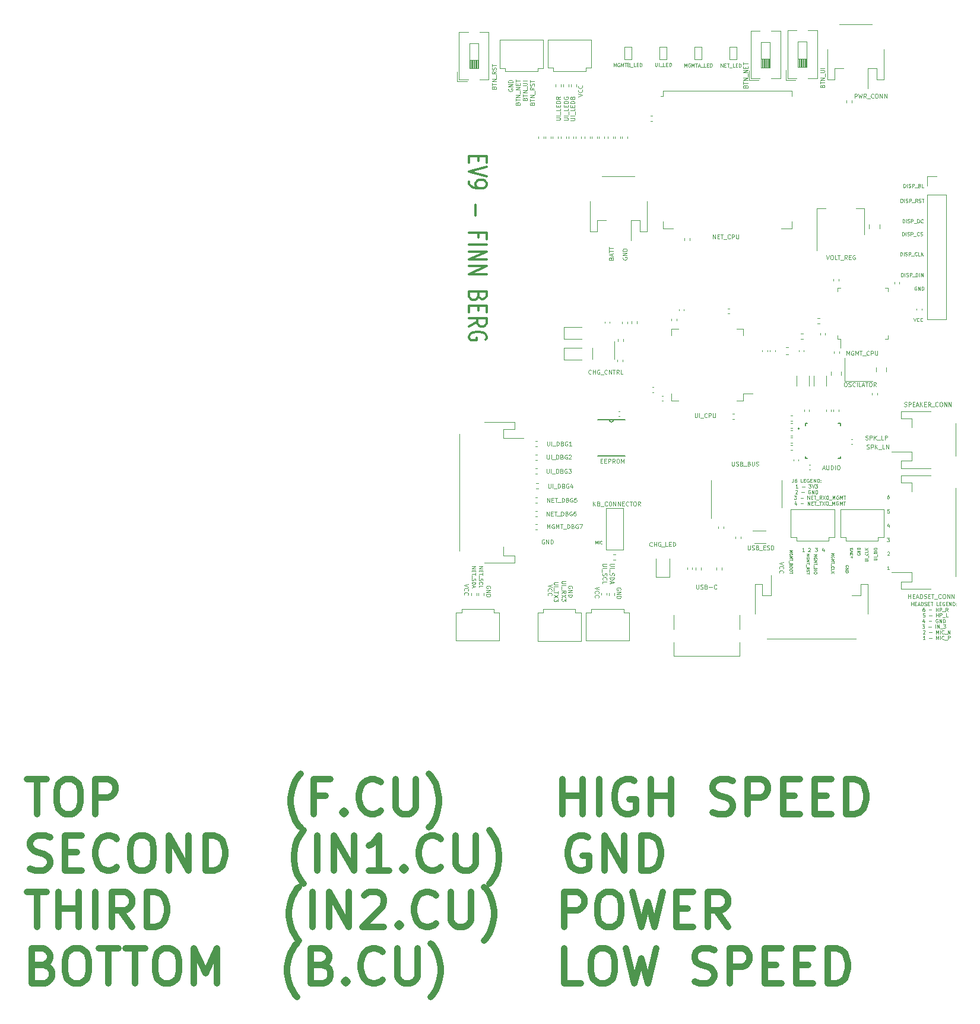
<source format=gbr>
%TF.GenerationSoftware,KiCad,Pcbnew,7.0.5*%
%TF.CreationDate,2023-09-20T09:45:38-07:00*%
%TF.ProjectId,EV9 Board Design,45563920-426f-4617-9264-204465736967,EV8*%
%TF.SameCoordinates,Original*%
%TF.FileFunction,Legend,Top*%
%TF.FilePolarity,Positive*%
%FSLAX46Y46*%
G04 Gerber Fmt 4.6, Leading zero omitted, Abs format (unit mm)*
G04 Created by KiCad (PCBNEW 7.0.5) date 2023-09-20 09:45:38*
%MOMM*%
%LPD*%
G01*
G04 APERTURE LIST*
%ADD10C,0.100000*%
%ADD11C,0.300000*%
%ADD12C,0.900000*%
%ADD13C,0.120000*%
%ADD14C,0.152400*%
%ADD15C,0.127000*%
%ADD16C,0.200000*%
G04 APERTURE END LIST*
D10*
X134451429Y-130989847D02*
X134451429Y-130589847D01*
X134451429Y-130589847D02*
X134584762Y-130875561D01*
X134584762Y-130875561D02*
X134718095Y-130589847D01*
X134718095Y-130589847D02*
X134718095Y-130989847D01*
X134908572Y-130989847D02*
X134908572Y-130589847D01*
X135327619Y-130951752D02*
X135308571Y-130970800D01*
X135308571Y-130970800D02*
X135251429Y-130989847D01*
X135251429Y-130989847D02*
X135213333Y-130989847D01*
X135213333Y-130989847D02*
X135156190Y-130970800D01*
X135156190Y-130970800D02*
X135118095Y-130932704D01*
X135118095Y-130932704D02*
X135099048Y-130894609D01*
X135099048Y-130894609D02*
X135080000Y-130818419D01*
X135080000Y-130818419D02*
X135080000Y-130761276D01*
X135080000Y-130761276D02*
X135099048Y-130685085D01*
X135099048Y-130685085D02*
X135118095Y-130646990D01*
X135118095Y-130646990D02*
X135156190Y-130608895D01*
X135156190Y-130608895D02*
X135213333Y-130589847D01*
X135213333Y-130589847D02*
X135251429Y-130589847D01*
X135251429Y-130589847D02*
X135308571Y-130608895D01*
X135308571Y-130608895D02*
X135327619Y-130627942D01*
X176309047Y-126076109D02*
X176070952Y-126076109D01*
X176070952Y-126076109D02*
X176047143Y-126314204D01*
X176047143Y-126314204D02*
X176070952Y-126290395D01*
X176070952Y-126290395D02*
X176118571Y-126266585D01*
X176118571Y-126266585D02*
X176237619Y-126266585D01*
X176237619Y-126266585D02*
X176285238Y-126290395D01*
X176285238Y-126290395D02*
X176309047Y-126314204D01*
X176309047Y-126314204D02*
X176332857Y-126361823D01*
X176332857Y-126361823D02*
X176332857Y-126480871D01*
X176332857Y-126480871D02*
X176309047Y-126528490D01*
X176309047Y-126528490D02*
X176285238Y-126552300D01*
X176285238Y-126552300D02*
X176237619Y-126576109D01*
X176237619Y-126576109D02*
X176118571Y-126576109D01*
X176118571Y-126576109D02*
X176070952Y-126552300D01*
X176070952Y-126552300D02*
X176047143Y-126528490D01*
X119938085Y-65902856D02*
X119966657Y-65817142D01*
X119966657Y-65817142D02*
X119995228Y-65788571D01*
X119995228Y-65788571D02*
X120052371Y-65759999D01*
X120052371Y-65759999D02*
X120138085Y-65759999D01*
X120138085Y-65759999D02*
X120195228Y-65788571D01*
X120195228Y-65788571D02*
X120223800Y-65817142D01*
X120223800Y-65817142D02*
X120252371Y-65874285D01*
X120252371Y-65874285D02*
X120252371Y-66102856D01*
X120252371Y-66102856D02*
X119652371Y-66102856D01*
X119652371Y-66102856D02*
X119652371Y-65902856D01*
X119652371Y-65902856D02*
X119680942Y-65845714D01*
X119680942Y-65845714D02*
X119709514Y-65817142D01*
X119709514Y-65817142D02*
X119766657Y-65788571D01*
X119766657Y-65788571D02*
X119823800Y-65788571D01*
X119823800Y-65788571D02*
X119880942Y-65817142D01*
X119880942Y-65817142D02*
X119909514Y-65845714D01*
X119909514Y-65845714D02*
X119938085Y-65902856D01*
X119938085Y-65902856D02*
X119938085Y-66102856D01*
X119652371Y-65588571D02*
X119652371Y-65245714D01*
X120252371Y-65417142D02*
X119652371Y-65417142D01*
X120252371Y-65045713D02*
X119652371Y-65045713D01*
X119652371Y-65045713D02*
X120252371Y-64702856D01*
X120252371Y-64702856D02*
X119652371Y-64702856D01*
X120309514Y-64560000D02*
X120309514Y-64102857D01*
X120252371Y-63617142D02*
X119966657Y-63817142D01*
X120252371Y-63959999D02*
X119652371Y-63959999D01*
X119652371Y-63959999D02*
X119652371Y-63731428D01*
X119652371Y-63731428D02*
X119680942Y-63674285D01*
X119680942Y-63674285D02*
X119709514Y-63645714D01*
X119709514Y-63645714D02*
X119766657Y-63617142D01*
X119766657Y-63617142D02*
X119852371Y-63617142D01*
X119852371Y-63617142D02*
X119909514Y-63645714D01*
X119909514Y-63645714D02*
X119938085Y-63674285D01*
X119938085Y-63674285D02*
X119966657Y-63731428D01*
X119966657Y-63731428D02*
X119966657Y-63959999D01*
X120223800Y-63388571D02*
X120252371Y-63302857D01*
X120252371Y-63302857D02*
X120252371Y-63159999D01*
X120252371Y-63159999D02*
X120223800Y-63102857D01*
X120223800Y-63102857D02*
X120195228Y-63074285D01*
X120195228Y-63074285D02*
X120138085Y-63045714D01*
X120138085Y-63045714D02*
X120080942Y-63045714D01*
X120080942Y-63045714D02*
X120023800Y-63074285D01*
X120023800Y-63074285D02*
X119995228Y-63102857D01*
X119995228Y-63102857D02*
X119966657Y-63159999D01*
X119966657Y-63159999D02*
X119938085Y-63274285D01*
X119938085Y-63274285D02*
X119909514Y-63331428D01*
X119909514Y-63331428D02*
X119880942Y-63359999D01*
X119880942Y-63359999D02*
X119823800Y-63388571D01*
X119823800Y-63388571D02*
X119766657Y-63388571D01*
X119766657Y-63388571D02*
X119709514Y-63359999D01*
X119709514Y-63359999D02*
X119680942Y-63331428D01*
X119680942Y-63331428D02*
X119652371Y-63274285D01*
X119652371Y-63274285D02*
X119652371Y-63131428D01*
X119652371Y-63131428D02*
X119680942Y-63045714D01*
X119652371Y-62874285D02*
X119652371Y-62531428D01*
X120252371Y-62702856D02*
X119652371Y-62702856D01*
X147093809Y-62966109D02*
X147093809Y-62466109D01*
X147093809Y-62466109D02*
X147260476Y-62823252D01*
X147260476Y-62823252D02*
X147427142Y-62466109D01*
X147427142Y-62466109D02*
X147427142Y-62966109D01*
X147927143Y-62489919D02*
X147879524Y-62466109D01*
X147879524Y-62466109D02*
X147808095Y-62466109D01*
X147808095Y-62466109D02*
X147736667Y-62489919D01*
X147736667Y-62489919D02*
X147689048Y-62537538D01*
X147689048Y-62537538D02*
X147665238Y-62585157D01*
X147665238Y-62585157D02*
X147641429Y-62680395D01*
X147641429Y-62680395D02*
X147641429Y-62751823D01*
X147641429Y-62751823D02*
X147665238Y-62847061D01*
X147665238Y-62847061D02*
X147689048Y-62894680D01*
X147689048Y-62894680D02*
X147736667Y-62942300D01*
X147736667Y-62942300D02*
X147808095Y-62966109D01*
X147808095Y-62966109D02*
X147855714Y-62966109D01*
X147855714Y-62966109D02*
X147927143Y-62942300D01*
X147927143Y-62942300D02*
X147950952Y-62918490D01*
X147950952Y-62918490D02*
X147950952Y-62751823D01*
X147950952Y-62751823D02*
X147855714Y-62751823D01*
X148165238Y-62966109D02*
X148165238Y-62466109D01*
X148165238Y-62466109D02*
X148331905Y-62823252D01*
X148331905Y-62823252D02*
X148498571Y-62466109D01*
X148498571Y-62466109D02*
X148498571Y-62966109D01*
X148665239Y-62466109D02*
X148950953Y-62466109D01*
X148808096Y-62966109D02*
X148808096Y-62466109D01*
X149093810Y-62823252D02*
X149331905Y-62823252D01*
X149046191Y-62966109D02*
X149212857Y-62466109D01*
X149212857Y-62466109D02*
X149379524Y-62966109D01*
X149427143Y-63013728D02*
X149808095Y-63013728D01*
X150165237Y-62966109D02*
X149927142Y-62966109D01*
X149927142Y-62966109D02*
X149927142Y-62466109D01*
X150331904Y-62704204D02*
X150498571Y-62704204D01*
X150569999Y-62966109D02*
X150331904Y-62966109D01*
X150331904Y-62966109D02*
X150331904Y-62466109D01*
X150331904Y-62466109D02*
X150569999Y-62466109D01*
X150784285Y-62966109D02*
X150784285Y-62466109D01*
X150784285Y-62466109D02*
X150903333Y-62466109D01*
X150903333Y-62466109D02*
X150974761Y-62489919D01*
X150974761Y-62489919D02*
X151022380Y-62537538D01*
X151022380Y-62537538D02*
X151046190Y-62585157D01*
X151046190Y-62585157D02*
X151069999Y-62680395D01*
X151069999Y-62680395D02*
X151069999Y-62751823D01*
X151069999Y-62751823D02*
X151046190Y-62847061D01*
X151046190Y-62847061D02*
X151022380Y-62894680D01*
X151022380Y-62894680D02*
X150974761Y-62942300D01*
X150974761Y-62942300D02*
X150903333Y-62966109D01*
X150903333Y-62966109D02*
X150784285Y-62966109D01*
X125378085Y-68192856D02*
X125406657Y-68107142D01*
X125406657Y-68107142D02*
X125435228Y-68078571D01*
X125435228Y-68078571D02*
X125492371Y-68049999D01*
X125492371Y-68049999D02*
X125578085Y-68049999D01*
X125578085Y-68049999D02*
X125635228Y-68078571D01*
X125635228Y-68078571D02*
X125663800Y-68107142D01*
X125663800Y-68107142D02*
X125692371Y-68164285D01*
X125692371Y-68164285D02*
X125692371Y-68392856D01*
X125692371Y-68392856D02*
X125092371Y-68392856D01*
X125092371Y-68392856D02*
X125092371Y-68192856D01*
X125092371Y-68192856D02*
X125120942Y-68135714D01*
X125120942Y-68135714D02*
X125149514Y-68107142D01*
X125149514Y-68107142D02*
X125206657Y-68078571D01*
X125206657Y-68078571D02*
X125263800Y-68078571D01*
X125263800Y-68078571D02*
X125320942Y-68107142D01*
X125320942Y-68107142D02*
X125349514Y-68135714D01*
X125349514Y-68135714D02*
X125378085Y-68192856D01*
X125378085Y-68192856D02*
X125378085Y-68392856D01*
X125092371Y-67878571D02*
X125092371Y-67535714D01*
X125692371Y-67707142D02*
X125092371Y-67707142D01*
X125692371Y-67335713D02*
X125092371Y-67335713D01*
X125092371Y-67335713D02*
X125692371Y-66992856D01*
X125692371Y-66992856D02*
X125092371Y-66992856D01*
X125749514Y-66850000D02*
X125749514Y-66392857D01*
X125692371Y-65907142D02*
X125406657Y-66107142D01*
X125692371Y-66249999D02*
X125092371Y-66249999D01*
X125092371Y-66249999D02*
X125092371Y-66021428D01*
X125092371Y-66021428D02*
X125120942Y-65964285D01*
X125120942Y-65964285D02*
X125149514Y-65935714D01*
X125149514Y-65935714D02*
X125206657Y-65907142D01*
X125206657Y-65907142D02*
X125292371Y-65907142D01*
X125292371Y-65907142D02*
X125349514Y-65935714D01*
X125349514Y-65935714D02*
X125378085Y-65964285D01*
X125378085Y-65964285D02*
X125406657Y-66021428D01*
X125406657Y-66021428D02*
X125406657Y-66249999D01*
X125663800Y-65678571D02*
X125692371Y-65592857D01*
X125692371Y-65592857D02*
X125692371Y-65449999D01*
X125692371Y-65449999D02*
X125663800Y-65392857D01*
X125663800Y-65392857D02*
X125635228Y-65364285D01*
X125635228Y-65364285D02*
X125578085Y-65335714D01*
X125578085Y-65335714D02*
X125520942Y-65335714D01*
X125520942Y-65335714D02*
X125463800Y-65364285D01*
X125463800Y-65364285D02*
X125435228Y-65392857D01*
X125435228Y-65392857D02*
X125406657Y-65449999D01*
X125406657Y-65449999D02*
X125378085Y-65564285D01*
X125378085Y-65564285D02*
X125349514Y-65621428D01*
X125349514Y-65621428D02*
X125320942Y-65649999D01*
X125320942Y-65649999D02*
X125263800Y-65678571D01*
X125263800Y-65678571D02*
X125206657Y-65678571D01*
X125206657Y-65678571D02*
X125149514Y-65649999D01*
X125149514Y-65649999D02*
X125120942Y-65621428D01*
X125120942Y-65621428D02*
X125092371Y-65564285D01*
X125092371Y-65564285D02*
X125092371Y-65421428D01*
X125092371Y-65421428D02*
X125120942Y-65335714D01*
X125092371Y-65164285D02*
X125092371Y-64821428D01*
X125692371Y-64992856D02*
X125092371Y-64992856D01*
X170957466Y-133030760D02*
X170957466Y-132725999D01*
X171109847Y-132878379D02*
X170805085Y-132878379D01*
X170709847Y-132573618D02*
X170709847Y-132325999D01*
X170709847Y-132325999D02*
X170862228Y-132459332D01*
X170862228Y-132459332D02*
X170862228Y-132402189D01*
X170862228Y-132402189D02*
X170881276Y-132364094D01*
X170881276Y-132364094D02*
X170900323Y-132345046D01*
X170900323Y-132345046D02*
X170938419Y-132325999D01*
X170938419Y-132325999D02*
X171033657Y-132325999D01*
X171033657Y-132325999D02*
X171071752Y-132345046D01*
X171071752Y-132345046D02*
X171090800Y-132364094D01*
X171090800Y-132364094D02*
X171109847Y-132402189D01*
X171109847Y-132402189D02*
X171109847Y-132516475D01*
X171109847Y-132516475D02*
X171090800Y-132554570D01*
X171090800Y-132554570D02*
X171071752Y-132573618D01*
X170709847Y-132211713D02*
X171109847Y-132078380D01*
X171109847Y-132078380D02*
X170709847Y-131945047D01*
X170709847Y-131849809D02*
X170709847Y-131602190D01*
X170709847Y-131602190D02*
X170862228Y-131735523D01*
X170862228Y-131735523D02*
X170862228Y-131678380D01*
X170862228Y-131678380D02*
X170881276Y-131640285D01*
X170881276Y-131640285D02*
X170900323Y-131621237D01*
X170900323Y-131621237D02*
X170938419Y-131602190D01*
X170938419Y-131602190D02*
X171033657Y-131602190D01*
X171033657Y-131602190D02*
X171071752Y-131621237D01*
X171071752Y-131621237D02*
X171090800Y-131640285D01*
X171090800Y-131640285D02*
X171109847Y-131678380D01*
X171109847Y-131678380D02*
X171109847Y-131792666D01*
X171109847Y-131792666D02*
X171090800Y-131830761D01*
X171090800Y-131830761D02*
X171071752Y-131849809D01*
X179042858Y-138772371D02*
X179042858Y-138172371D01*
X179042858Y-138458085D02*
X179385715Y-138458085D01*
X179385715Y-138772371D02*
X179385715Y-138172371D01*
X179671429Y-138458085D02*
X179871429Y-138458085D01*
X179957143Y-138772371D02*
X179671429Y-138772371D01*
X179671429Y-138772371D02*
X179671429Y-138172371D01*
X179671429Y-138172371D02*
X179957143Y-138172371D01*
X180185714Y-138600942D02*
X180471429Y-138600942D01*
X180128571Y-138772371D02*
X180328571Y-138172371D01*
X180328571Y-138172371D02*
X180528571Y-138772371D01*
X180728572Y-138772371D02*
X180728572Y-138172371D01*
X180728572Y-138172371D02*
X180871429Y-138172371D01*
X180871429Y-138172371D02*
X180957143Y-138200942D01*
X180957143Y-138200942D02*
X181014286Y-138258085D01*
X181014286Y-138258085D02*
X181042857Y-138315228D01*
X181042857Y-138315228D02*
X181071429Y-138429514D01*
X181071429Y-138429514D02*
X181071429Y-138515228D01*
X181071429Y-138515228D02*
X181042857Y-138629514D01*
X181042857Y-138629514D02*
X181014286Y-138686657D01*
X181014286Y-138686657D02*
X180957143Y-138743800D01*
X180957143Y-138743800D02*
X180871429Y-138772371D01*
X180871429Y-138772371D02*
X180728572Y-138772371D01*
X181300000Y-138743800D02*
X181385715Y-138772371D01*
X181385715Y-138772371D02*
X181528572Y-138772371D01*
X181528572Y-138772371D02*
X181585715Y-138743800D01*
X181585715Y-138743800D02*
X181614286Y-138715228D01*
X181614286Y-138715228D02*
X181642857Y-138658085D01*
X181642857Y-138658085D02*
X181642857Y-138600942D01*
X181642857Y-138600942D02*
X181614286Y-138543800D01*
X181614286Y-138543800D02*
X181585715Y-138515228D01*
X181585715Y-138515228D02*
X181528572Y-138486657D01*
X181528572Y-138486657D02*
X181414286Y-138458085D01*
X181414286Y-138458085D02*
X181357143Y-138429514D01*
X181357143Y-138429514D02*
X181328572Y-138400942D01*
X181328572Y-138400942D02*
X181300000Y-138343800D01*
X181300000Y-138343800D02*
X181300000Y-138286657D01*
X181300000Y-138286657D02*
X181328572Y-138229514D01*
X181328572Y-138229514D02*
X181357143Y-138200942D01*
X181357143Y-138200942D02*
X181414286Y-138172371D01*
X181414286Y-138172371D02*
X181557143Y-138172371D01*
X181557143Y-138172371D02*
X181642857Y-138200942D01*
X181900001Y-138458085D02*
X182100001Y-138458085D01*
X182185715Y-138772371D02*
X181900001Y-138772371D01*
X181900001Y-138772371D02*
X181900001Y-138172371D01*
X181900001Y-138172371D02*
X182185715Y-138172371D01*
X182357143Y-138172371D02*
X182700001Y-138172371D01*
X182528572Y-138772371D02*
X182528572Y-138172371D01*
X182757144Y-138829514D02*
X183214286Y-138829514D01*
X183700001Y-138715228D02*
X183671429Y-138743800D01*
X183671429Y-138743800D02*
X183585715Y-138772371D01*
X183585715Y-138772371D02*
X183528572Y-138772371D01*
X183528572Y-138772371D02*
X183442858Y-138743800D01*
X183442858Y-138743800D02*
X183385715Y-138686657D01*
X183385715Y-138686657D02*
X183357144Y-138629514D01*
X183357144Y-138629514D02*
X183328572Y-138515228D01*
X183328572Y-138515228D02*
X183328572Y-138429514D01*
X183328572Y-138429514D02*
X183357144Y-138315228D01*
X183357144Y-138315228D02*
X183385715Y-138258085D01*
X183385715Y-138258085D02*
X183442858Y-138200942D01*
X183442858Y-138200942D02*
X183528572Y-138172371D01*
X183528572Y-138172371D02*
X183585715Y-138172371D01*
X183585715Y-138172371D02*
X183671429Y-138200942D01*
X183671429Y-138200942D02*
X183700001Y-138229514D01*
X184071429Y-138172371D02*
X184185715Y-138172371D01*
X184185715Y-138172371D02*
X184242858Y-138200942D01*
X184242858Y-138200942D02*
X184300001Y-138258085D01*
X184300001Y-138258085D02*
X184328572Y-138372371D01*
X184328572Y-138372371D02*
X184328572Y-138572371D01*
X184328572Y-138572371D02*
X184300001Y-138686657D01*
X184300001Y-138686657D02*
X184242858Y-138743800D01*
X184242858Y-138743800D02*
X184185715Y-138772371D01*
X184185715Y-138772371D02*
X184071429Y-138772371D01*
X184071429Y-138772371D02*
X184014287Y-138743800D01*
X184014287Y-138743800D02*
X183957144Y-138686657D01*
X183957144Y-138686657D02*
X183928572Y-138572371D01*
X183928572Y-138572371D02*
X183928572Y-138372371D01*
X183928572Y-138372371D02*
X183957144Y-138258085D01*
X183957144Y-138258085D02*
X184014287Y-138200942D01*
X184014287Y-138200942D02*
X184071429Y-138172371D01*
X184585715Y-138772371D02*
X184585715Y-138172371D01*
X184585715Y-138172371D02*
X184928572Y-138772371D01*
X184928572Y-138772371D02*
X184928572Y-138172371D01*
X185214286Y-138772371D02*
X185214286Y-138172371D01*
X185214286Y-138172371D02*
X185557143Y-138772371D01*
X185557143Y-138772371D02*
X185557143Y-138172371D01*
X174159847Y-133286666D02*
X174483657Y-133286666D01*
X174483657Y-133286666D02*
X174521752Y-133267619D01*
X174521752Y-133267619D02*
X174540800Y-133248571D01*
X174540800Y-133248571D02*
X174559847Y-133210476D01*
X174559847Y-133210476D02*
X174559847Y-133134285D01*
X174559847Y-133134285D02*
X174540800Y-133096190D01*
X174540800Y-133096190D02*
X174521752Y-133077143D01*
X174521752Y-133077143D02*
X174483657Y-133058095D01*
X174483657Y-133058095D02*
X174159847Y-133058095D01*
X174559847Y-132867618D02*
X174159847Y-132867618D01*
X174597942Y-132772381D02*
X174597942Y-132467619D01*
X174559847Y-132372380D02*
X174159847Y-132372380D01*
X174159847Y-132372380D02*
X174159847Y-132277142D01*
X174159847Y-132277142D02*
X174178895Y-132219999D01*
X174178895Y-132219999D02*
X174216990Y-132181904D01*
X174216990Y-132181904D02*
X174255085Y-132162857D01*
X174255085Y-132162857D02*
X174331276Y-132143809D01*
X174331276Y-132143809D02*
X174388419Y-132143809D01*
X174388419Y-132143809D02*
X174464609Y-132162857D01*
X174464609Y-132162857D02*
X174502704Y-132181904D01*
X174502704Y-132181904D02*
X174540800Y-132219999D01*
X174540800Y-132219999D02*
X174559847Y-132277142D01*
X174559847Y-132277142D02*
X174559847Y-132372380D01*
X174559847Y-131972380D02*
X174159847Y-131972380D01*
X174159847Y-131705714D02*
X174159847Y-131629523D01*
X174159847Y-131629523D02*
X174178895Y-131591428D01*
X174178895Y-131591428D02*
X174216990Y-131553333D01*
X174216990Y-131553333D02*
X174293180Y-131534285D01*
X174293180Y-131534285D02*
X174426514Y-131534285D01*
X174426514Y-131534285D02*
X174502704Y-131553333D01*
X174502704Y-131553333D02*
X174540800Y-131591428D01*
X174540800Y-131591428D02*
X174559847Y-131629523D01*
X174559847Y-131629523D02*
X174559847Y-131705714D01*
X174559847Y-131705714D02*
X174540800Y-131743809D01*
X174540800Y-131743809D02*
X174502704Y-131781904D01*
X174502704Y-131781904D02*
X174426514Y-131800952D01*
X174426514Y-131800952D02*
X174293180Y-131800952D01*
X174293180Y-131800952D02*
X174216990Y-131781904D01*
X174216990Y-131781904D02*
X174178895Y-131743809D01*
X174178895Y-131743809D02*
X174159847Y-131705714D01*
X176003333Y-130156109D02*
X176312857Y-130156109D01*
X176312857Y-130156109D02*
X176146190Y-130346585D01*
X176146190Y-130346585D02*
X176217619Y-130346585D01*
X176217619Y-130346585D02*
X176265238Y-130370395D01*
X176265238Y-130370395D02*
X176289047Y-130394204D01*
X176289047Y-130394204D02*
X176312857Y-130441823D01*
X176312857Y-130441823D02*
X176312857Y-130560871D01*
X176312857Y-130560871D02*
X176289047Y-130608490D01*
X176289047Y-130608490D02*
X176265238Y-130632300D01*
X176265238Y-130632300D02*
X176217619Y-130656109D01*
X176217619Y-130656109D02*
X176074762Y-130656109D01*
X176074762Y-130656109D02*
X176027143Y-130632300D01*
X176027143Y-130632300D02*
X176003333Y-130608490D01*
X142959047Y-62386109D02*
X142959047Y-62790871D01*
X142959047Y-62790871D02*
X142982857Y-62838490D01*
X142982857Y-62838490D02*
X143006666Y-62862300D01*
X143006666Y-62862300D02*
X143054285Y-62886109D01*
X143054285Y-62886109D02*
X143149523Y-62886109D01*
X143149523Y-62886109D02*
X143197142Y-62862300D01*
X143197142Y-62862300D02*
X143220952Y-62838490D01*
X143220952Y-62838490D02*
X143244761Y-62790871D01*
X143244761Y-62790871D02*
X143244761Y-62386109D01*
X143482857Y-62886109D02*
X143482857Y-62386109D01*
X143601905Y-62933728D02*
X143982857Y-62933728D01*
X144339999Y-62886109D02*
X144101904Y-62886109D01*
X144101904Y-62886109D02*
X144101904Y-62386109D01*
X144506666Y-62624204D02*
X144673333Y-62624204D01*
X144744761Y-62886109D02*
X144506666Y-62886109D01*
X144506666Y-62886109D02*
X144506666Y-62386109D01*
X144506666Y-62386109D02*
X144744761Y-62386109D01*
X144959047Y-62886109D02*
X144959047Y-62386109D01*
X144959047Y-62386109D02*
X145078095Y-62386109D01*
X145078095Y-62386109D02*
X145149523Y-62409919D01*
X145149523Y-62409919D02*
X145197142Y-62457538D01*
X145197142Y-62457538D02*
X145220952Y-62505157D01*
X145220952Y-62505157D02*
X145244761Y-62600395D01*
X145244761Y-62600395D02*
X145244761Y-62671823D01*
X145244761Y-62671823D02*
X145220952Y-62767061D01*
X145220952Y-62767061D02*
X145197142Y-62814680D01*
X145197142Y-62814680D02*
X145149523Y-62862300D01*
X145149523Y-62862300D02*
X145078095Y-62886109D01*
X145078095Y-62886109D02*
X144959047Y-62886109D01*
X130207628Y-136305714D02*
X129721914Y-136305714D01*
X129721914Y-136305714D02*
X129664771Y-136334285D01*
X129664771Y-136334285D02*
X129636200Y-136362857D01*
X129636200Y-136362857D02*
X129607628Y-136419999D01*
X129607628Y-136419999D02*
X129607628Y-136534285D01*
X129607628Y-136534285D02*
X129636200Y-136591428D01*
X129636200Y-136591428D02*
X129664771Y-136619999D01*
X129664771Y-136619999D02*
X129721914Y-136648571D01*
X129721914Y-136648571D02*
X130207628Y-136648571D01*
X129607628Y-136934285D02*
X130207628Y-136934285D01*
X129550485Y-137077142D02*
X129550485Y-137534284D01*
X129607628Y-138019999D02*
X129893342Y-137819999D01*
X129607628Y-137677142D02*
X130207628Y-137677142D01*
X130207628Y-137677142D02*
X130207628Y-137905713D01*
X130207628Y-137905713D02*
X130179057Y-137962856D01*
X130179057Y-137962856D02*
X130150485Y-137991427D01*
X130150485Y-137991427D02*
X130093342Y-138019999D01*
X130093342Y-138019999D02*
X130007628Y-138019999D01*
X130007628Y-138019999D02*
X129950485Y-137991427D01*
X129950485Y-137991427D02*
X129921914Y-137962856D01*
X129921914Y-137962856D02*
X129893342Y-137905713D01*
X129893342Y-137905713D02*
X129893342Y-137677142D01*
X130207628Y-138219999D02*
X129607628Y-138619999D01*
X130207628Y-138619999D02*
X129607628Y-138219999D01*
X130207628Y-138791428D02*
X130207628Y-139162856D01*
X130207628Y-139162856D02*
X129979057Y-138962856D01*
X129979057Y-138962856D02*
X129979057Y-139048571D01*
X129979057Y-139048571D02*
X129950485Y-139105714D01*
X129950485Y-139105714D02*
X129921914Y-139134285D01*
X129921914Y-139134285D02*
X129864771Y-139162856D01*
X129864771Y-139162856D02*
X129721914Y-139162856D01*
X129721914Y-139162856D02*
X129664771Y-139134285D01*
X129664771Y-139134285D02*
X129636200Y-139105714D01*
X129636200Y-139105714D02*
X129607628Y-139048571D01*
X129607628Y-139048571D02*
X129607628Y-138877142D01*
X129607628Y-138877142D02*
X129636200Y-138819999D01*
X129636200Y-138819999D02*
X129664771Y-138791428D01*
D11*
X117706076Y-75679761D02*
X117706076Y-76346428D01*
X116396552Y-76632142D02*
X116396552Y-75679761D01*
X116396552Y-75679761D02*
X118896552Y-75679761D01*
X118896552Y-75679761D02*
X118896552Y-76632142D01*
X118896552Y-77203571D02*
X116396552Y-77870237D01*
X116396552Y-77870237D02*
X118896552Y-78536904D01*
X116396552Y-79298809D02*
X116396552Y-79679761D01*
X116396552Y-79679761D02*
X116515600Y-79870238D01*
X116515600Y-79870238D02*
X116634647Y-79965476D01*
X116634647Y-79965476D02*
X116991790Y-80155952D01*
X116991790Y-80155952D02*
X117467980Y-80251190D01*
X117467980Y-80251190D02*
X118420361Y-80251190D01*
X118420361Y-80251190D02*
X118658457Y-80155952D01*
X118658457Y-80155952D02*
X118777504Y-80060714D01*
X118777504Y-80060714D02*
X118896552Y-79870238D01*
X118896552Y-79870238D02*
X118896552Y-79489285D01*
X118896552Y-79489285D02*
X118777504Y-79298809D01*
X118777504Y-79298809D02*
X118658457Y-79203571D01*
X118658457Y-79203571D02*
X118420361Y-79108333D01*
X118420361Y-79108333D02*
X117825123Y-79108333D01*
X117825123Y-79108333D02*
X117587028Y-79203571D01*
X117587028Y-79203571D02*
X117467980Y-79298809D01*
X117467980Y-79298809D02*
X117348933Y-79489285D01*
X117348933Y-79489285D02*
X117348933Y-79870238D01*
X117348933Y-79870238D02*
X117467980Y-80060714D01*
X117467980Y-80060714D02*
X117587028Y-80155952D01*
X117587028Y-80155952D02*
X117825123Y-80251190D01*
X117348933Y-82632143D02*
X117348933Y-84155953D01*
X117706076Y-87298810D02*
X117706076Y-86632143D01*
X116396552Y-86632143D02*
X118896552Y-86632143D01*
X118896552Y-86632143D02*
X118896552Y-87584524D01*
X116396552Y-88346429D02*
X118896552Y-88346429D01*
X116396552Y-89298810D02*
X118896552Y-89298810D01*
X118896552Y-89298810D02*
X116396552Y-90441667D01*
X116396552Y-90441667D02*
X118896552Y-90441667D01*
X116396552Y-91394048D02*
X118896552Y-91394048D01*
X118896552Y-91394048D02*
X116396552Y-92536905D01*
X116396552Y-92536905D02*
X118896552Y-92536905D01*
X117706076Y-95679763D02*
X117587028Y-95965477D01*
X117587028Y-95965477D02*
X117467980Y-96060715D01*
X117467980Y-96060715D02*
X117229885Y-96155953D01*
X117229885Y-96155953D02*
X116872742Y-96155953D01*
X116872742Y-96155953D02*
X116634647Y-96060715D01*
X116634647Y-96060715D02*
X116515600Y-95965477D01*
X116515600Y-95965477D02*
X116396552Y-95775001D01*
X116396552Y-95775001D02*
X116396552Y-95013096D01*
X116396552Y-95013096D02*
X118896552Y-95013096D01*
X118896552Y-95013096D02*
X118896552Y-95679763D01*
X118896552Y-95679763D02*
X118777504Y-95870239D01*
X118777504Y-95870239D02*
X118658457Y-95965477D01*
X118658457Y-95965477D02*
X118420361Y-96060715D01*
X118420361Y-96060715D02*
X118182266Y-96060715D01*
X118182266Y-96060715D02*
X117944171Y-95965477D01*
X117944171Y-95965477D02*
X117825123Y-95870239D01*
X117825123Y-95870239D02*
X117706076Y-95679763D01*
X117706076Y-95679763D02*
X117706076Y-95013096D01*
X117706076Y-97013096D02*
X117706076Y-97679763D01*
X116396552Y-97965477D02*
X116396552Y-97013096D01*
X116396552Y-97013096D02*
X118896552Y-97013096D01*
X118896552Y-97013096D02*
X118896552Y-97965477D01*
X116396552Y-99965477D02*
X117587028Y-99298810D01*
X116396552Y-98822620D02*
X118896552Y-98822620D01*
X118896552Y-98822620D02*
X118896552Y-99584525D01*
X118896552Y-99584525D02*
X118777504Y-99775001D01*
X118777504Y-99775001D02*
X118658457Y-99870239D01*
X118658457Y-99870239D02*
X118420361Y-99965477D01*
X118420361Y-99965477D02*
X118063219Y-99965477D01*
X118063219Y-99965477D02*
X117825123Y-99870239D01*
X117825123Y-99870239D02*
X117706076Y-99775001D01*
X117706076Y-99775001D02*
X117587028Y-99584525D01*
X117587028Y-99584525D02*
X117587028Y-98822620D01*
X118777504Y-101870239D02*
X118896552Y-101679763D01*
X118896552Y-101679763D02*
X118896552Y-101394049D01*
X118896552Y-101394049D02*
X118777504Y-101108334D01*
X118777504Y-101108334D02*
X118539409Y-100917858D01*
X118539409Y-100917858D02*
X118301314Y-100822620D01*
X118301314Y-100822620D02*
X117825123Y-100727382D01*
X117825123Y-100727382D02*
X117467980Y-100727382D01*
X117467980Y-100727382D02*
X116991790Y-100822620D01*
X116991790Y-100822620D02*
X116753695Y-100917858D01*
X116753695Y-100917858D02*
X116515600Y-101108334D01*
X116515600Y-101108334D02*
X116396552Y-101394049D01*
X116396552Y-101394049D02*
X116396552Y-101584525D01*
X116396552Y-101584525D02*
X116515600Y-101870239D01*
X116515600Y-101870239D02*
X116634647Y-101965477D01*
X116634647Y-101965477D02*
X117467980Y-101965477D01*
X117467980Y-101965477D02*
X117467980Y-101584525D01*
D10*
X178241429Y-85186109D02*
X178241429Y-84686109D01*
X178241429Y-84686109D02*
X178360477Y-84686109D01*
X178360477Y-84686109D02*
X178431905Y-84709919D01*
X178431905Y-84709919D02*
X178479524Y-84757538D01*
X178479524Y-84757538D02*
X178503334Y-84805157D01*
X178503334Y-84805157D02*
X178527143Y-84900395D01*
X178527143Y-84900395D02*
X178527143Y-84971823D01*
X178527143Y-84971823D02*
X178503334Y-85067061D01*
X178503334Y-85067061D02*
X178479524Y-85114680D01*
X178479524Y-85114680D02*
X178431905Y-85162300D01*
X178431905Y-85162300D02*
X178360477Y-85186109D01*
X178360477Y-85186109D02*
X178241429Y-85186109D01*
X178741429Y-85186109D02*
X178741429Y-84686109D01*
X178955715Y-85162300D02*
X179027143Y-85186109D01*
X179027143Y-85186109D02*
X179146191Y-85186109D01*
X179146191Y-85186109D02*
X179193810Y-85162300D01*
X179193810Y-85162300D02*
X179217619Y-85138490D01*
X179217619Y-85138490D02*
X179241429Y-85090871D01*
X179241429Y-85090871D02*
X179241429Y-85043252D01*
X179241429Y-85043252D02*
X179217619Y-84995633D01*
X179217619Y-84995633D02*
X179193810Y-84971823D01*
X179193810Y-84971823D02*
X179146191Y-84948014D01*
X179146191Y-84948014D02*
X179050953Y-84924204D01*
X179050953Y-84924204D02*
X179003334Y-84900395D01*
X179003334Y-84900395D02*
X178979524Y-84876585D01*
X178979524Y-84876585D02*
X178955715Y-84828966D01*
X178955715Y-84828966D02*
X178955715Y-84781347D01*
X178955715Y-84781347D02*
X178979524Y-84733728D01*
X178979524Y-84733728D02*
X179003334Y-84709919D01*
X179003334Y-84709919D02*
X179050953Y-84686109D01*
X179050953Y-84686109D02*
X179170000Y-84686109D01*
X179170000Y-84686109D02*
X179241429Y-84709919D01*
X179455714Y-85186109D02*
X179455714Y-84686109D01*
X179455714Y-84686109D02*
X179646190Y-84686109D01*
X179646190Y-84686109D02*
X179693809Y-84709919D01*
X179693809Y-84709919D02*
X179717619Y-84733728D01*
X179717619Y-84733728D02*
X179741428Y-84781347D01*
X179741428Y-84781347D02*
X179741428Y-84852776D01*
X179741428Y-84852776D02*
X179717619Y-84900395D01*
X179717619Y-84900395D02*
X179693809Y-84924204D01*
X179693809Y-84924204D02*
X179646190Y-84948014D01*
X179646190Y-84948014D02*
X179455714Y-84948014D01*
X179836667Y-85233728D02*
X180217619Y-85233728D01*
X180336666Y-85186109D02*
X180336666Y-84686109D01*
X180336666Y-84686109D02*
X180455714Y-84686109D01*
X180455714Y-84686109D02*
X180527142Y-84709919D01*
X180527142Y-84709919D02*
X180574761Y-84757538D01*
X180574761Y-84757538D02*
X180598571Y-84805157D01*
X180598571Y-84805157D02*
X180622380Y-84900395D01*
X180622380Y-84900395D02*
X180622380Y-84971823D01*
X180622380Y-84971823D02*
X180598571Y-85067061D01*
X180598571Y-85067061D02*
X180574761Y-85114680D01*
X180574761Y-85114680D02*
X180527142Y-85162300D01*
X180527142Y-85162300D02*
X180455714Y-85186109D01*
X180455714Y-85186109D02*
X180336666Y-85186109D01*
X181122380Y-85138490D02*
X181098571Y-85162300D01*
X181098571Y-85162300D02*
X181027142Y-85186109D01*
X181027142Y-85186109D02*
X180979523Y-85186109D01*
X180979523Y-85186109D02*
X180908095Y-85162300D01*
X180908095Y-85162300D02*
X180860476Y-85114680D01*
X180860476Y-85114680D02*
X180836666Y-85067061D01*
X180836666Y-85067061D02*
X180812857Y-84971823D01*
X180812857Y-84971823D02*
X180812857Y-84900395D01*
X180812857Y-84900395D02*
X180836666Y-84805157D01*
X180836666Y-84805157D02*
X180860476Y-84757538D01*
X180860476Y-84757538D02*
X180908095Y-84709919D01*
X180908095Y-84709919D02*
X180979523Y-84686109D01*
X180979523Y-84686109D02*
X181027142Y-84686109D01*
X181027142Y-84686109D02*
X181098571Y-84709919D01*
X181098571Y-84709919D02*
X181122380Y-84733728D01*
X170031428Y-107952371D02*
X170145714Y-107952371D01*
X170145714Y-107952371D02*
X170202857Y-107980942D01*
X170202857Y-107980942D02*
X170260000Y-108038085D01*
X170260000Y-108038085D02*
X170288571Y-108152371D01*
X170288571Y-108152371D02*
X170288571Y-108352371D01*
X170288571Y-108352371D02*
X170260000Y-108466657D01*
X170260000Y-108466657D02*
X170202857Y-108523800D01*
X170202857Y-108523800D02*
X170145714Y-108552371D01*
X170145714Y-108552371D02*
X170031428Y-108552371D01*
X170031428Y-108552371D02*
X169974286Y-108523800D01*
X169974286Y-108523800D02*
X169917143Y-108466657D01*
X169917143Y-108466657D02*
X169888571Y-108352371D01*
X169888571Y-108352371D02*
X169888571Y-108152371D01*
X169888571Y-108152371D02*
X169917143Y-108038085D01*
X169917143Y-108038085D02*
X169974286Y-107980942D01*
X169974286Y-107980942D02*
X170031428Y-107952371D01*
X170517142Y-108523800D02*
X170602857Y-108552371D01*
X170602857Y-108552371D02*
X170745714Y-108552371D01*
X170745714Y-108552371D02*
X170802857Y-108523800D01*
X170802857Y-108523800D02*
X170831428Y-108495228D01*
X170831428Y-108495228D02*
X170859999Y-108438085D01*
X170859999Y-108438085D02*
X170859999Y-108380942D01*
X170859999Y-108380942D02*
X170831428Y-108323800D01*
X170831428Y-108323800D02*
X170802857Y-108295228D01*
X170802857Y-108295228D02*
X170745714Y-108266657D01*
X170745714Y-108266657D02*
X170631428Y-108238085D01*
X170631428Y-108238085D02*
X170574285Y-108209514D01*
X170574285Y-108209514D02*
X170545714Y-108180942D01*
X170545714Y-108180942D02*
X170517142Y-108123800D01*
X170517142Y-108123800D02*
X170517142Y-108066657D01*
X170517142Y-108066657D02*
X170545714Y-108009514D01*
X170545714Y-108009514D02*
X170574285Y-107980942D01*
X170574285Y-107980942D02*
X170631428Y-107952371D01*
X170631428Y-107952371D02*
X170774285Y-107952371D01*
X170774285Y-107952371D02*
X170859999Y-107980942D01*
X171460000Y-108495228D02*
X171431428Y-108523800D01*
X171431428Y-108523800D02*
X171345714Y-108552371D01*
X171345714Y-108552371D02*
X171288571Y-108552371D01*
X171288571Y-108552371D02*
X171202857Y-108523800D01*
X171202857Y-108523800D02*
X171145714Y-108466657D01*
X171145714Y-108466657D02*
X171117143Y-108409514D01*
X171117143Y-108409514D02*
X171088571Y-108295228D01*
X171088571Y-108295228D02*
X171088571Y-108209514D01*
X171088571Y-108209514D02*
X171117143Y-108095228D01*
X171117143Y-108095228D02*
X171145714Y-108038085D01*
X171145714Y-108038085D02*
X171202857Y-107980942D01*
X171202857Y-107980942D02*
X171288571Y-107952371D01*
X171288571Y-107952371D02*
X171345714Y-107952371D01*
X171345714Y-107952371D02*
X171431428Y-107980942D01*
X171431428Y-107980942D02*
X171460000Y-108009514D01*
X171717143Y-108552371D02*
X171717143Y-107952371D01*
X172288571Y-108552371D02*
X172002857Y-108552371D01*
X172002857Y-108552371D02*
X172002857Y-107952371D01*
X172459999Y-108380942D02*
X172745714Y-108380942D01*
X172402856Y-108552371D02*
X172602856Y-107952371D01*
X172602856Y-107952371D02*
X172802856Y-108552371D01*
X172917142Y-107952371D02*
X173260000Y-107952371D01*
X173088571Y-108552371D02*
X173088571Y-107952371D01*
X173574285Y-107952371D02*
X173688571Y-107952371D01*
X173688571Y-107952371D02*
X173745714Y-107980942D01*
X173745714Y-107980942D02*
X173802857Y-108038085D01*
X173802857Y-108038085D02*
X173831428Y-108152371D01*
X173831428Y-108152371D02*
X173831428Y-108352371D01*
X173831428Y-108352371D02*
X173802857Y-108466657D01*
X173802857Y-108466657D02*
X173745714Y-108523800D01*
X173745714Y-108523800D02*
X173688571Y-108552371D01*
X173688571Y-108552371D02*
X173574285Y-108552371D01*
X173574285Y-108552371D02*
X173517143Y-108523800D01*
X173517143Y-108523800D02*
X173460000Y-108466657D01*
X173460000Y-108466657D02*
X173431428Y-108352371D01*
X173431428Y-108352371D02*
X173431428Y-108152371D01*
X173431428Y-108152371D02*
X173460000Y-108038085D01*
X173460000Y-108038085D02*
X173517143Y-107980942D01*
X173517143Y-107980942D02*
X173574285Y-107952371D01*
X174431428Y-108552371D02*
X174231428Y-108266657D01*
X174088571Y-108552371D02*
X174088571Y-107952371D01*
X174088571Y-107952371D02*
X174317142Y-107952371D01*
X174317142Y-107952371D02*
X174374285Y-107980942D01*
X174374285Y-107980942D02*
X174402856Y-108009514D01*
X174402856Y-108009514D02*
X174431428Y-108066657D01*
X174431428Y-108066657D02*
X174431428Y-108152371D01*
X174431428Y-108152371D02*
X174402856Y-108209514D01*
X174402856Y-108209514D02*
X174374285Y-108238085D01*
X174374285Y-108238085D02*
X174317142Y-108266657D01*
X174317142Y-108266657D02*
X174088571Y-108266657D01*
X164777143Y-131623728D02*
X164800952Y-131599919D01*
X164800952Y-131599919D02*
X164848571Y-131576109D01*
X164848571Y-131576109D02*
X164967619Y-131576109D01*
X164967619Y-131576109D02*
X165015238Y-131599919D01*
X165015238Y-131599919D02*
X165039047Y-131623728D01*
X165039047Y-131623728D02*
X165062857Y-131671347D01*
X165062857Y-131671347D02*
X165062857Y-131718966D01*
X165062857Y-131718966D02*
X165039047Y-131790395D01*
X165039047Y-131790395D02*
X164753333Y-132076109D01*
X164753333Y-132076109D02*
X165062857Y-132076109D01*
X179803334Y-98766109D02*
X179970000Y-99266109D01*
X179970000Y-99266109D02*
X180136667Y-98766109D01*
X180589047Y-99218490D02*
X180565238Y-99242300D01*
X180565238Y-99242300D02*
X180493809Y-99266109D01*
X180493809Y-99266109D02*
X180446190Y-99266109D01*
X180446190Y-99266109D02*
X180374762Y-99242300D01*
X180374762Y-99242300D02*
X180327143Y-99194680D01*
X180327143Y-99194680D02*
X180303333Y-99147061D01*
X180303333Y-99147061D02*
X180279524Y-99051823D01*
X180279524Y-99051823D02*
X180279524Y-98980395D01*
X180279524Y-98980395D02*
X180303333Y-98885157D01*
X180303333Y-98885157D02*
X180327143Y-98837538D01*
X180327143Y-98837538D02*
X180374762Y-98789919D01*
X180374762Y-98789919D02*
X180446190Y-98766109D01*
X180446190Y-98766109D02*
X180493809Y-98766109D01*
X180493809Y-98766109D02*
X180565238Y-98789919D01*
X180565238Y-98789919D02*
X180589047Y-98813728D01*
X181089047Y-99218490D02*
X181065238Y-99242300D01*
X181065238Y-99242300D02*
X180993809Y-99266109D01*
X180993809Y-99266109D02*
X180946190Y-99266109D01*
X180946190Y-99266109D02*
X180874762Y-99242300D01*
X180874762Y-99242300D02*
X180827143Y-99194680D01*
X180827143Y-99194680D02*
X180803333Y-99147061D01*
X180803333Y-99147061D02*
X180779524Y-99051823D01*
X180779524Y-99051823D02*
X180779524Y-98980395D01*
X180779524Y-98980395D02*
X180803333Y-98885157D01*
X180803333Y-98885157D02*
X180827143Y-98837538D01*
X180827143Y-98837538D02*
X180874762Y-98789919D01*
X180874762Y-98789919D02*
X180946190Y-98766109D01*
X180946190Y-98766109D02*
X180993809Y-98766109D01*
X180993809Y-98766109D02*
X181065238Y-98789919D01*
X181065238Y-98789919D02*
X181089047Y-98813728D01*
X116813890Y-134237619D02*
X117313890Y-134237619D01*
X117313890Y-134237619D02*
X116813890Y-134523333D01*
X116813890Y-134523333D02*
X117313890Y-134523333D01*
X117075795Y-134761429D02*
X117075795Y-134928096D01*
X116813890Y-134999524D02*
X116813890Y-134761429D01*
X116813890Y-134761429D02*
X117313890Y-134761429D01*
X117313890Y-134761429D02*
X117313890Y-134999524D01*
X117313890Y-135142382D02*
X117313890Y-135428096D01*
X116813890Y-135285239D02*
X117313890Y-135285239D01*
X116766271Y-135475715D02*
X116766271Y-135856667D01*
X116837700Y-135951905D02*
X116813890Y-136023333D01*
X116813890Y-136023333D02*
X116813890Y-136142381D01*
X116813890Y-136142381D02*
X116837700Y-136190000D01*
X116837700Y-136190000D02*
X116861509Y-136213809D01*
X116861509Y-136213809D02*
X116909128Y-136237619D01*
X116909128Y-136237619D02*
X116956747Y-136237619D01*
X116956747Y-136237619D02*
X117004366Y-136213809D01*
X117004366Y-136213809D02*
X117028176Y-136190000D01*
X117028176Y-136190000D02*
X117051985Y-136142381D01*
X117051985Y-136142381D02*
X117075795Y-136047143D01*
X117075795Y-136047143D02*
X117099604Y-135999524D01*
X117099604Y-135999524D02*
X117123414Y-135975714D01*
X117123414Y-135975714D02*
X117171033Y-135951905D01*
X117171033Y-135951905D02*
X117218652Y-135951905D01*
X117218652Y-135951905D02*
X117266271Y-135975714D01*
X117266271Y-135975714D02*
X117290080Y-135999524D01*
X117290080Y-135999524D02*
X117313890Y-136047143D01*
X117313890Y-136047143D02*
X117313890Y-136166190D01*
X117313890Y-136166190D02*
X117290080Y-136237619D01*
X116813890Y-136451904D02*
X117313890Y-136451904D01*
X117313890Y-136451904D02*
X117313890Y-136570952D01*
X117313890Y-136570952D02*
X117290080Y-136642380D01*
X117290080Y-136642380D02*
X117242461Y-136689999D01*
X117242461Y-136689999D02*
X117194842Y-136713809D01*
X117194842Y-136713809D02*
X117099604Y-136737618D01*
X117099604Y-136737618D02*
X117028176Y-136737618D01*
X117028176Y-136737618D02*
X116932938Y-136713809D01*
X116932938Y-136713809D02*
X116885319Y-136689999D01*
X116885319Y-136689999D02*
X116837700Y-136642380D01*
X116837700Y-136642380D02*
X116813890Y-136570952D01*
X116813890Y-136570952D02*
X116813890Y-136451904D01*
X116956747Y-136928095D02*
X116956747Y-137166190D01*
X116813890Y-136880476D02*
X117313890Y-137047142D01*
X117313890Y-137047142D02*
X116813890Y-137213809D01*
X128207628Y-136799999D02*
X127607628Y-136999999D01*
X127607628Y-136999999D02*
X128207628Y-137199999D01*
X127664771Y-137742857D02*
X127636200Y-137714285D01*
X127636200Y-137714285D02*
X127607628Y-137628571D01*
X127607628Y-137628571D02*
X127607628Y-137571428D01*
X127607628Y-137571428D02*
X127636200Y-137485714D01*
X127636200Y-137485714D02*
X127693342Y-137428571D01*
X127693342Y-137428571D02*
X127750485Y-137400000D01*
X127750485Y-137400000D02*
X127864771Y-137371428D01*
X127864771Y-137371428D02*
X127950485Y-137371428D01*
X127950485Y-137371428D02*
X128064771Y-137400000D01*
X128064771Y-137400000D02*
X128121914Y-137428571D01*
X128121914Y-137428571D02*
X128179057Y-137485714D01*
X128179057Y-137485714D02*
X128207628Y-137571428D01*
X128207628Y-137571428D02*
X128207628Y-137628571D01*
X128207628Y-137628571D02*
X128179057Y-137714285D01*
X128179057Y-137714285D02*
X128150485Y-137742857D01*
X127664771Y-138342857D02*
X127636200Y-138314285D01*
X127636200Y-138314285D02*
X127607628Y-138228571D01*
X127607628Y-138228571D02*
X127607628Y-138171428D01*
X127607628Y-138171428D02*
X127636200Y-138085714D01*
X127636200Y-138085714D02*
X127693342Y-138028571D01*
X127693342Y-138028571D02*
X127750485Y-138000000D01*
X127750485Y-138000000D02*
X127864771Y-137971428D01*
X127864771Y-137971428D02*
X127950485Y-137971428D01*
X127950485Y-137971428D02*
X128064771Y-138000000D01*
X128064771Y-138000000D02*
X128121914Y-138028571D01*
X128121914Y-138028571D02*
X128179057Y-138085714D01*
X128179057Y-138085714D02*
X128207628Y-138171428D01*
X128207628Y-138171428D02*
X128207628Y-138228571D01*
X128207628Y-138228571D02*
X128179057Y-138314285D01*
X128179057Y-138314285D02*
X128150485Y-138342857D01*
X152291428Y-63016109D02*
X152291428Y-62516109D01*
X152291428Y-62516109D02*
X152577142Y-63016109D01*
X152577142Y-63016109D02*
X152577142Y-62516109D01*
X152815238Y-62754204D02*
X152981905Y-62754204D01*
X153053333Y-63016109D02*
X152815238Y-63016109D01*
X152815238Y-63016109D02*
X152815238Y-62516109D01*
X152815238Y-62516109D02*
X153053333Y-62516109D01*
X153196191Y-62516109D02*
X153481905Y-62516109D01*
X153339048Y-63016109D02*
X153339048Y-62516109D01*
X153529524Y-63063728D02*
X153910476Y-63063728D01*
X154267618Y-63016109D02*
X154029523Y-63016109D01*
X154029523Y-63016109D02*
X154029523Y-62516109D01*
X154434285Y-62754204D02*
X154600952Y-62754204D01*
X154672380Y-63016109D02*
X154434285Y-63016109D01*
X154434285Y-63016109D02*
X154434285Y-62516109D01*
X154434285Y-62516109D02*
X154672380Y-62516109D01*
X154886666Y-63016109D02*
X154886666Y-62516109D01*
X154886666Y-62516109D02*
X155005714Y-62516109D01*
X155005714Y-62516109D02*
X155077142Y-62539919D01*
X155077142Y-62539919D02*
X155124761Y-62587538D01*
X155124761Y-62587538D02*
X155148571Y-62635157D01*
X155148571Y-62635157D02*
X155172380Y-62730395D01*
X155172380Y-62730395D02*
X155172380Y-62801823D01*
X155172380Y-62801823D02*
X155148571Y-62897061D01*
X155148571Y-62897061D02*
X155124761Y-62944680D01*
X155124761Y-62944680D02*
X155077142Y-62992300D01*
X155077142Y-62992300D02*
X155005714Y-63016109D01*
X155005714Y-63016109D02*
X154886666Y-63016109D01*
X127511429Y-116379371D02*
X127511429Y-116865085D01*
X127511429Y-116865085D02*
X127540000Y-116922228D01*
X127540000Y-116922228D02*
X127568572Y-116950800D01*
X127568572Y-116950800D02*
X127625714Y-116979371D01*
X127625714Y-116979371D02*
X127740000Y-116979371D01*
X127740000Y-116979371D02*
X127797143Y-116950800D01*
X127797143Y-116950800D02*
X127825714Y-116922228D01*
X127825714Y-116922228D02*
X127854286Y-116865085D01*
X127854286Y-116865085D02*
X127854286Y-116379371D01*
X128140000Y-116979371D02*
X128140000Y-116379371D01*
X128282857Y-117036514D02*
X128739999Y-117036514D01*
X128882857Y-116979371D02*
X128882857Y-116379371D01*
X128882857Y-116379371D02*
X129025714Y-116379371D01*
X129025714Y-116379371D02*
X129111428Y-116407942D01*
X129111428Y-116407942D02*
X129168571Y-116465085D01*
X129168571Y-116465085D02*
X129197142Y-116522228D01*
X129197142Y-116522228D02*
X129225714Y-116636514D01*
X129225714Y-116636514D02*
X129225714Y-116722228D01*
X129225714Y-116722228D02*
X129197142Y-116836514D01*
X129197142Y-116836514D02*
X129168571Y-116893657D01*
X129168571Y-116893657D02*
X129111428Y-116950800D01*
X129111428Y-116950800D02*
X129025714Y-116979371D01*
X129025714Y-116979371D02*
X128882857Y-116979371D01*
X129682857Y-116665085D02*
X129768571Y-116693657D01*
X129768571Y-116693657D02*
X129797142Y-116722228D01*
X129797142Y-116722228D02*
X129825714Y-116779371D01*
X129825714Y-116779371D02*
X129825714Y-116865085D01*
X129825714Y-116865085D02*
X129797142Y-116922228D01*
X129797142Y-116922228D02*
X129768571Y-116950800D01*
X129768571Y-116950800D02*
X129711428Y-116979371D01*
X129711428Y-116979371D02*
X129482857Y-116979371D01*
X129482857Y-116979371D02*
X129482857Y-116379371D01*
X129482857Y-116379371D02*
X129682857Y-116379371D01*
X129682857Y-116379371D02*
X129740000Y-116407942D01*
X129740000Y-116407942D02*
X129768571Y-116436514D01*
X129768571Y-116436514D02*
X129797142Y-116493657D01*
X129797142Y-116493657D02*
X129797142Y-116550800D01*
X129797142Y-116550800D02*
X129768571Y-116607942D01*
X129768571Y-116607942D02*
X129740000Y-116636514D01*
X129740000Y-116636514D02*
X129682857Y-116665085D01*
X129682857Y-116665085D02*
X129482857Y-116665085D01*
X130397142Y-116407942D02*
X130340000Y-116379371D01*
X130340000Y-116379371D02*
X130254285Y-116379371D01*
X130254285Y-116379371D02*
X130168571Y-116407942D01*
X130168571Y-116407942D02*
X130111428Y-116465085D01*
X130111428Y-116465085D02*
X130082857Y-116522228D01*
X130082857Y-116522228D02*
X130054285Y-116636514D01*
X130054285Y-116636514D02*
X130054285Y-116722228D01*
X130054285Y-116722228D02*
X130082857Y-116836514D01*
X130082857Y-116836514D02*
X130111428Y-116893657D01*
X130111428Y-116893657D02*
X130168571Y-116950800D01*
X130168571Y-116950800D02*
X130254285Y-116979371D01*
X130254285Y-116979371D02*
X130311428Y-116979371D01*
X130311428Y-116979371D02*
X130397142Y-116950800D01*
X130397142Y-116950800D02*
X130425714Y-116922228D01*
X130425714Y-116922228D02*
X130425714Y-116722228D01*
X130425714Y-116722228D02*
X130311428Y-116722228D01*
X130997142Y-116979371D02*
X130654285Y-116979371D01*
X130825714Y-116979371D02*
X130825714Y-116379371D01*
X130825714Y-116379371D02*
X130768571Y-116465085D01*
X130768571Y-116465085D02*
X130711428Y-116522228D01*
X130711428Y-116522228D02*
X130654285Y-116550800D01*
X128782371Y-70537141D02*
X129268085Y-70537141D01*
X129268085Y-70537141D02*
X129325228Y-70508570D01*
X129325228Y-70508570D02*
X129353800Y-70479999D01*
X129353800Y-70479999D02*
X129382371Y-70422856D01*
X129382371Y-70422856D02*
X129382371Y-70308570D01*
X129382371Y-70308570D02*
X129353800Y-70251427D01*
X129353800Y-70251427D02*
X129325228Y-70222856D01*
X129325228Y-70222856D02*
X129268085Y-70194284D01*
X129268085Y-70194284D02*
X128782371Y-70194284D01*
X129382371Y-69908570D02*
X128782371Y-69908570D01*
X129439514Y-69765714D02*
X129439514Y-69308571D01*
X129382371Y-68879999D02*
X129382371Y-69165713D01*
X129382371Y-69165713D02*
X128782371Y-69165713D01*
X129068085Y-68679999D02*
X129068085Y-68479999D01*
X129382371Y-68394285D02*
X129382371Y-68679999D01*
X129382371Y-68679999D02*
X128782371Y-68679999D01*
X128782371Y-68679999D02*
X128782371Y-68394285D01*
X129382371Y-68137142D02*
X128782371Y-68137142D01*
X128782371Y-68137142D02*
X128782371Y-67994285D01*
X128782371Y-67994285D02*
X128810942Y-67908571D01*
X128810942Y-67908571D02*
X128868085Y-67851428D01*
X128868085Y-67851428D02*
X128925228Y-67822857D01*
X128925228Y-67822857D02*
X129039514Y-67794285D01*
X129039514Y-67794285D02*
X129125228Y-67794285D01*
X129125228Y-67794285D02*
X129239514Y-67822857D01*
X129239514Y-67822857D02*
X129296657Y-67851428D01*
X129296657Y-67851428D02*
X129353800Y-67908571D01*
X129353800Y-67908571D02*
X129382371Y-67994285D01*
X129382371Y-67994285D02*
X129382371Y-68137142D01*
X129382371Y-67194285D02*
X129096657Y-67394285D01*
X129382371Y-67537142D02*
X128782371Y-67537142D01*
X128782371Y-67537142D02*
X128782371Y-67308571D01*
X128782371Y-67308571D02*
X128810942Y-67251428D01*
X128810942Y-67251428D02*
X128839514Y-67222857D01*
X128839514Y-67222857D02*
X128896657Y-67194285D01*
X128896657Y-67194285D02*
X128982371Y-67194285D01*
X128982371Y-67194285D02*
X129039514Y-67222857D01*
X129039514Y-67222857D02*
X129068085Y-67251428D01*
X129068085Y-67251428D02*
X129096657Y-67308571D01*
X129096657Y-67308571D02*
X129096657Y-67537142D01*
X153874286Y-119272371D02*
X153874286Y-119758085D01*
X153874286Y-119758085D02*
X153902857Y-119815228D01*
X153902857Y-119815228D02*
X153931429Y-119843800D01*
X153931429Y-119843800D02*
X153988571Y-119872371D01*
X153988571Y-119872371D02*
X154102857Y-119872371D01*
X154102857Y-119872371D02*
X154160000Y-119843800D01*
X154160000Y-119843800D02*
X154188571Y-119815228D01*
X154188571Y-119815228D02*
X154217143Y-119758085D01*
X154217143Y-119758085D02*
X154217143Y-119272371D01*
X154474285Y-119843800D02*
X154560000Y-119872371D01*
X154560000Y-119872371D02*
X154702857Y-119872371D01*
X154702857Y-119872371D02*
X154760000Y-119843800D01*
X154760000Y-119843800D02*
X154788571Y-119815228D01*
X154788571Y-119815228D02*
X154817142Y-119758085D01*
X154817142Y-119758085D02*
X154817142Y-119700942D01*
X154817142Y-119700942D02*
X154788571Y-119643800D01*
X154788571Y-119643800D02*
X154760000Y-119615228D01*
X154760000Y-119615228D02*
X154702857Y-119586657D01*
X154702857Y-119586657D02*
X154588571Y-119558085D01*
X154588571Y-119558085D02*
X154531428Y-119529514D01*
X154531428Y-119529514D02*
X154502857Y-119500942D01*
X154502857Y-119500942D02*
X154474285Y-119443800D01*
X154474285Y-119443800D02*
X154474285Y-119386657D01*
X154474285Y-119386657D02*
X154502857Y-119329514D01*
X154502857Y-119329514D02*
X154531428Y-119300942D01*
X154531428Y-119300942D02*
X154588571Y-119272371D01*
X154588571Y-119272371D02*
X154731428Y-119272371D01*
X154731428Y-119272371D02*
X154817142Y-119300942D01*
X155274286Y-119558085D02*
X155360000Y-119586657D01*
X155360000Y-119586657D02*
X155388571Y-119615228D01*
X155388571Y-119615228D02*
X155417143Y-119672371D01*
X155417143Y-119672371D02*
X155417143Y-119758085D01*
X155417143Y-119758085D02*
X155388571Y-119815228D01*
X155388571Y-119815228D02*
X155360000Y-119843800D01*
X155360000Y-119843800D02*
X155302857Y-119872371D01*
X155302857Y-119872371D02*
X155074286Y-119872371D01*
X155074286Y-119872371D02*
X155074286Y-119272371D01*
X155074286Y-119272371D02*
X155274286Y-119272371D01*
X155274286Y-119272371D02*
X155331429Y-119300942D01*
X155331429Y-119300942D02*
X155360000Y-119329514D01*
X155360000Y-119329514D02*
X155388571Y-119386657D01*
X155388571Y-119386657D02*
X155388571Y-119443800D01*
X155388571Y-119443800D02*
X155360000Y-119500942D01*
X155360000Y-119500942D02*
X155331429Y-119529514D01*
X155331429Y-119529514D02*
X155274286Y-119558085D01*
X155274286Y-119558085D02*
X155074286Y-119558085D01*
X155531429Y-119929514D02*
X155988571Y-119929514D01*
X156331429Y-119558085D02*
X156417143Y-119586657D01*
X156417143Y-119586657D02*
X156445714Y-119615228D01*
X156445714Y-119615228D02*
X156474286Y-119672371D01*
X156474286Y-119672371D02*
X156474286Y-119758085D01*
X156474286Y-119758085D02*
X156445714Y-119815228D01*
X156445714Y-119815228D02*
X156417143Y-119843800D01*
X156417143Y-119843800D02*
X156360000Y-119872371D01*
X156360000Y-119872371D02*
X156131429Y-119872371D01*
X156131429Y-119872371D02*
X156131429Y-119272371D01*
X156131429Y-119272371D02*
X156331429Y-119272371D01*
X156331429Y-119272371D02*
X156388572Y-119300942D01*
X156388572Y-119300942D02*
X156417143Y-119329514D01*
X156417143Y-119329514D02*
X156445714Y-119386657D01*
X156445714Y-119386657D02*
X156445714Y-119443800D01*
X156445714Y-119443800D02*
X156417143Y-119500942D01*
X156417143Y-119500942D02*
X156388572Y-119529514D01*
X156388572Y-119529514D02*
X156331429Y-119558085D01*
X156331429Y-119558085D02*
X156131429Y-119558085D01*
X156731429Y-119272371D02*
X156731429Y-119758085D01*
X156731429Y-119758085D02*
X156760000Y-119815228D01*
X156760000Y-119815228D02*
X156788572Y-119843800D01*
X156788572Y-119843800D02*
X156845714Y-119872371D01*
X156845714Y-119872371D02*
X156960000Y-119872371D01*
X156960000Y-119872371D02*
X157017143Y-119843800D01*
X157017143Y-119843800D02*
X157045714Y-119815228D01*
X157045714Y-119815228D02*
X157074286Y-119758085D01*
X157074286Y-119758085D02*
X157074286Y-119272371D01*
X157331428Y-119843800D02*
X157417143Y-119872371D01*
X157417143Y-119872371D02*
X157560000Y-119872371D01*
X157560000Y-119872371D02*
X157617143Y-119843800D01*
X157617143Y-119843800D02*
X157645714Y-119815228D01*
X157645714Y-119815228D02*
X157674285Y-119758085D01*
X157674285Y-119758085D02*
X157674285Y-119700942D01*
X157674285Y-119700942D02*
X157645714Y-119643800D01*
X157645714Y-119643800D02*
X157617143Y-119615228D01*
X157617143Y-119615228D02*
X157560000Y-119586657D01*
X157560000Y-119586657D02*
X157445714Y-119558085D01*
X157445714Y-119558085D02*
X157388571Y-119529514D01*
X157388571Y-119529514D02*
X157360000Y-119500942D01*
X157360000Y-119500942D02*
X157331428Y-119443800D01*
X157331428Y-119443800D02*
X157331428Y-119386657D01*
X157331428Y-119386657D02*
X157360000Y-119329514D01*
X157360000Y-119329514D02*
X157388571Y-119300942D01*
X157388571Y-119300942D02*
X157445714Y-119272371D01*
X157445714Y-119272371D02*
X157588571Y-119272371D01*
X157588571Y-119272371D02*
X157674285Y-119300942D01*
X129912371Y-70557141D02*
X130398085Y-70557141D01*
X130398085Y-70557141D02*
X130455228Y-70528570D01*
X130455228Y-70528570D02*
X130483800Y-70499999D01*
X130483800Y-70499999D02*
X130512371Y-70442856D01*
X130512371Y-70442856D02*
X130512371Y-70328570D01*
X130512371Y-70328570D02*
X130483800Y-70271427D01*
X130483800Y-70271427D02*
X130455228Y-70242856D01*
X130455228Y-70242856D02*
X130398085Y-70214284D01*
X130398085Y-70214284D02*
X129912371Y-70214284D01*
X130512371Y-69928570D02*
X129912371Y-69928570D01*
X130569514Y-69785714D02*
X130569514Y-69328571D01*
X130512371Y-68899999D02*
X130512371Y-69185713D01*
X130512371Y-69185713D02*
X129912371Y-69185713D01*
X130198085Y-68699999D02*
X130198085Y-68499999D01*
X130512371Y-68414285D02*
X130512371Y-68699999D01*
X130512371Y-68699999D02*
X129912371Y-68699999D01*
X129912371Y-68699999D02*
X129912371Y-68414285D01*
X130512371Y-68157142D02*
X129912371Y-68157142D01*
X129912371Y-68157142D02*
X129912371Y-68014285D01*
X129912371Y-68014285D02*
X129940942Y-67928571D01*
X129940942Y-67928571D02*
X129998085Y-67871428D01*
X129998085Y-67871428D02*
X130055228Y-67842857D01*
X130055228Y-67842857D02*
X130169514Y-67814285D01*
X130169514Y-67814285D02*
X130255228Y-67814285D01*
X130255228Y-67814285D02*
X130369514Y-67842857D01*
X130369514Y-67842857D02*
X130426657Y-67871428D01*
X130426657Y-67871428D02*
X130483800Y-67928571D01*
X130483800Y-67928571D02*
X130512371Y-68014285D01*
X130512371Y-68014285D02*
X130512371Y-68157142D01*
X129940942Y-67242857D02*
X129912371Y-67300000D01*
X129912371Y-67300000D02*
X129912371Y-67385714D01*
X129912371Y-67385714D02*
X129940942Y-67471428D01*
X129940942Y-67471428D02*
X129998085Y-67528571D01*
X129998085Y-67528571D02*
X130055228Y-67557142D01*
X130055228Y-67557142D02*
X130169514Y-67585714D01*
X130169514Y-67585714D02*
X130255228Y-67585714D01*
X130255228Y-67585714D02*
X130369514Y-67557142D01*
X130369514Y-67557142D02*
X130426657Y-67528571D01*
X130426657Y-67528571D02*
X130483800Y-67471428D01*
X130483800Y-67471428D02*
X130512371Y-67385714D01*
X130512371Y-67385714D02*
X130512371Y-67328571D01*
X130512371Y-67328571D02*
X130483800Y-67242857D01*
X130483800Y-67242857D02*
X130455228Y-67214285D01*
X130455228Y-67214285D02*
X130255228Y-67214285D01*
X130255228Y-67214285D02*
X130255228Y-67328571D01*
X164202857Y-132046109D02*
X163917143Y-132046109D01*
X164060000Y-132046109D02*
X164060000Y-131546109D01*
X164060000Y-131546109D02*
X164012381Y-131617538D01*
X164012381Y-131617538D02*
X163964762Y-131665157D01*
X163964762Y-131665157D02*
X163917143Y-131688966D01*
X171788895Y-132376762D02*
X171769847Y-132414857D01*
X171769847Y-132414857D02*
X171769847Y-132472000D01*
X171769847Y-132472000D02*
X171788895Y-132529143D01*
X171788895Y-132529143D02*
X171826990Y-132567238D01*
X171826990Y-132567238D02*
X171865085Y-132586285D01*
X171865085Y-132586285D02*
X171941276Y-132605333D01*
X171941276Y-132605333D02*
X171998419Y-132605333D01*
X171998419Y-132605333D02*
X172074609Y-132586285D01*
X172074609Y-132586285D02*
X172112704Y-132567238D01*
X172112704Y-132567238D02*
X172150800Y-132529143D01*
X172150800Y-132529143D02*
X172169847Y-132472000D01*
X172169847Y-132472000D02*
X172169847Y-132433904D01*
X172169847Y-132433904D02*
X172150800Y-132376762D01*
X172150800Y-132376762D02*
X172131752Y-132357714D01*
X172131752Y-132357714D02*
X171998419Y-132357714D01*
X171998419Y-132357714D02*
X171998419Y-132433904D01*
X172169847Y-132186285D02*
X171769847Y-132186285D01*
X171769847Y-132186285D02*
X172169847Y-131957714D01*
X172169847Y-131957714D02*
X171769847Y-131957714D01*
X172169847Y-131767237D02*
X171769847Y-131767237D01*
X171769847Y-131767237D02*
X171769847Y-131671999D01*
X171769847Y-131671999D02*
X171788895Y-131614856D01*
X171788895Y-131614856D02*
X171826990Y-131576761D01*
X171826990Y-131576761D02*
X171865085Y-131557714D01*
X171865085Y-131557714D02*
X171941276Y-131538666D01*
X171941276Y-131538666D02*
X171998419Y-131538666D01*
X171998419Y-131538666D02*
X172074609Y-131557714D01*
X172074609Y-131557714D02*
X172112704Y-131576761D01*
X172112704Y-131576761D02*
X172150800Y-131614856D01*
X172150800Y-131614856D02*
X172169847Y-131671999D01*
X172169847Y-131671999D02*
X172169847Y-131767237D01*
X172879847Y-133473809D02*
X173203657Y-133473809D01*
X173203657Y-133473809D02*
X173241752Y-133454762D01*
X173241752Y-133454762D02*
X173260800Y-133435714D01*
X173260800Y-133435714D02*
X173279847Y-133397619D01*
X173279847Y-133397619D02*
X173279847Y-133321428D01*
X173279847Y-133321428D02*
X173260800Y-133283333D01*
X173260800Y-133283333D02*
X173241752Y-133264286D01*
X173241752Y-133264286D02*
X173203657Y-133245238D01*
X173203657Y-133245238D02*
X172879847Y-133245238D01*
X173279847Y-133054761D02*
X172879847Y-133054761D01*
X173317942Y-132959524D02*
X173317942Y-132654762D01*
X173241752Y-132330952D02*
X173260800Y-132350000D01*
X173260800Y-132350000D02*
X173279847Y-132407142D01*
X173279847Y-132407142D02*
X173279847Y-132445238D01*
X173279847Y-132445238D02*
X173260800Y-132502381D01*
X173260800Y-132502381D02*
X173222704Y-132540476D01*
X173222704Y-132540476D02*
X173184609Y-132559523D01*
X173184609Y-132559523D02*
X173108419Y-132578571D01*
X173108419Y-132578571D02*
X173051276Y-132578571D01*
X173051276Y-132578571D02*
X172975085Y-132559523D01*
X172975085Y-132559523D02*
X172936990Y-132540476D01*
X172936990Y-132540476D02*
X172898895Y-132502381D01*
X172898895Y-132502381D02*
X172879847Y-132445238D01*
X172879847Y-132445238D02*
X172879847Y-132407142D01*
X172879847Y-132407142D02*
X172898895Y-132350000D01*
X172898895Y-132350000D02*
X172917942Y-132330952D01*
X173279847Y-131969047D02*
X173279847Y-132159523D01*
X173279847Y-132159523D02*
X172879847Y-132159523D01*
X173279847Y-131835713D02*
X172879847Y-131835713D01*
X173279847Y-131607142D02*
X173051276Y-131778571D01*
X172879847Y-131607142D02*
X173108419Y-131835713D01*
X180219047Y-94329919D02*
X180171428Y-94306109D01*
X180171428Y-94306109D02*
X180099999Y-94306109D01*
X180099999Y-94306109D02*
X180028571Y-94329919D01*
X180028571Y-94329919D02*
X179980952Y-94377538D01*
X179980952Y-94377538D02*
X179957142Y-94425157D01*
X179957142Y-94425157D02*
X179933333Y-94520395D01*
X179933333Y-94520395D02*
X179933333Y-94591823D01*
X179933333Y-94591823D02*
X179957142Y-94687061D01*
X179957142Y-94687061D02*
X179980952Y-94734680D01*
X179980952Y-94734680D02*
X180028571Y-94782300D01*
X180028571Y-94782300D02*
X180099999Y-94806109D01*
X180099999Y-94806109D02*
X180147618Y-94806109D01*
X180147618Y-94806109D02*
X180219047Y-94782300D01*
X180219047Y-94782300D02*
X180242856Y-94758490D01*
X180242856Y-94758490D02*
X180242856Y-94591823D01*
X180242856Y-94591823D02*
X180147618Y-94591823D01*
X180457142Y-94806109D02*
X180457142Y-94306109D01*
X180457142Y-94306109D02*
X180742856Y-94806109D01*
X180742856Y-94806109D02*
X180742856Y-94306109D01*
X180980952Y-94806109D02*
X180980952Y-94306109D01*
X180980952Y-94306109D02*
X181100000Y-94306109D01*
X181100000Y-94306109D02*
X181171428Y-94329919D01*
X181171428Y-94329919D02*
X181219047Y-94377538D01*
X181219047Y-94377538D02*
X181242857Y-94425157D01*
X181242857Y-94425157D02*
X181266666Y-94520395D01*
X181266666Y-94520395D02*
X181266666Y-94591823D01*
X181266666Y-94591823D02*
X181242857Y-94687061D01*
X181242857Y-94687061D02*
X181219047Y-94734680D01*
X181219047Y-94734680D02*
X181171428Y-94782300D01*
X181171428Y-94782300D02*
X181100000Y-94806109D01*
X181100000Y-94806109D02*
X180980952Y-94806109D01*
X134917628Y-137119999D02*
X134317628Y-137319999D01*
X134317628Y-137319999D02*
X134917628Y-137519999D01*
X134374771Y-138062857D02*
X134346200Y-138034285D01*
X134346200Y-138034285D02*
X134317628Y-137948571D01*
X134317628Y-137948571D02*
X134317628Y-137891428D01*
X134317628Y-137891428D02*
X134346200Y-137805714D01*
X134346200Y-137805714D02*
X134403342Y-137748571D01*
X134403342Y-137748571D02*
X134460485Y-137720000D01*
X134460485Y-137720000D02*
X134574771Y-137691428D01*
X134574771Y-137691428D02*
X134660485Y-137691428D01*
X134660485Y-137691428D02*
X134774771Y-137720000D01*
X134774771Y-137720000D02*
X134831914Y-137748571D01*
X134831914Y-137748571D02*
X134889057Y-137805714D01*
X134889057Y-137805714D02*
X134917628Y-137891428D01*
X134917628Y-137891428D02*
X134917628Y-137948571D01*
X134917628Y-137948571D02*
X134889057Y-138034285D01*
X134889057Y-138034285D02*
X134860485Y-138062857D01*
X134374771Y-138662857D02*
X134346200Y-138634285D01*
X134346200Y-138634285D02*
X134317628Y-138548571D01*
X134317628Y-138548571D02*
X134317628Y-138491428D01*
X134317628Y-138491428D02*
X134346200Y-138405714D01*
X134346200Y-138405714D02*
X134403342Y-138348571D01*
X134403342Y-138348571D02*
X134460485Y-138320000D01*
X134460485Y-138320000D02*
X134574771Y-138291428D01*
X134574771Y-138291428D02*
X134660485Y-138291428D01*
X134660485Y-138291428D02*
X134774771Y-138320000D01*
X134774771Y-138320000D02*
X134831914Y-138348571D01*
X134831914Y-138348571D02*
X134889057Y-138405714D01*
X134889057Y-138405714D02*
X134917628Y-138491428D01*
X134917628Y-138491428D02*
X134917628Y-138548571D01*
X134917628Y-138548571D02*
X134889057Y-138634285D01*
X134889057Y-138634285D02*
X134860485Y-138662857D01*
X134097144Y-125572371D02*
X134097144Y-124972371D01*
X134440001Y-125572371D02*
X134182858Y-125229514D01*
X134440001Y-124972371D02*
X134097144Y-125315228D01*
X134897144Y-125258085D02*
X134982858Y-125286657D01*
X134982858Y-125286657D02*
X135011429Y-125315228D01*
X135011429Y-125315228D02*
X135040001Y-125372371D01*
X135040001Y-125372371D02*
X135040001Y-125458085D01*
X135040001Y-125458085D02*
X135011429Y-125515228D01*
X135011429Y-125515228D02*
X134982858Y-125543800D01*
X134982858Y-125543800D02*
X134925715Y-125572371D01*
X134925715Y-125572371D02*
X134697144Y-125572371D01*
X134697144Y-125572371D02*
X134697144Y-124972371D01*
X134697144Y-124972371D02*
X134897144Y-124972371D01*
X134897144Y-124972371D02*
X134954287Y-125000942D01*
X134954287Y-125000942D02*
X134982858Y-125029514D01*
X134982858Y-125029514D02*
X135011429Y-125086657D01*
X135011429Y-125086657D02*
X135011429Y-125143800D01*
X135011429Y-125143800D02*
X134982858Y-125200942D01*
X134982858Y-125200942D02*
X134954287Y-125229514D01*
X134954287Y-125229514D02*
X134897144Y-125258085D01*
X134897144Y-125258085D02*
X134697144Y-125258085D01*
X135154287Y-125629514D02*
X135611429Y-125629514D01*
X136097144Y-125515228D02*
X136068572Y-125543800D01*
X136068572Y-125543800D02*
X135982858Y-125572371D01*
X135982858Y-125572371D02*
X135925715Y-125572371D01*
X135925715Y-125572371D02*
X135840001Y-125543800D01*
X135840001Y-125543800D02*
X135782858Y-125486657D01*
X135782858Y-125486657D02*
X135754287Y-125429514D01*
X135754287Y-125429514D02*
X135725715Y-125315228D01*
X135725715Y-125315228D02*
X135725715Y-125229514D01*
X135725715Y-125229514D02*
X135754287Y-125115228D01*
X135754287Y-125115228D02*
X135782858Y-125058085D01*
X135782858Y-125058085D02*
X135840001Y-125000942D01*
X135840001Y-125000942D02*
X135925715Y-124972371D01*
X135925715Y-124972371D02*
X135982858Y-124972371D01*
X135982858Y-124972371D02*
X136068572Y-125000942D01*
X136068572Y-125000942D02*
X136097144Y-125029514D01*
X136468572Y-124972371D02*
X136582858Y-124972371D01*
X136582858Y-124972371D02*
X136640001Y-125000942D01*
X136640001Y-125000942D02*
X136697144Y-125058085D01*
X136697144Y-125058085D02*
X136725715Y-125172371D01*
X136725715Y-125172371D02*
X136725715Y-125372371D01*
X136725715Y-125372371D02*
X136697144Y-125486657D01*
X136697144Y-125486657D02*
X136640001Y-125543800D01*
X136640001Y-125543800D02*
X136582858Y-125572371D01*
X136582858Y-125572371D02*
X136468572Y-125572371D01*
X136468572Y-125572371D02*
X136411430Y-125543800D01*
X136411430Y-125543800D02*
X136354287Y-125486657D01*
X136354287Y-125486657D02*
X136325715Y-125372371D01*
X136325715Y-125372371D02*
X136325715Y-125172371D01*
X136325715Y-125172371D02*
X136354287Y-125058085D01*
X136354287Y-125058085D02*
X136411430Y-125000942D01*
X136411430Y-125000942D02*
X136468572Y-124972371D01*
X136982858Y-125572371D02*
X136982858Y-124972371D01*
X136982858Y-124972371D02*
X137325715Y-125572371D01*
X137325715Y-125572371D02*
X137325715Y-124972371D01*
X137611429Y-125572371D02*
X137611429Y-124972371D01*
X137611429Y-124972371D02*
X137954286Y-125572371D01*
X137954286Y-125572371D02*
X137954286Y-124972371D01*
X138240000Y-125258085D02*
X138440000Y-125258085D01*
X138525714Y-125572371D02*
X138240000Y-125572371D01*
X138240000Y-125572371D02*
X138240000Y-124972371D01*
X138240000Y-124972371D02*
X138525714Y-124972371D01*
X139125714Y-125515228D02*
X139097142Y-125543800D01*
X139097142Y-125543800D02*
X139011428Y-125572371D01*
X139011428Y-125572371D02*
X138954285Y-125572371D01*
X138954285Y-125572371D02*
X138868571Y-125543800D01*
X138868571Y-125543800D02*
X138811428Y-125486657D01*
X138811428Y-125486657D02*
X138782857Y-125429514D01*
X138782857Y-125429514D02*
X138754285Y-125315228D01*
X138754285Y-125315228D02*
X138754285Y-125229514D01*
X138754285Y-125229514D02*
X138782857Y-125115228D01*
X138782857Y-125115228D02*
X138811428Y-125058085D01*
X138811428Y-125058085D02*
X138868571Y-125000942D01*
X138868571Y-125000942D02*
X138954285Y-124972371D01*
X138954285Y-124972371D02*
X139011428Y-124972371D01*
X139011428Y-124972371D02*
X139097142Y-125000942D01*
X139097142Y-125000942D02*
X139125714Y-125029514D01*
X139297142Y-124972371D02*
X139640000Y-124972371D01*
X139468571Y-125572371D02*
X139468571Y-124972371D01*
X139954285Y-124972371D02*
X140068571Y-124972371D01*
X140068571Y-124972371D02*
X140125714Y-125000942D01*
X140125714Y-125000942D02*
X140182857Y-125058085D01*
X140182857Y-125058085D02*
X140211428Y-125172371D01*
X140211428Y-125172371D02*
X140211428Y-125372371D01*
X140211428Y-125372371D02*
X140182857Y-125486657D01*
X140182857Y-125486657D02*
X140125714Y-125543800D01*
X140125714Y-125543800D02*
X140068571Y-125572371D01*
X140068571Y-125572371D02*
X139954285Y-125572371D01*
X139954285Y-125572371D02*
X139897143Y-125543800D01*
X139897143Y-125543800D02*
X139840000Y-125486657D01*
X139840000Y-125486657D02*
X139811428Y-125372371D01*
X139811428Y-125372371D02*
X139811428Y-125172371D01*
X139811428Y-125172371D02*
X139840000Y-125058085D01*
X139840000Y-125058085D02*
X139897143Y-125000942D01*
X139897143Y-125000942D02*
X139954285Y-124972371D01*
X140811428Y-125572371D02*
X140611428Y-125286657D01*
X140468571Y-125572371D02*
X140468571Y-124972371D01*
X140468571Y-124972371D02*
X140697142Y-124972371D01*
X140697142Y-124972371D02*
X140754285Y-125000942D01*
X140754285Y-125000942D02*
X140782856Y-125029514D01*
X140782856Y-125029514D02*
X140811428Y-125086657D01*
X140811428Y-125086657D02*
X140811428Y-125172371D01*
X140811428Y-125172371D02*
X140782856Y-125229514D01*
X140782856Y-125229514D02*
X140754285Y-125258085D01*
X140754285Y-125258085D02*
X140697142Y-125286657D01*
X140697142Y-125286657D02*
X140468571Y-125286657D01*
X127681429Y-122439371D02*
X127681429Y-122925085D01*
X127681429Y-122925085D02*
X127710000Y-122982228D01*
X127710000Y-122982228D02*
X127738572Y-123010800D01*
X127738572Y-123010800D02*
X127795714Y-123039371D01*
X127795714Y-123039371D02*
X127910000Y-123039371D01*
X127910000Y-123039371D02*
X127967143Y-123010800D01*
X127967143Y-123010800D02*
X127995714Y-122982228D01*
X127995714Y-122982228D02*
X128024286Y-122925085D01*
X128024286Y-122925085D02*
X128024286Y-122439371D01*
X128310000Y-123039371D02*
X128310000Y-122439371D01*
X128452857Y-123096514D02*
X128909999Y-123096514D01*
X129052857Y-123039371D02*
X129052857Y-122439371D01*
X129052857Y-122439371D02*
X129195714Y-122439371D01*
X129195714Y-122439371D02*
X129281428Y-122467942D01*
X129281428Y-122467942D02*
X129338571Y-122525085D01*
X129338571Y-122525085D02*
X129367142Y-122582228D01*
X129367142Y-122582228D02*
X129395714Y-122696514D01*
X129395714Y-122696514D02*
X129395714Y-122782228D01*
X129395714Y-122782228D02*
X129367142Y-122896514D01*
X129367142Y-122896514D02*
X129338571Y-122953657D01*
X129338571Y-122953657D02*
X129281428Y-123010800D01*
X129281428Y-123010800D02*
X129195714Y-123039371D01*
X129195714Y-123039371D02*
X129052857Y-123039371D01*
X129852857Y-122725085D02*
X129938571Y-122753657D01*
X129938571Y-122753657D02*
X129967142Y-122782228D01*
X129967142Y-122782228D02*
X129995714Y-122839371D01*
X129995714Y-122839371D02*
X129995714Y-122925085D01*
X129995714Y-122925085D02*
X129967142Y-122982228D01*
X129967142Y-122982228D02*
X129938571Y-123010800D01*
X129938571Y-123010800D02*
X129881428Y-123039371D01*
X129881428Y-123039371D02*
X129652857Y-123039371D01*
X129652857Y-123039371D02*
X129652857Y-122439371D01*
X129652857Y-122439371D02*
X129852857Y-122439371D01*
X129852857Y-122439371D02*
X129910000Y-122467942D01*
X129910000Y-122467942D02*
X129938571Y-122496514D01*
X129938571Y-122496514D02*
X129967142Y-122553657D01*
X129967142Y-122553657D02*
X129967142Y-122610800D01*
X129967142Y-122610800D02*
X129938571Y-122667942D01*
X129938571Y-122667942D02*
X129910000Y-122696514D01*
X129910000Y-122696514D02*
X129852857Y-122725085D01*
X129852857Y-122725085D02*
X129652857Y-122725085D01*
X130567142Y-122467942D02*
X130510000Y-122439371D01*
X130510000Y-122439371D02*
X130424285Y-122439371D01*
X130424285Y-122439371D02*
X130338571Y-122467942D01*
X130338571Y-122467942D02*
X130281428Y-122525085D01*
X130281428Y-122525085D02*
X130252857Y-122582228D01*
X130252857Y-122582228D02*
X130224285Y-122696514D01*
X130224285Y-122696514D02*
X130224285Y-122782228D01*
X130224285Y-122782228D02*
X130252857Y-122896514D01*
X130252857Y-122896514D02*
X130281428Y-122953657D01*
X130281428Y-122953657D02*
X130338571Y-123010800D01*
X130338571Y-123010800D02*
X130424285Y-123039371D01*
X130424285Y-123039371D02*
X130481428Y-123039371D01*
X130481428Y-123039371D02*
X130567142Y-123010800D01*
X130567142Y-123010800D02*
X130595714Y-122982228D01*
X130595714Y-122982228D02*
X130595714Y-122782228D01*
X130595714Y-122782228D02*
X130481428Y-122782228D01*
X131110000Y-122639371D02*
X131110000Y-123039371D01*
X130967142Y-122410800D02*
X130824285Y-122839371D01*
X130824285Y-122839371D02*
X131195714Y-122839371D01*
X127544286Y-125032371D02*
X127544286Y-124432371D01*
X127544286Y-124432371D02*
X127887143Y-125032371D01*
X127887143Y-125032371D02*
X127887143Y-124432371D01*
X128172857Y-124718085D02*
X128372857Y-124718085D01*
X128458571Y-125032371D02*
X128172857Y-125032371D01*
X128172857Y-125032371D02*
X128172857Y-124432371D01*
X128172857Y-124432371D02*
X128458571Y-124432371D01*
X128629999Y-124432371D02*
X128972857Y-124432371D01*
X128801428Y-125032371D02*
X128801428Y-124432371D01*
X129030000Y-125089514D02*
X129487142Y-125089514D01*
X129630000Y-125032371D02*
X129630000Y-124432371D01*
X129630000Y-124432371D02*
X129772857Y-124432371D01*
X129772857Y-124432371D02*
X129858571Y-124460942D01*
X129858571Y-124460942D02*
X129915714Y-124518085D01*
X129915714Y-124518085D02*
X129944285Y-124575228D01*
X129944285Y-124575228D02*
X129972857Y-124689514D01*
X129972857Y-124689514D02*
X129972857Y-124775228D01*
X129972857Y-124775228D02*
X129944285Y-124889514D01*
X129944285Y-124889514D02*
X129915714Y-124946657D01*
X129915714Y-124946657D02*
X129858571Y-125003800D01*
X129858571Y-125003800D02*
X129772857Y-125032371D01*
X129772857Y-125032371D02*
X129630000Y-125032371D01*
X130430000Y-124718085D02*
X130515714Y-124746657D01*
X130515714Y-124746657D02*
X130544285Y-124775228D01*
X130544285Y-124775228D02*
X130572857Y-124832371D01*
X130572857Y-124832371D02*
X130572857Y-124918085D01*
X130572857Y-124918085D02*
X130544285Y-124975228D01*
X130544285Y-124975228D02*
X130515714Y-125003800D01*
X130515714Y-125003800D02*
X130458571Y-125032371D01*
X130458571Y-125032371D02*
X130230000Y-125032371D01*
X130230000Y-125032371D02*
X130230000Y-124432371D01*
X130230000Y-124432371D02*
X130430000Y-124432371D01*
X130430000Y-124432371D02*
X130487143Y-124460942D01*
X130487143Y-124460942D02*
X130515714Y-124489514D01*
X130515714Y-124489514D02*
X130544285Y-124546657D01*
X130544285Y-124546657D02*
X130544285Y-124603800D01*
X130544285Y-124603800D02*
X130515714Y-124660942D01*
X130515714Y-124660942D02*
X130487143Y-124689514D01*
X130487143Y-124689514D02*
X130430000Y-124718085D01*
X130430000Y-124718085D02*
X130230000Y-124718085D01*
X131144285Y-124460942D02*
X131087143Y-124432371D01*
X131087143Y-124432371D02*
X131001428Y-124432371D01*
X131001428Y-124432371D02*
X130915714Y-124460942D01*
X130915714Y-124460942D02*
X130858571Y-124518085D01*
X130858571Y-124518085D02*
X130830000Y-124575228D01*
X130830000Y-124575228D02*
X130801428Y-124689514D01*
X130801428Y-124689514D02*
X130801428Y-124775228D01*
X130801428Y-124775228D02*
X130830000Y-124889514D01*
X130830000Y-124889514D02*
X130858571Y-124946657D01*
X130858571Y-124946657D02*
X130915714Y-125003800D01*
X130915714Y-125003800D02*
X131001428Y-125032371D01*
X131001428Y-125032371D02*
X131058571Y-125032371D01*
X131058571Y-125032371D02*
X131144285Y-125003800D01*
X131144285Y-125003800D02*
X131172857Y-124975228D01*
X131172857Y-124975228D02*
X131172857Y-124775228D01*
X131172857Y-124775228D02*
X131058571Y-124775228D01*
X131715714Y-124432371D02*
X131430000Y-124432371D01*
X131430000Y-124432371D02*
X131401428Y-124718085D01*
X131401428Y-124718085D02*
X131430000Y-124689514D01*
X131430000Y-124689514D02*
X131487143Y-124660942D01*
X131487143Y-124660942D02*
X131630000Y-124660942D01*
X131630000Y-124660942D02*
X131687143Y-124689514D01*
X131687143Y-124689514D02*
X131715714Y-124718085D01*
X131715714Y-124718085D02*
X131744285Y-124775228D01*
X131744285Y-124775228D02*
X131744285Y-124918085D01*
X131744285Y-124918085D02*
X131715714Y-124975228D01*
X131715714Y-124975228D02*
X131687143Y-125003800D01*
X131687143Y-125003800D02*
X131630000Y-125032371D01*
X131630000Y-125032371D02*
X131487143Y-125032371D01*
X131487143Y-125032371D02*
X131430000Y-125003800D01*
X131430000Y-125003800D02*
X131401428Y-124975228D01*
X178040476Y-92866109D02*
X178040476Y-92366109D01*
X178040476Y-92366109D02*
X178159524Y-92366109D01*
X178159524Y-92366109D02*
X178230952Y-92389919D01*
X178230952Y-92389919D02*
X178278571Y-92437538D01*
X178278571Y-92437538D02*
X178302381Y-92485157D01*
X178302381Y-92485157D02*
X178326190Y-92580395D01*
X178326190Y-92580395D02*
X178326190Y-92651823D01*
X178326190Y-92651823D02*
X178302381Y-92747061D01*
X178302381Y-92747061D02*
X178278571Y-92794680D01*
X178278571Y-92794680D02*
X178230952Y-92842300D01*
X178230952Y-92842300D02*
X178159524Y-92866109D01*
X178159524Y-92866109D02*
X178040476Y-92866109D01*
X178540476Y-92866109D02*
X178540476Y-92366109D01*
X178754762Y-92842300D02*
X178826190Y-92866109D01*
X178826190Y-92866109D02*
X178945238Y-92866109D01*
X178945238Y-92866109D02*
X178992857Y-92842300D01*
X178992857Y-92842300D02*
X179016666Y-92818490D01*
X179016666Y-92818490D02*
X179040476Y-92770871D01*
X179040476Y-92770871D02*
X179040476Y-92723252D01*
X179040476Y-92723252D02*
X179016666Y-92675633D01*
X179016666Y-92675633D02*
X178992857Y-92651823D01*
X178992857Y-92651823D02*
X178945238Y-92628014D01*
X178945238Y-92628014D02*
X178850000Y-92604204D01*
X178850000Y-92604204D02*
X178802381Y-92580395D01*
X178802381Y-92580395D02*
X178778571Y-92556585D01*
X178778571Y-92556585D02*
X178754762Y-92508966D01*
X178754762Y-92508966D02*
X178754762Y-92461347D01*
X178754762Y-92461347D02*
X178778571Y-92413728D01*
X178778571Y-92413728D02*
X178802381Y-92389919D01*
X178802381Y-92389919D02*
X178850000Y-92366109D01*
X178850000Y-92366109D02*
X178969047Y-92366109D01*
X178969047Y-92366109D02*
X179040476Y-92389919D01*
X179254761Y-92866109D02*
X179254761Y-92366109D01*
X179254761Y-92366109D02*
X179445237Y-92366109D01*
X179445237Y-92366109D02*
X179492856Y-92389919D01*
X179492856Y-92389919D02*
X179516666Y-92413728D01*
X179516666Y-92413728D02*
X179540475Y-92461347D01*
X179540475Y-92461347D02*
X179540475Y-92532776D01*
X179540475Y-92532776D02*
X179516666Y-92580395D01*
X179516666Y-92580395D02*
X179492856Y-92604204D01*
X179492856Y-92604204D02*
X179445237Y-92628014D01*
X179445237Y-92628014D02*
X179254761Y-92628014D01*
X179635714Y-92913728D02*
X180016666Y-92913728D01*
X180135713Y-92866109D02*
X180135713Y-92366109D01*
X180135713Y-92366109D02*
X180254761Y-92366109D01*
X180254761Y-92366109D02*
X180326189Y-92389919D01*
X180326189Y-92389919D02*
X180373808Y-92437538D01*
X180373808Y-92437538D02*
X180397618Y-92485157D01*
X180397618Y-92485157D02*
X180421427Y-92580395D01*
X180421427Y-92580395D02*
X180421427Y-92651823D01*
X180421427Y-92651823D02*
X180397618Y-92747061D01*
X180397618Y-92747061D02*
X180373808Y-92794680D01*
X180373808Y-92794680D02*
X180326189Y-92842300D01*
X180326189Y-92842300D02*
X180254761Y-92866109D01*
X180254761Y-92866109D02*
X180135713Y-92866109D01*
X180635713Y-92866109D02*
X180635713Y-92366109D01*
X180873808Y-92866109D02*
X180873808Y-92366109D01*
X180873808Y-92366109D02*
X181159522Y-92866109D01*
X181159522Y-92866109D02*
X181159522Y-92366109D01*
X179475714Y-139801109D02*
X179475714Y-139301109D01*
X179475714Y-139539204D02*
X179761428Y-139539204D01*
X179761428Y-139801109D02*
X179761428Y-139301109D01*
X179999524Y-139539204D02*
X180166191Y-139539204D01*
X180237619Y-139801109D02*
X179999524Y-139801109D01*
X179999524Y-139801109D02*
X179999524Y-139301109D01*
X179999524Y-139301109D02*
X180237619Y-139301109D01*
X180428096Y-139658252D02*
X180666191Y-139658252D01*
X180380477Y-139801109D02*
X180547143Y-139301109D01*
X180547143Y-139301109D02*
X180713810Y-139801109D01*
X180880476Y-139801109D02*
X180880476Y-139301109D01*
X180880476Y-139301109D02*
X180999524Y-139301109D01*
X180999524Y-139301109D02*
X181070952Y-139324919D01*
X181070952Y-139324919D02*
X181118571Y-139372538D01*
X181118571Y-139372538D02*
X181142381Y-139420157D01*
X181142381Y-139420157D02*
X181166190Y-139515395D01*
X181166190Y-139515395D02*
X181166190Y-139586823D01*
X181166190Y-139586823D02*
X181142381Y-139682061D01*
X181142381Y-139682061D02*
X181118571Y-139729680D01*
X181118571Y-139729680D02*
X181070952Y-139777300D01*
X181070952Y-139777300D02*
X180999524Y-139801109D01*
X180999524Y-139801109D02*
X180880476Y-139801109D01*
X181356667Y-139777300D02*
X181428095Y-139801109D01*
X181428095Y-139801109D02*
X181547143Y-139801109D01*
X181547143Y-139801109D02*
X181594762Y-139777300D01*
X181594762Y-139777300D02*
X181618571Y-139753490D01*
X181618571Y-139753490D02*
X181642381Y-139705871D01*
X181642381Y-139705871D02*
X181642381Y-139658252D01*
X181642381Y-139658252D02*
X181618571Y-139610633D01*
X181618571Y-139610633D02*
X181594762Y-139586823D01*
X181594762Y-139586823D02*
X181547143Y-139563014D01*
X181547143Y-139563014D02*
X181451905Y-139539204D01*
X181451905Y-139539204D02*
X181404286Y-139515395D01*
X181404286Y-139515395D02*
X181380476Y-139491585D01*
X181380476Y-139491585D02*
X181356667Y-139443966D01*
X181356667Y-139443966D02*
X181356667Y-139396347D01*
X181356667Y-139396347D02*
X181380476Y-139348728D01*
X181380476Y-139348728D02*
X181404286Y-139324919D01*
X181404286Y-139324919D02*
X181451905Y-139301109D01*
X181451905Y-139301109D02*
X181570952Y-139301109D01*
X181570952Y-139301109D02*
X181642381Y-139324919D01*
X181856666Y-139539204D02*
X182023333Y-139539204D01*
X182094761Y-139801109D02*
X181856666Y-139801109D01*
X181856666Y-139801109D02*
X181856666Y-139301109D01*
X181856666Y-139301109D02*
X182094761Y-139301109D01*
X182237619Y-139301109D02*
X182523333Y-139301109D01*
X182380476Y-139801109D02*
X182380476Y-139301109D01*
X183309046Y-139801109D02*
X183070951Y-139801109D01*
X183070951Y-139801109D02*
X183070951Y-139301109D01*
X183475713Y-139539204D02*
X183642380Y-139539204D01*
X183713808Y-139801109D02*
X183475713Y-139801109D01*
X183475713Y-139801109D02*
X183475713Y-139301109D01*
X183475713Y-139301109D02*
X183713808Y-139301109D01*
X184189999Y-139324919D02*
X184142380Y-139301109D01*
X184142380Y-139301109D02*
X184070951Y-139301109D01*
X184070951Y-139301109D02*
X183999523Y-139324919D01*
X183999523Y-139324919D02*
X183951904Y-139372538D01*
X183951904Y-139372538D02*
X183928094Y-139420157D01*
X183928094Y-139420157D02*
X183904285Y-139515395D01*
X183904285Y-139515395D02*
X183904285Y-139586823D01*
X183904285Y-139586823D02*
X183928094Y-139682061D01*
X183928094Y-139682061D02*
X183951904Y-139729680D01*
X183951904Y-139729680D02*
X183999523Y-139777300D01*
X183999523Y-139777300D02*
X184070951Y-139801109D01*
X184070951Y-139801109D02*
X184118570Y-139801109D01*
X184118570Y-139801109D02*
X184189999Y-139777300D01*
X184189999Y-139777300D02*
X184213808Y-139753490D01*
X184213808Y-139753490D02*
X184213808Y-139586823D01*
X184213808Y-139586823D02*
X184118570Y-139586823D01*
X184428094Y-139539204D02*
X184594761Y-139539204D01*
X184666189Y-139801109D02*
X184428094Y-139801109D01*
X184428094Y-139801109D02*
X184428094Y-139301109D01*
X184428094Y-139301109D02*
X184666189Y-139301109D01*
X184880475Y-139801109D02*
X184880475Y-139301109D01*
X184880475Y-139301109D02*
X185166189Y-139801109D01*
X185166189Y-139801109D02*
X185166189Y-139301109D01*
X185404285Y-139801109D02*
X185404285Y-139301109D01*
X185404285Y-139301109D02*
X185523333Y-139301109D01*
X185523333Y-139301109D02*
X185594761Y-139324919D01*
X185594761Y-139324919D02*
X185642380Y-139372538D01*
X185642380Y-139372538D02*
X185666190Y-139420157D01*
X185666190Y-139420157D02*
X185689999Y-139515395D01*
X185689999Y-139515395D02*
X185689999Y-139586823D01*
X185689999Y-139586823D02*
X185666190Y-139682061D01*
X185666190Y-139682061D02*
X185642380Y-139729680D01*
X185642380Y-139729680D02*
X185594761Y-139777300D01*
X185594761Y-139777300D02*
X185523333Y-139801109D01*
X185523333Y-139801109D02*
X185404285Y-139801109D01*
X185904285Y-139753490D02*
X185928095Y-139777300D01*
X185928095Y-139777300D02*
X185904285Y-139801109D01*
X185904285Y-139801109D02*
X185880476Y-139777300D01*
X185880476Y-139777300D02*
X185904285Y-139753490D01*
X185904285Y-139753490D02*
X185904285Y-139801109D01*
X185904285Y-139491585D02*
X185928095Y-139515395D01*
X185928095Y-139515395D02*
X185904285Y-139539204D01*
X185904285Y-139539204D02*
X185880476Y-139515395D01*
X185880476Y-139515395D02*
X185904285Y-139491585D01*
X185904285Y-139491585D02*
X185904285Y-139539204D01*
X181332857Y-140106109D02*
X181237619Y-140106109D01*
X181237619Y-140106109D02*
X181190000Y-140129919D01*
X181190000Y-140129919D02*
X181166190Y-140153728D01*
X181166190Y-140153728D02*
X181118571Y-140225157D01*
X181118571Y-140225157D02*
X181094762Y-140320395D01*
X181094762Y-140320395D02*
X181094762Y-140510871D01*
X181094762Y-140510871D02*
X181118571Y-140558490D01*
X181118571Y-140558490D02*
X181142381Y-140582300D01*
X181142381Y-140582300D02*
X181190000Y-140606109D01*
X181190000Y-140606109D02*
X181285238Y-140606109D01*
X181285238Y-140606109D02*
X181332857Y-140582300D01*
X181332857Y-140582300D02*
X181356666Y-140558490D01*
X181356666Y-140558490D02*
X181380476Y-140510871D01*
X181380476Y-140510871D02*
X181380476Y-140391823D01*
X181380476Y-140391823D02*
X181356666Y-140344204D01*
X181356666Y-140344204D02*
X181332857Y-140320395D01*
X181332857Y-140320395D02*
X181285238Y-140296585D01*
X181285238Y-140296585D02*
X181190000Y-140296585D01*
X181190000Y-140296585D02*
X181142381Y-140320395D01*
X181142381Y-140320395D02*
X181118571Y-140344204D01*
X181118571Y-140344204D02*
X181094762Y-140391823D01*
X181975713Y-140415633D02*
X182356666Y-140415633D01*
X182975713Y-140606109D02*
X182975713Y-140106109D01*
X182975713Y-140344204D02*
X183261427Y-140344204D01*
X183261427Y-140606109D02*
X183261427Y-140106109D01*
X183499523Y-140606109D02*
X183499523Y-140106109D01*
X183499523Y-140106109D02*
X183689999Y-140106109D01*
X183689999Y-140106109D02*
X183737618Y-140129919D01*
X183737618Y-140129919D02*
X183761428Y-140153728D01*
X183761428Y-140153728D02*
X183785237Y-140201347D01*
X183785237Y-140201347D02*
X183785237Y-140272776D01*
X183785237Y-140272776D02*
X183761428Y-140320395D01*
X183761428Y-140320395D02*
X183737618Y-140344204D01*
X183737618Y-140344204D02*
X183689999Y-140368014D01*
X183689999Y-140368014D02*
X183499523Y-140368014D01*
X183880476Y-140653728D02*
X184261428Y-140653728D01*
X184666189Y-140606109D02*
X184499523Y-140368014D01*
X184380475Y-140606109D02*
X184380475Y-140106109D01*
X184380475Y-140106109D02*
X184570951Y-140106109D01*
X184570951Y-140106109D02*
X184618570Y-140129919D01*
X184618570Y-140129919D02*
X184642380Y-140153728D01*
X184642380Y-140153728D02*
X184666189Y-140201347D01*
X184666189Y-140201347D02*
X184666189Y-140272776D01*
X184666189Y-140272776D02*
X184642380Y-140320395D01*
X184642380Y-140320395D02*
X184618570Y-140344204D01*
X184618570Y-140344204D02*
X184570951Y-140368014D01*
X184570951Y-140368014D02*
X184380475Y-140368014D01*
X181404285Y-140911109D02*
X181166190Y-140911109D01*
X181166190Y-140911109D02*
X181142381Y-141149204D01*
X181142381Y-141149204D02*
X181166190Y-141125395D01*
X181166190Y-141125395D02*
X181213809Y-141101585D01*
X181213809Y-141101585D02*
X181332857Y-141101585D01*
X181332857Y-141101585D02*
X181380476Y-141125395D01*
X181380476Y-141125395D02*
X181404285Y-141149204D01*
X181404285Y-141149204D02*
X181428095Y-141196823D01*
X181428095Y-141196823D02*
X181428095Y-141315871D01*
X181428095Y-141315871D02*
X181404285Y-141363490D01*
X181404285Y-141363490D02*
X181380476Y-141387300D01*
X181380476Y-141387300D02*
X181332857Y-141411109D01*
X181332857Y-141411109D02*
X181213809Y-141411109D01*
X181213809Y-141411109D02*
X181166190Y-141387300D01*
X181166190Y-141387300D02*
X181142381Y-141363490D01*
X182023332Y-141220633D02*
X182404285Y-141220633D01*
X183023332Y-141411109D02*
X183023332Y-140911109D01*
X183023332Y-141149204D02*
X183309046Y-141149204D01*
X183309046Y-141411109D02*
X183309046Y-140911109D01*
X183547142Y-141411109D02*
X183547142Y-140911109D01*
X183547142Y-140911109D02*
X183737618Y-140911109D01*
X183737618Y-140911109D02*
X183785237Y-140934919D01*
X183785237Y-140934919D02*
X183809047Y-140958728D01*
X183809047Y-140958728D02*
X183832856Y-141006347D01*
X183832856Y-141006347D02*
X183832856Y-141077776D01*
X183832856Y-141077776D02*
X183809047Y-141125395D01*
X183809047Y-141125395D02*
X183785237Y-141149204D01*
X183785237Y-141149204D02*
X183737618Y-141173014D01*
X183737618Y-141173014D02*
X183547142Y-141173014D01*
X183928095Y-141458728D02*
X184309047Y-141458728D01*
X184666189Y-141411109D02*
X184428094Y-141411109D01*
X184428094Y-141411109D02*
X184428094Y-140911109D01*
X181332857Y-141882776D02*
X181332857Y-142216109D01*
X181213809Y-141692300D02*
X181094762Y-142049442D01*
X181094762Y-142049442D02*
X181404285Y-142049442D01*
X181975713Y-142025633D02*
X182356666Y-142025633D01*
X183237618Y-141739919D02*
X183189999Y-141716109D01*
X183189999Y-141716109D02*
X183118570Y-141716109D01*
X183118570Y-141716109D02*
X183047142Y-141739919D01*
X183047142Y-141739919D02*
X182999523Y-141787538D01*
X182999523Y-141787538D02*
X182975713Y-141835157D01*
X182975713Y-141835157D02*
X182951904Y-141930395D01*
X182951904Y-141930395D02*
X182951904Y-142001823D01*
X182951904Y-142001823D02*
X182975713Y-142097061D01*
X182975713Y-142097061D02*
X182999523Y-142144680D01*
X182999523Y-142144680D02*
X183047142Y-142192300D01*
X183047142Y-142192300D02*
X183118570Y-142216109D01*
X183118570Y-142216109D02*
X183166189Y-142216109D01*
X183166189Y-142216109D02*
X183237618Y-142192300D01*
X183237618Y-142192300D02*
X183261427Y-142168490D01*
X183261427Y-142168490D02*
X183261427Y-142001823D01*
X183261427Y-142001823D02*
X183166189Y-142001823D01*
X183475713Y-142216109D02*
X183475713Y-141716109D01*
X183475713Y-141716109D02*
X183761427Y-142216109D01*
X183761427Y-142216109D02*
X183761427Y-141716109D01*
X183999523Y-142216109D02*
X183999523Y-141716109D01*
X183999523Y-141716109D02*
X184118571Y-141716109D01*
X184118571Y-141716109D02*
X184189999Y-141739919D01*
X184189999Y-141739919D02*
X184237618Y-141787538D01*
X184237618Y-141787538D02*
X184261428Y-141835157D01*
X184261428Y-141835157D02*
X184285237Y-141930395D01*
X184285237Y-141930395D02*
X184285237Y-142001823D01*
X184285237Y-142001823D02*
X184261428Y-142097061D01*
X184261428Y-142097061D02*
X184237618Y-142144680D01*
X184237618Y-142144680D02*
X184189999Y-142192300D01*
X184189999Y-142192300D02*
X184118571Y-142216109D01*
X184118571Y-142216109D02*
X183999523Y-142216109D01*
X181023334Y-142521109D02*
X181332858Y-142521109D01*
X181332858Y-142521109D02*
X181166191Y-142711585D01*
X181166191Y-142711585D02*
X181237620Y-142711585D01*
X181237620Y-142711585D02*
X181285239Y-142735395D01*
X181285239Y-142735395D02*
X181309048Y-142759204D01*
X181309048Y-142759204D02*
X181332858Y-142806823D01*
X181332858Y-142806823D02*
X181332858Y-142925871D01*
X181332858Y-142925871D02*
X181309048Y-142973490D01*
X181309048Y-142973490D02*
X181285239Y-142997300D01*
X181285239Y-142997300D02*
X181237620Y-143021109D01*
X181237620Y-143021109D02*
X181094763Y-143021109D01*
X181094763Y-143021109D02*
X181047144Y-142997300D01*
X181047144Y-142997300D02*
X181023334Y-142973490D01*
X181928095Y-142830633D02*
X182309048Y-142830633D01*
X182928095Y-143021109D02*
X182928095Y-142521109D01*
X183166190Y-143021109D02*
X183166190Y-142521109D01*
X183166190Y-142521109D02*
X183451904Y-143021109D01*
X183451904Y-143021109D02*
X183451904Y-142521109D01*
X183570953Y-143068728D02*
X183951905Y-143068728D01*
X184023333Y-142521109D02*
X184332857Y-142521109D01*
X184332857Y-142521109D02*
X184166190Y-142711585D01*
X184166190Y-142711585D02*
X184237619Y-142711585D01*
X184237619Y-142711585D02*
X184285238Y-142735395D01*
X184285238Y-142735395D02*
X184309047Y-142759204D01*
X184309047Y-142759204D02*
X184332857Y-142806823D01*
X184332857Y-142806823D02*
X184332857Y-142925871D01*
X184332857Y-142925871D02*
X184309047Y-142973490D01*
X184309047Y-142973490D02*
X184285238Y-142997300D01*
X184285238Y-142997300D02*
X184237619Y-143021109D01*
X184237619Y-143021109D02*
X184094762Y-143021109D01*
X184094762Y-143021109D02*
X184047143Y-142997300D01*
X184047143Y-142997300D02*
X184023333Y-142973490D01*
X181130476Y-143373728D02*
X181154285Y-143349919D01*
X181154285Y-143349919D02*
X181201904Y-143326109D01*
X181201904Y-143326109D02*
X181320952Y-143326109D01*
X181320952Y-143326109D02*
X181368571Y-143349919D01*
X181368571Y-143349919D02*
X181392380Y-143373728D01*
X181392380Y-143373728D02*
X181416190Y-143421347D01*
X181416190Y-143421347D02*
X181416190Y-143468966D01*
X181416190Y-143468966D02*
X181392380Y-143540395D01*
X181392380Y-143540395D02*
X181106666Y-143826109D01*
X181106666Y-143826109D02*
X181416190Y-143826109D01*
X182011427Y-143635633D02*
X182392380Y-143635633D01*
X183011427Y-143826109D02*
X183011427Y-143326109D01*
X183011427Y-143326109D02*
X183178094Y-143683252D01*
X183178094Y-143683252D02*
X183344760Y-143326109D01*
X183344760Y-143326109D02*
X183344760Y-143826109D01*
X183582856Y-143826109D02*
X183582856Y-143326109D01*
X184106665Y-143778490D02*
X184082856Y-143802300D01*
X184082856Y-143802300D02*
X184011427Y-143826109D01*
X184011427Y-143826109D02*
X183963808Y-143826109D01*
X183963808Y-143826109D02*
X183892380Y-143802300D01*
X183892380Y-143802300D02*
X183844761Y-143754680D01*
X183844761Y-143754680D02*
X183820951Y-143707061D01*
X183820951Y-143707061D02*
X183797142Y-143611823D01*
X183797142Y-143611823D02*
X183797142Y-143540395D01*
X183797142Y-143540395D02*
X183820951Y-143445157D01*
X183820951Y-143445157D02*
X183844761Y-143397538D01*
X183844761Y-143397538D02*
X183892380Y-143349919D01*
X183892380Y-143349919D02*
X183963808Y-143326109D01*
X183963808Y-143326109D02*
X184011427Y-143326109D01*
X184011427Y-143326109D02*
X184082856Y-143349919D01*
X184082856Y-143349919D02*
X184106665Y-143373728D01*
X184201904Y-143873728D02*
X184582856Y-143873728D01*
X184701903Y-143826109D02*
X184701903Y-143326109D01*
X184701903Y-143326109D02*
X184987617Y-143826109D01*
X184987617Y-143826109D02*
X184987617Y-143326109D01*
X181428095Y-144631109D02*
X181142381Y-144631109D01*
X181285238Y-144631109D02*
X181285238Y-144131109D01*
X181285238Y-144131109D02*
X181237619Y-144202538D01*
X181237619Y-144202538D02*
X181190000Y-144250157D01*
X181190000Y-144250157D02*
X181142381Y-144273966D01*
X182023332Y-144440633D02*
X182404285Y-144440633D01*
X183023332Y-144631109D02*
X183023332Y-144131109D01*
X183023332Y-144131109D02*
X183189999Y-144488252D01*
X183189999Y-144488252D02*
X183356665Y-144131109D01*
X183356665Y-144131109D02*
X183356665Y-144631109D01*
X183594761Y-144631109D02*
X183594761Y-144131109D01*
X184118570Y-144583490D02*
X184094761Y-144607300D01*
X184094761Y-144607300D02*
X184023332Y-144631109D01*
X184023332Y-144631109D02*
X183975713Y-144631109D01*
X183975713Y-144631109D02*
X183904285Y-144607300D01*
X183904285Y-144607300D02*
X183856666Y-144559680D01*
X183856666Y-144559680D02*
X183832856Y-144512061D01*
X183832856Y-144512061D02*
X183809047Y-144416823D01*
X183809047Y-144416823D02*
X183809047Y-144345395D01*
X183809047Y-144345395D02*
X183832856Y-144250157D01*
X183832856Y-144250157D02*
X183856666Y-144202538D01*
X183856666Y-144202538D02*
X183904285Y-144154919D01*
X183904285Y-144154919D02*
X183975713Y-144131109D01*
X183975713Y-144131109D02*
X184023332Y-144131109D01*
X184023332Y-144131109D02*
X184094761Y-144154919D01*
X184094761Y-144154919D02*
X184118570Y-144178728D01*
X184213809Y-144678728D02*
X184594761Y-144678728D01*
X184713808Y-144631109D02*
X184713808Y-144131109D01*
X184713808Y-144131109D02*
X184904284Y-144131109D01*
X184904284Y-144131109D02*
X184951903Y-144154919D01*
X184951903Y-144154919D02*
X184975713Y-144178728D01*
X184975713Y-144178728D02*
X184999522Y-144226347D01*
X184999522Y-144226347D02*
X184999522Y-144297776D01*
X184999522Y-144297776D02*
X184975713Y-144345395D01*
X184975713Y-144345395D02*
X184951903Y-144369204D01*
X184951903Y-144369204D02*
X184904284Y-144393014D01*
X184904284Y-144393014D02*
X184713808Y-144393014D01*
X133797143Y-106715228D02*
X133768571Y-106743800D01*
X133768571Y-106743800D02*
X133682857Y-106772371D01*
X133682857Y-106772371D02*
X133625714Y-106772371D01*
X133625714Y-106772371D02*
X133540000Y-106743800D01*
X133540000Y-106743800D02*
X133482857Y-106686657D01*
X133482857Y-106686657D02*
X133454286Y-106629514D01*
X133454286Y-106629514D02*
X133425714Y-106515228D01*
X133425714Y-106515228D02*
X133425714Y-106429514D01*
X133425714Y-106429514D02*
X133454286Y-106315228D01*
X133454286Y-106315228D02*
X133482857Y-106258085D01*
X133482857Y-106258085D02*
X133540000Y-106200942D01*
X133540000Y-106200942D02*
X133625714Y-106172371D01*
X133625714Y-106172371D02*
X133682857Y-106172371D01*
X133682857Y-106172371D02*
X133768571Y-106200942D01*
X133768571Y-106200942D02*
X133797143Y-106229514D01*
X134054286Y-106772371D02*
X134054286Y-106172371D01*
X134054286Y-106458085D02*
X134397143Y-106458085D01*
X134397143Y-106772371D02*
X134397143Y-106172371D01*
X134997142Y-106200942D02*
X134940000Y-106172371D01*
X134940000Y-106172371D02*
X134854285Y-106172371D01*
X134854285Y-106172371D02*
X134768571Y-106200942D01*
X134768571Y-106200942D02*
X134711428Y-106258085D01*
X134711428Y-106258085D02*
X134682857Y-106315228D01*
X134682857Y-106315228D02*
X134654285Y-106429514D01*
X134654285Y-106429514D02*
X134654285Y-106515228D01*
X134654285Y-106515228D02*
X134682857Y-106629514D01*
X134682857Y-106629514D02*
X134711428Y-106686657D01*
X134711428Y-106686657D02*
X134768571Y-106743800D01*
X134768571Y-106743800D02*
X134854285Y-106772371D01*
X134854285Y-106772371D02*
X134911428Y-106772371D01*
X134911428Y-106772371D02*
X134997142Y-106743800D01*
X134997142Y-106743800D02*
X135025714Y-106715228D01*
X135025714Y-106715228D02*
X135025714Y-106515228D01*
X135025714Y-106515228D02*
X134911428Y-106515228D01*
X135140000Y-106829514D02*
X135597142Y-106829514D01*
X136082857Y-106715228D02*
X136054285Y-106743800D01*
X136054285Y-106743800D02*
X135968571Y-106772371D01*
X135968571Y-106772371D02*
X135911428Y-106772371D01*
X135911428Y-106772371D02*
X135825714Y-106743800D01*
X135825714Y-106743800D02*
X135768571Y-106686657D01*
X135768571Y-106686657D02*
X135740000Y-106629514D01*
X135740000Y-106629514D02*
X135711428Y-106515228D01*
X135711428Y-106515228D02*
X135711428Y-106429514D01*
X135711428Y-106429514D02*
X135740000Y-106315228D01*
X135740000Y-106315228D02*
X135768571Y-106258085D01*
X135768571Y-106258085D02*
X135825714Y-106200942D01*
X135825714Y-106200942D02*
X135911428Y-106172371D01*
X135911428Y-106172371D02*
X135968571Y-106172371D01*
X135968571Y-106172371D02*
X136054285Y-106200942D01*
X136054285Y-106200942D02*
X136082857Y-106229514D01*
X136340000Y-106772371D02*
X136340000Y-106172371D01*
X136340000Y-106172371D02*
X136682857Y-106772371D01*
X136682857Y-106772371D02*
X136682857Y-106172371D01*
X136882856Y-106172371D02*
X137225714Y-106172371D01*
X137054285Y-106772371D02*
X137054285Y-106172371D01*
X137768571Y-106772371D02*
X137568571Y-106486657D01*
X137425714Y-106772371D02*
X137425714Y-106172371D01*
X137425714Y-106172371D02*
X137654285Y-106172371D01*
X137654285Y-106172371D02*
X137711428Y-106200942D01*
X137711428Y-106200942D02*
X137739999Y-106229514D01*
X137739999Y-106229514D02*
X137768571Y-106286657D01*
X137768571Y-106286657D02*
X137768571Y-106372371D01*
X137768571Y-106372371D02*
X137739999Y-106429514D01*
X137739999Y-106429514D02*
X137711428Y-106458085D01*
X137711428Y-106458085D02*
X137654285Y-106486657D01*
X137654285Y-106486657D02*
X137425714Y-106486657D01*
X138311428Y-106772371D02*
X138025714Y-106772371D01*
X138025714Y-106772371D02*
X138025714Y-106172371D01*
X155818085Y-65722856D02*
X155846657Y-65637142D01*
X155846657Y-65637142D02*
X155875228Y-65608571D01*
X155875228Y-65608571D02*
X155932371Y-65579999D01*
X155932371Y-65579999D02*
X156018085Y-65579999D01*
X156018085Y-65579999D02*
X156075228Y-65608571D01*
X156075228Y-65608571D02*
X156103800Y-65637142D01*
X156103800Y-65637142D02*
X156132371Y-65694285D01*
X156132371Y-65694285D02*
X156132371Y-65922856D01*
X156132371Y-65922856D02*
X155532371Y-65922856D01*
X155532371Y-65922856D02*
X155532371Y-65722856D01*
X155532371Y-65722856D02*
X155560942Y-65665714D01*
X155560942Y-65665714D02*
X155589514Y-65637142D01*
X155589514Y-65637142D02*
X155646657Y-65608571D01*
X155646657Y-65608571D02*
X155703800Y-65608571D01*
X155703800Y-65608571D02*
X155760942Y-65637142D01*
X155760942Y-65637142D02*
X155789514Y-65665714D01*
X155789514Y-65665714D02*
X155818085Y-65722856D01*
X155818085Y-65722856D02*
X155818085Y-65922856D01*
X155532371Y-65408571D02*
X155532371Y-65065714D01*
X156132371Y-65237142D02*
X155532371Y-65237142D01*
X156132371Y-64865713D02*
X155532371Y-64865713D01*
X155532371Y-64865713D02*
X156132371Y-64522856D01*
X156132371Y-64522856D02*
X155532371Y-64522856D01*
X156189514Y-64380000D02*
X156189514Y-63922857D01*
X156132371Y-63779999D02*
X155532371Y-63779999D01*
X155532371Y-63779999D02*
X156132371Y-63437142D01*
X156132371Y-63437142D02*
X155532371Y-63437142D01*
X155818085Y-63151428D02*
X155818085Y-62951428D01*
X156132371Y-62865714D02*
X156132371Y-63151428D01*
X156132371Y-63151428D02*
X155532371Y-63151428D01*
X155532371Y-63151428D02*
X155532371Y-62865714D01*
X155532371Y-62694286D02*
X155532371Y-62351429D01*
X156132371Y-62522857D02*
X155532371Y-62522857D01*
X165580152Y-132498571D02*
X165980152Y-132498571D01*
X165980152Y-132498571D02*
X165694438Y-132631904D01*
X165694438Y-132631904D02*
X165980152Y-132765237D01*
X165980152Y-132765237D02*
X165580152Y-132765237D01*
X165961104Y-133165237D02*
X165980152Y-133127142D01*
X165980152Y-133127142D02*
X165980152Y-133069999D01*
X165980152Y-133069999D02*
X165961104Y-133012856D01*
X165961104Y-133012856D02*
X165923009Y-132974761D01*
X165923009Y-132974761D02*
X165884914Y-132955714D01*
X165884914Y-132955714D02*
X165808723Y-132936666D01*
X165808723Y-132936666D02*
X165751580Y-132936666D01*
X165751580Y-132936666D02*
X165675390Y-132955714D01*
X165675390Y-132955714D02*
X165637295Y-132974761D01*
X165637295Y-132974761D02*
X165599200Y-133012856D01*
X165599200Y-133012856D02*
X165580152Y-133069999D01*
X165580152Y-133069999D02*
X165580152Y-133108095D01*
X165580152Y-133108095D02*
X165599200Y-133165237D01*
X165599200Y-133165237D02*
X165618247Y-133184285D01*
X165618247Y-133184285D02*
X165751580Y-133184285D01*
X165751580Y-133184285D02*
X165751580Y-133108095D01*
X165580152Y-133355714D02*
X165980152Y-133355714D01*
X165980152Y-133355714D02*
X165694438Y-133489047D01*
X165694438Y-133489047D02*
X165980152Y-133622380D01*
X165980152Y-133622380D02*
X165580152Y-133622380D01*
X165980152Y-133755714D02*
X165980152Y-133984285D01*
X165580152Y-133869999D02*
X165980152Y-133869999D01*
X165542057Y-134022381D02*
X165542057Y-134327142D01*
X165580152Y-134422381D02*
X165980152Y-134422381D01*
X165980152Y-134422381D02*
X165980152Y-134517619D01*
X165980152Y-134517619D02*
X165961104Y-134574762D01*
X165961104Y-134574762D02*
X165923009Y-134612857D01*
X165923009Y-134612857D02*
X165884914Y-134631904D01*
X165884914Y-134631904D02*
X165808723Y-134650952D01*
X165808723Y-134650952D02*
X165751580Y-134650952D01*
X165751580Y-134650952D02*
X165675390Y-134631904D01*
X165675390Y-134631904D02*
X165637295Y-134612857D01*
X165637295Y-134612857D02*
X165599200Y-134574762D01*
X165599200Y-134574762D02*
X165580152Y-134517619D01*
X165580152Y-134517619D02*
X165580152Y-134422381D01*
X165580152Y-134822381D02*
X165980152Y-134822381D01*
X165980152Y-135089047D02*
X165980152Y-135165238D01*
X165980152Y-135165238D02*
X165961104Y-135203333D01*
X165961104Y-135203333D02*
X165923009Y-135241428D01*
X165923009Y-135241428D02*
X165846819Y-135260476D01*
X165846819Y-135260476D02*
X165713485Y-135260476D01*
X165713485Y-135260476D02*
X165637295Y-135241428D01*
X165637295Y-135241428D02*
X165599200Y-135203333D01*
X165599200Y-135203333D02*
X165580152Y-135165238D01*
X165580152Y-135165238D02*
X165580152Y-135089047D01*
X165580152Y-135089047D02*
X165599200Y-135050952D01*
X165599200Y-135050952D02*
X165637295Y-135012857D01*
X165637295Y-135012857D02*
X165713485Y-134993809D01*
X165713485Y-134993809D02*
X165846819Y-134993809D01*
X165846819Y-134993809D02*
X165923009Y-135012857D01*
X165923009Y-135012857D02*
X165961104Y-135050952D01*
X165961104Y-135050952D02*
X165980152Y-135089047D01*
X127461429Y-120312371D02*
X127461429Y-120798085D01*
X127461429Y-120798085D02*
X127490000Y-120855228D01*
X127490000Y-120855228D02*
X127518572Y-120883800D01*
X127518572Y-120883800D02*
X127575714Y-120912371D01*
X127575714Y-120912371D02*
X127690000Y-120912371D01*
X127690000Y-120912371D02*
X127747143Y-120883800D01*
X127747143Y-120883800D02*
X127775714Y-120855228D01*
X127775714Y-120855228D02*
X127804286Y-120798085D01*
X127804286Y-120798085D02*
X127804286Y-120312371D01*
X128090000Y-120912371D02*
X128090000Y-120312371D01*
X128232857Y-120969514D02*
X128689999Y-120969514D01*
X128832857Y-120912371D02*
X128832857Y-120312371D01*
X128832857Y-120312371D02*
X128975714Y-120312371D01*
X128975714Y-120312371D02*
X129061428Y-120340942D01*
X129061428Y-120340942D02*
X129118571Y-120398085D01*
X129118571Y-120398085D02*
X129147142Y-120455228D01*
X129147142Y-120455228D02*
X129175714Y-120569514D01*
X129175714Y-120569514D02*
X129175714Y-120655228D01*
X129175714Y-120655228D02*
X129147142Y-120769514D01*
X129147142Y-120769514D02*
X129118571Y-120826657D01*
X129118571Y-120826657D02*
X129061428Y-120883800D01*
X129061428Y-120883800D02*
X128975714Y-120912371D01*
X128975714Y-120912371D02*
X128832857Y-120912371D01*
X129632857Y-120598085D02*
X129718571Y-120626657D01*
X129718571Y-120626657D02*
X129747142Y-120655228D01*
X129747142Y-120655228D02*
X129775714Y-120712371D01*
X129775714Y-120712371D02*
X129775714Y-120798085D01*
X129775714Y-120798085D02*
X129747142Y-120855228D01*
X129747142Y-120855228D02*
X129718571Y-120883800D01*
X129718571Y-120883800D02*
X129661428Y-120912371D01*
X129661428Y-120912371D02*
X129432857Y-120912371D01*
X129432857Y-120912371D02*
X129432857Y-120312371D01*
X129432857Y-120312371D02*
X129632857Y-120312371D01*
X129632857Y-120312371D02*
X129690000Y-120340942D01*
X129690000Y-120340942D02*
X129718571Y-120369514D01*
X129718571Y-120369514D02*
X129747142Y-120426657D01*
X129747142Y-120426657D02*
X129747142Y-120483800D01*
X129747142Y-120483800D02*
X129718571Y-120540942D01*
X129718571Y-120540942D02*
X129690000Y-120569514D01*
X129690000Y-120569514D02*
X129632857Y-120598085D01*
X129632857Y-120598085D02*
X129432857Y-120598085D01*
X130347142Y-120340942D02*
X130290000Y-120312371D01*
X130290000Y-120312371D02*
X130204285Y-120312371D01*
X130204285Y-120312371D02*
X130118571Y-120340942D01*
X130118571Y-120340942D02*
X130061428Y-120398085D01*
X130061428Y-120398085D02*
X130032857Y-120455228D01*
X130032857Y-120455228D02*
X130004285Y-120569514D01*
X130004285Y-120569514D02*
X130004285Y-120655228D01*
X130004285Y-120655228D02*
X130032857Y-120769514D01*
X130032857Y-120769514D02*
X130061428Y-120826657D01*
X130061428Y-120826657D02*
X130118571Y-120883800D01*
X130118571Y-120883800D02*
X130204285Y-120912371D01*
X130204285Y-120912371D02*
X130261428Y-120912371D01*
X130261428Y-120912371D02*
X130347142Y-120883800D01*
X130347142Y-120883800D02*
X130375714Y-120855228D01*
X130375714Y-120855228D02*
X130375714Y-120655228D01*
X130375714Y-120655228D02*
X130261428Y-120655228D01*
X130575714Y-120312371D02*
X130947142Y-120312371D01*
X130947142Y-120312371D02*
X130747142Y-120540942D01*
X130747142Y-120540942D02*
X130832857Y-120540942D01*
X130832857Y-120540942D02*
X130890000Y-120569514D01*
X130890000Y-120569514D02*
X130918571Y-120598085D01*
X130918571Y-120598085D02*
X130947142Y-120655228D01*
X130947142Y-120655228D02*
X130947142Y-120798085D01*
X130947142Y-120798085D02*
X130918571Y-120855228D01*
X130918571Y-120855228D02*
X130890000Y-120883800D01*
X130890000Y-120883800D02*
X130832857Y-120912371D01*
X130832857Y-120912371D02*
X130661428Y-120912371D01*
X130661428Y-120912371D02*
X130604285Y-120883800D01*
X130604285Y-120883800D02*
X130575714Y-120855228D01*
X170235715Y-104082371D02*
X170235715Y-103482371D01*
X170235715Y-103482371D02*
X170435715Y-103910942D01*
X170435715Y-103910942D02*
X170635715Y-103482371D01*
X170635715Y-103482371D02*
X170635715Y-104082371D01*
X171235714Y-103510942D02*
X171178572Y-103482371D01*
X171178572Y-103482371D02*
X171092857Y-103482371D01*
X171092857Y-103482371D02*
X171007143Y-103510942D01*
X171007143Y-103510942D02*
X170950000Y-103568085D01*
X170950000Y-103568085D02*
X170921429Y-103625228D01*
X170921429Y-103625228D02*
X170892857Y-103739514D01*
X170892857Y-103739514D02*
X170892857Y-103825228D01*
X170892857Y-103825228D02*
X170921429Y-103939514D01*
X170921429Y-103939514D02*
X170950000Y-103996657D01*
X170950000Y-103996657D02*
X171007143Y-104053800D01*
X171007143Y-104053800D02*
X171092857Y-104082371D01*
X171092857Y-104082371D02*
X171150000Y-104082371D01*
X171150000Y-104082371D02*
X171235714Y-104053800D01*
X171235714Y-104053800D02*
X171264286Y-104025228D01*
X171264286Y-104025228D02*
X171264286Y-103825228D01*
X171264286Y-103825228D02*
X171150000Y-103825228D01*
X171521429Y-104082371D02*
X171521429Y-103482371D01*
X171521429Y-103482371D02*
X171721429Y-103910942D01*
X171721429Y-103910942D02*
X171921429Y-103482371D01*
X171921429Y-103482371D02*
X171921429Y-104082371D01*
X172121428Y-103482371D02*
X172464286Y-103482371D01*
X172292857Y-104082371D02*
X172292857Y-103482371D01*
X172521429Y-104139514D02*
X172978571Y-104139514D01*
X173464286Y-104025228D02*
X173435714Y-104053800D01*
X173435714Y-104053800D02*
X173350000Y-104082371D01*
X173350000Y-104082371D02*
X173292857Y-104082371D01*
X173292857Y-104082371D02*
X173207143Y-104053800D01*
X173207143Y-104053800D02*
X173150000Y-103996657D01*
X173150000Y-103996657D02*
X173121429Y-103939514D01*
X173121429Y-103939514D02*
X173092857Y-103825228D01*
X173092857Y-103825228D02*
X173092857Y-103739514D01*
X173092857Y-103739514D02*
X173121429Y-103625228D01*
X173121429Y-103625228D02*
X173150000Y-103568085D01*
X173150000Y-103568085D02*
X173207143Y-103510942D01*
X173207143Y-103510942D02*
X173292857Y-103482371D01*
X173292857Y-103482371D02*
X173350000Y-103482371D01*
X173350000Y-103482371D02*
X173435714Y-103510942D01*
X173435714Y-103510942D02*
X173464286Y-103539514D01*
X173721429Y-104082371D02*
X173721429Y-103482371D01*
X173721429Y-103482371D02*
X173950000Y-103482371D01*
X173950000Y-103482371D02*
X174007143Y-103510942D01*
X174007143Y-103510942D02*
X174035714Y-103539514D01*
X174035714Y-103539514D02*
X174064286Y-103596657D01*
X174064286Y-103596657D02*
X174064286Y-103682371D01*
X174064286Y-103682371D02*
X174035714Y-103739514D01*
X174035714Y-103739514D02*
X174007143Y-103768085D01*
X174007143Y-103768085D02*
X173950000Y-103796657D01*
X173950000Y-103796657D02*
X173721429Y-103796657D01*
X174321429Y-103482371D02*
X174321429Y-103968085D01*
X174321429Y-103968085D02*
X174350000Y-104025228D01*
X174350000Y-104025228D02*
X174378572Y-104053800D01*
X174378572Y-104053800D02*
X174435714Y-104082371D01*
X174435714Y-104082371D02*
X174550000Y-104082371D01*
X174550000Y-104082371D02*
X174607143Y-104053800D01*
X174607143Y-104053800D02*
X174635714Y-104025228D01*
X174635714Y-104025228D02*
X174664286Y-103968085D01*
X174664286Y-103968085D02*
X174664286Y-103482371D01*
X178193334Y-87036109D02*
X178193334Y-86536109D01*
X178193334Y-86536109D02*
X178312382Y-86536109D01*
X178312382Y-86536109D02*
X178383810Y-86559919D01*
X178383810Y-86559919D02*
X178431429Y-86607538D01*
X178431429Y-86607538D02*
X178455239Y-86655157D01*
X178455239Y-86655157D02*
X178479048Y-86750395D01*
X178479048Y-86750395D02*
X178479048Y-86821823D01*
X178479048Y-86821823D02*
X178455239Y-86917061D01*
X178455239Y-86917061D02*
X178431429Y-86964680D01*
X178431429Y-86964680D02*
X178383810Y-87012300D01*
X178383810Y-87012300D02*
X178312382Y-87036109D01*
X178312382Y-87036109D02*
X178193334Y-87036109D01*
X178693334Y-87036109D02*
X178693334Y-86536109D01*
X178907620Y-87012300D02*
X178979048Y-87036109D01*
X178979048Y-87036109D02*
X179098096Y-87036109D01*
X179098096Y-87036109D02*
X179145715Y-87012300D01*
X179145715Y-87012300D02*
X179169524Y-86988490D01*
X179169524Y-86988490D02*
X179193334Y-86940871D01*
X179193334Y-86940871D02*
X179193334Y-86893252D01*
X179193334Y-86893252D02*
X179169524Y-86845633D01*
X179169524Y-86845633D02*
X179145715Y-86821823D01*
X179145715Y-86821823D02*
X179098096Y-86798014D01*
X179098096Y-86798014D02*
X179002858Y-86774204D01*
X179002858Y-86774204D02*
X178955239Y-86750395D01*
X178955239Y-86750395D02*
X178931429Y-86726585D01*
X178931429Y-86726585D02*
X178907620Y-86678966D01*
X178907620Y-86678966D02*
X178907620Y-86631347D01*
X178907620Y-86631347D02*
X178931429Y-86583728D01*
X178931429Y-86583728D02*
X178955239Y-86559919D01*
X178955239Y-86559919D02*
X179002858Y-86536109D01*
X179002858Y-86536109D02*
X179121905Y-86536109D01*
X179121905Y-86536109D02*
X179193334Y-86559919D01*
X179407619Y-87036109D02*
X179407619Y-86536109D01*
X179407619Y-86536109D02*
X179598095Y-86536109D01*
X179598095Y-86536109D02*
X179645714Y-86559919D01*
X179645714Y-86559919D02*
X179669524Y-86583728D01*
X179669524Y-86583728D02*
X179693333Y-86631347D01*
X179693333Y-86631347D02*
X179693333Y-86702776D01*
X179693333Y-86702776D02*
X179669524Y-86750395D01*
X179669524Y-86750395D02*
X179645714Y-86774204D01*
X179645714Y-86774204D02*
X179598095Y-86798014D01*
X179598095Y-86798014D02*
X179407619Y-86798014D01*
X179788572Y-87083728D02*
X180169524Y-87083728D01*
X180574285Y-86988490D02*
X180550476Y-87012300D01*
X180550476Y-87012300D02*
X180479047Y-87036109D01*
X180479047Y-87036109D02*
X180431428Y-87036109D01*
X180431428Y-87036109D02*
X180360000Y-87012300D01*
X180360000Y-87012300D02*
X180312381Y-86964680D01*
X180312381Y-86964680D02*
X180288571Y-86917061D01*
X180288571Y-86917061D02*
X180264762Y-86821823D01*
X180264762Y-86821823D02*
X180264762Y-86750395D01*
X180264762Y-86750395D02*
X180288571Y-86655157D01*
X180288571Y-86655157D02*
X180312381Y-86607538D01*
X180312381Y-86607538D02*
X180360000Y-86559919D01*
X180360000Y-86559919D02*
X180431428Y-86536109D01*
X180431428Y-86536109D02*
X180479047Y-86536109D01*
X180479047Y-86536109D02*
X180550476Y-86559919D01*
X180550476Y-86559919D02*
X180574285Y-86583728D01*
X180764762Y-87012300D02*
X180836190Y-87036109D01*
X180836190Y-87036109D02*
X180955238Y-87036109D01*
X180955238Y-87036109D02*
X181002857Y-87012300D01*
X181002857Y-87012300D02*
X181026666Y-86988490D01*
X181026666Y-86988490D02*
X181050476Y-86940871D01*
X181050476Y-86940871D02*
X181050476Y-86893252D01*
X181050476Y-86893252D02*
X181026666Y-86845633D01*
X181026666Y-86845633D02*
X181002857Y-86821823D01*
X181002857Y-86821823D02*
X180955238Y-86798014D01*
X180955238Y-86798014D02*
X180860000Y-86774204D01*
X180860000Y-86774204D02*
X180812381Y-86750395D01*
X180812381Y-86750395D02*
X180788571Y-86726585D01*
X180788571Y-86726585D02*
X180764762Y-86678966D01*
X180764762Y-86678966D02*
X180764762Y-86631347D01*
X180764762Y-86631347D02*
X180788571Y-86583728D01*
X180788571Y-86583728D02*
X180812381Y-86559919D01*
X180812381Y-86559919D02*
X180860000Y-86536109D01*
X180860000Y-86536109D02*
X180979047Y-86536109D01*
X180979047Y-86536109D02*
X181050476Y-86559919D01*
X167354285Y-89832371D02*
X167554285Y-90432371D01*
X167554285Y-90432371D02*
X167754285Y-89832371D01*
X168068571Y-89832371D02*
X168182857Y-89832371D01*
X168182857Y-89832371D02*
X168240000Y-89860942D01*
X168240000Y-89860942D02*
X168297143Y-89918085D01*
X168297143Y-89918085D02*
X168325714Y-90032371D01*
X168325714Y-90032371D02*
X168325714Y-90232371D01*
X168325714Y-90232371D02*
X168297143Y-90346657D01*
X168297143Y-90346657D02*
X168240000Y-90403800D01*
X168240000Y-90403800D02*
X168182857Y-90432371D01*
X168182857Y-90432371D02*
X168068571Y-90432371D01*
X168068571Y-90432371D02*
X168011429Y-90403800D01*
X168011429Y-90403800D02*
X167954286Y-90346657D01*
X167954286Y-90346657D02*
X167925714Y-90232371D01*
X167925714Y-90232371D02*
X167925714Y-90032371D01*
X167925714Y-90032371D02*
X167954286Y-89918085D01*
X167954286Y-89918085D02*
X168011429Y-89860942D01*
X168011429Y-89860942D02*
X168068571Y-89832371D01*
X168868571Y-90432371D02*
X168582857Y-90432371D01*
X168582857Y-90432371D02*
X168582857Y-89832371D01*
X168982856Y-89832371D02*
X169325714Y-89832371D01*
X169154285Y-90432371D02*
X169154285Y-89832371D01*
X169382857Y-90489514D02*
X169839999Y-90489514D01*
X170325714Y-90432371D02*
X170125714Y-90146657D01*
X169982857Y-90432371D02*
X169982857Y-89832371D01*
X169982857Y-89832371D02*
X170211428Y-89832371D01*
X170211428Y-89832371D02*
X170268571Y-89860942D01*
X170268571Y-89860942D02*
X170297142Y-89889514D01*
X170297142Y-89889514D02*
X170325714Y-89946657D01*
X170325714Y-89946657D02*
X170325714Y-90032371D01*
X170325714Y-90032371D02*
X170297142Y-90089514D01*
X170297142Y-90089514D02*
X170268571Y-90118085D01*
X170268571Y-90118085D02*
X170211428Y-90146657D01*
X170211428Y-90146657D02*
X169982857Y-90146657D01*
X170582857Y-90118085D02*
X170782857Y-90118085D01*
X170868571Y-90432371D02*
X170582857Y-90432371D01*
X170582857Y-90432371D02*
X170582857Y-89832371D01*
X170582857Y-89832371D02*
X170868571Y-89832371D01*
X171439999Y-89860942D02*
X171382857Y-89832371D01*
X171382857Y-89832371D02*
X171297142Y-89832371D01*
X171297142Y-89832371D02*
X171211428Y-89860942D01*
X171211428Y-89860942D02*
X171154285Y-89918085D01*
X171154285Y-89918085D02*
X171125714Y-89975228D01*
X171125714Y-89975228D02*
X171097142Y-90089514D01*
X171097142Y-90089514D02*
X171097142Y-90175228D01*
X171097142Y-90175228D02*
X171125714Y-90289514D01*
X171125714Y-90289514D02*
X171154285Y-90346657D01*
X171154285Y-90346657D02*
X171211428Y-90403800D01*
X171211428Y-90403800D02*
X171297142Y-90432371D01*
X171297142Y-90432371D02*
X171354285Y-90432371D01*
X171354285Y-90432371D02*
X171439999Y-90403800D01*
X171439999Y-90403800D02*
X171468571Y-90375228D01*
X171468571Y-90375228D02*
X171468571Y-90175228D01*
X171468571Y-90175228D02*
X171354285Y-90175228D01*
X176275238Y-124046109D02*
X176180000Y-124046109D01*
X176180000Y-124046109D02*
X176132381Y-124069919D01*
X176132381Y-124069919D02*
X176108571Y-124093728D01*
X176108571Y-124093728D02*
X176060952Y-124165157D01*
X176060952Y-124165157D02*
X176037143Y-124260395D01*
X176037143Y-124260395D02*
X176037143Y-124450871D01*
X176037143Y-124450871D02*
X176060952Y-124498490D01*
X176060952Y-124498490D02*
X176084762Y-124522300D01*
X176084762Y-124522300D02*
X176132381Y-124546109D01*
X176132381Y-124546109D02*
X176227619Y-124546109D01*
X176227619Y-124546109D02*
X176275238Y-124522300D01*
X176275238Y-124522300D02*
X176299047Y-124498490D01*
X176299047Y-124498490D02*
X176322857Y-124450871D01*
X176322857Y-124450871D02*
X176322857Y-124331823D01*
X176322857Y-124331823D02*
X176299047Y-124284204D01*
X176299047Y-124284204D02*
X176275238Y-124260395D01*
X176275238Y-124260395D02*
X176227619Y-124236585D01*
X176227619Y-124236585D02*
X176132381Y-124236585D01*
X176132381Y-124236585D02*
X176084762Y-124260395D01*
X176084762Y-124260395D02*
X176060952Y-124284204D01*
X176060952Y-124284204D02*
X176037143Y-124331823D01*
X166788085Y-65695713D02*
X166816657Y-65609999D01*
X166816657Y-65609999D02*
X166845228Y-65581428D01*
X166845228Y-65581428D02*
X166902371Y-65552856D01*
X166902371Y-65552856D02*
X166988085Y-65552856D01*
X166988085Y-65552856D02*
X167045228Y-65581428D01*
X167045228Y-65581428D02*
X167073800Y-65609999D01*
X167073800Y-65609999D02*
X167102371Y-65667142D01*
X167102371Y-65667142D02*
X167102371Y-65895713D01*
X167102371Y-65895713D02*
X166502371Y-65895713D01*
X166502371Y-65895713D02*
X166502371Y-65695713D01*
X166502371Y-65695713D02*
X166530942Y-65638571D01*
X166530942Y-65638571D02*
X166559514Y-65609999D01*
X166559514Y-65609999D02*
X166616657Y-65581428D01*
X166616657Y-65581428D02*
X166673800Y-65581428D01*
X166673800Y-65581428D02*
X166730942Y-65609999D01*
X166730942Y-65609999D02*
X166759514Y-65638571D01*
X166759514Y-65638571D02*
X166788085Y-65695713D01*
X166788085Y-65695713D02*
X166788085Y-65895713D01*
X166502371Y-65381428D02*
X166502371Y-65038571D01*
X167102371Y-65209999D02*
X166502371Y-65209999D01*
X167102371Y-64838570D02*
X166502371Y-64838570D01*
X166502371Y-64838570D02*
X167102371Y-64495713D01*
X167102371Y-64495713D02*
X166502371Y-64495713D01*
X167159514Y-64352857D02*
X167159514Y-63895714D01*
X166502371Y-63752856D02*
X166988085Y-63752856D01*
X166988085Y-63752856D02*
X167045228Y-63724285D01*
X167045228Y-63724285D02*
X167073800Y-63695714D01*
X167073800Y-63695714D02*
X167102371Y-63638571D01*
X167102371Y-63638571D02*
X167102371Y-63524285D01*
X167102371Y-63524285D02*
X167073800Y-63467142D01*
X167073800Y-63467142D02*
X167045228Y-63438571D01*
X167045228Y-63438571D02*
X166988085Y-63409999D01*
X166988085Y-63409999D02*
X166502371Y-63409999D01*
X167102371Y-63124285D02*
X166502371Y-63124285D01*
X148809429Y-136824371D02*
X148809429Y-137310085D01*
X148809429Y-137310085D02*
X148838000Y-137367228D01*
X148838000Y-137367228D02*
X148866572Y-137395800D01*
X148866572Y-137395800D02*
X148923714Y-137424371D01*
X148923714Y-137424371D02*
X149038000Y-137424371D01*
X149038000Y-137424371D02*
X149095143Y-137395800D01*
X149095143Y-137395800D02*
X149123714Y-137367228D01*
X149123714Y-137367228D02*
X149152286Y-137310085D01*
X149152286Y-137310085D02*
X149152286Y-136824371D01*
X149409428Y-137395800D02*
X149495143Y-137424371D01*
X149495143Y-137424371D02*
X149638000Y-137424371D01*
X149638000Y-137424371D02*
X149695143Y-137395800D01*
X149695143Y-137395800D02*
X149723714Y-137367228D01*
X149723714Y-137367228D02*
X149752285Y-137310085D01*
X149752285Y-137310085D02*
X149752285Y-137252942D01*
X149752285Y-137252942D02*
X149723714Y-137195800D01*
X149723714Y-137195800D02*
X149695143Y-137167228D01*
X149695143Y-137167228D02*
X149638000Y-137138657D01*
X149638000Y-137138657D02*
X149523714Y-137110085D01*
X149523714Y-137110085D02*
X149466571Y-137081514D01*
X149466571Y-137081514D02*
X149438000Y-137052942D01*
X149438000Y-137052942D02*
X149409428Y-136995800D01*
X149409428Y-136995800D02*
X149409428Y-136938657D01*
X149409428Y-136938657D02*
X149438000Y-136881514D01*
X149438000Y-136881514D02*
X149466571Y-136852942D01*
X149466571Y-136852942D02*
X149523714Y-136824371D01*
X149523714Y-136824371D02*
X149666571Y-136824371D01*
X149666571Y-136824371D02*
X149752285Y-136852942D01*
X150209429Y-137110085D02*
X150295143Y-137138657D01*
X150295143Y-137138657D02*
X150323714Y-137167228D01*
X150323714Y-137167228D02*
X150352286Y-137224371D01*
X150352286Y-137224371D02*
X150352286Y-137310085D01*
X150352286Y-137310085D02*
X150323714Y-137367228D01*
X150323714Y-137367228D02*
X150295143Y-137395800D01*
X150295143Y-137395800D02*
X150238000Y-137424371D01*
X150238000Y-137424371D02*
X150009429Y-137424371D01*
X150009429Y-137424371D02*
X150009429Y-136824371D01*
X150009429Y-136824371D02*
X150209429Y-136824371D01*
X150209429Y-136824371D02*
X150266572Y-136852942D01*
X150266572Y-136852942D02*
X150295143Y-136881514D01*
X150295143Y-136881514D02*
X150323714Y-136938657D01*
X150323714Y-136938657D02*
X150323714Y-136995800D01*
X150323714Y-136995800D02*
X150295143Y-137052942D01*
X150295143Y-137052942D02*
X150266572Y-137081514D01*
X150266572Y-137081514D02*
X150209429Y-137110085D01*
X150209429Y-137110085D02*
X150009429Y-137110085D01*
X150609429Y-137195800D02*
X151066572Y-137195800D01*
X151695143Y-137367228D02*
X151666571Y-137395800D01*
X151666571Y-137395800D02*
X151580857Y-137424371D01*
X151580857Y-137424371D02*
X151523714Y-137424371D01*
X151523714Y-137424371D02*
X151438000Y-137395800D01*
X151438000Y-137395800D02*
X151380857Y-137338657D01*
X151380857Y-137338657D02*
X151352286Y-137281514D01*
X151352286Y-137281514D02*
X151323714Y-137167228D01*
X151323714Y-137167228D02*
X151323714Y-137081514D01*
X151323714Y-137081514D02*
X151352286Y-136967228D01*
X151352286Y-136967228D02*
X151380857Y-136910085D01*
X151380857Y-136910085D02*
X151438000Y-136852942D01*
X151438000Y-136852942D02*
X151523714Y-136824371D01*
X151523714Y-136824371D02*
X151580857Y-136824371D01*
X151580857Y-136824371D02*
X151666571Y-136852942D01*
X151666571Y-136852942D02*
X151695143Y-136881514D01*
X156127143Y-131232371D02*
X156127143Y-131718085D01*
X156127143Y-131718085D02*
X156155714Y-131775228D01*
X156155714Y-131775228D02*
X156184286Y-131803800D01*
X156184286Y-131803800D02*
X156241428Y-131832371D01*
X156241428Y-131832371D02*
X156355714Y-131832371D01*
X156355714Y-131832371D02*
X156412857Y-131803800D01*
X156412857Y-131803800D02*
X156441428Y-131775228D01*
X156441428Y-131775228D02*
X156470000Y-131718085D01*
X156470000Y-131718085D02*
X156470000Y-131232371D01*
X156727142Y-131803800D02*
X156812857Y-131832371D01*
X156812857Y-131832371D02*
X156955714Y-131832371D01*
X156955714Y-131832371D02*
X157012857Y-131803800D01*
X157012857Y-131803800D02*
X157041428Y-131775228D01*
X157041428Y-131775228D02*
X157069999Y-131718085D01*
X157069999Y-131718085D02*
X157069999Y-131660942D01*
X157069999Y-131660942D02*
X157041428Y-131603800D01*
X157041428Y-131603800D02*
X157012857Y-131575228D01*
X157012857Y-131575228D02*
X156955714Y-131546657D01*
X156955714Y-131546657D02*
X156841428Y-131518085D01*
X156841428Y-131518085D02*
X156784285Y-131489514D01*
X156784285Y-131489514D02*
X156755714Y-131460942D01*
X156755714Y-131460942D02*
X156727142Y-131403800D01*
X156727142Y-131403800D02*
X156727142Y-131346657D01*
X156727142Y-131346657D02*
X156755714Y-131289514D01*
X156755714Y-131289514D02*
X156784285Y-131260942D01*
X156784285Y-131260942D02*
X156841428Y-131232371D01*
X156841428Y-131232371D02*
X156984285Y-131232371D01*
X156984285Y-131232371D02*
X157069999Y-131260942D01*
X157527143Y-131518085D02*
X157612857Y-131546657D01*
X157612857Y-131546657D02*
X157641428Y-131575228D01*
X157641428Y-131575228D02*
X157670000Y-131632371D01*
X157670000Y-131632371D02*
X157670000Y-131718085D01*
X157670000Y-131718085D02*
X157641428Y-131775228D01*
X157641428Y-131775228D02*
X157612857Y-131803800D01*
X157612857Y-131803800D02*
X157555714Y-131832371D01*
X157555714Y-131832371D02*
X157327143Y-131832371D01*
X157327143Y-131832371D02*
X157327143Y-131232371D01*
X157327143Y-131232371D02*
X157527143Y-131232371D01*
X157527143Y-131232371D02*
X157584286Y-131260942D01*
X157584286Y-131260942D02*
X157612857Y-131289514D01*
X157612857Y-131289514D02*
X157641428Y-131346657D01*
X157641428Y-131346657D02*
X157641428Y-131403800D01*
X157641428Y-131403800D02*
X157612857Y-131460942D01*
X157612857Y-131460942D02*
X157584286Y-131489514D01*
X157584286Y-131489514D02*
X157527143Y-131518085D01*
X157527143Y-131518085D02*
X157327143Y-131518085D01*
X157784286Y-131889514D02*
X158241428Y-131889514D01*
X158384286Y-131518085D02*
X158584286Y-131518085D01*
X158670000Y-131832371D02*
X158384286Y-131832371D01*
X158384286Y-131832371D02*
X158384286Y-131232371D01*
X158384286Y-131232371D02*
X158670000Y-131232371D01*
X158898571Y-131803800D02*
X158984286Y-131832371D01*
X158984286Y-131832371D02*
X159127143Y-131832371D01*
X159127143Y-131832371D02*
X159184286Y-131803800D01*
X159184286Y-131803800D02*
X159212857Y-131775228D01*
X159212857Y-131775228D02*
X159241428Y-131718085D01*
X159241428Y-131718085D02*
X159241428Y-131660942D01*
X159241428Y-131660942D02*
X159212857Y-131603800D01*
X159212857Y-131603800D02*
X159184286Y-131575228D01*
X159184286Y-131575228D02*
X159127143Y-131546657D01*
X159127143Y-131546657D02*
X159012857Y-131518085D01*
X159012857Y-131518085D02*
X158955714Y-131489514D01*
X158955714Y-131489514D02*
X158927143Y-131460942D01*
X158927143Y-131460942D02*
X158898571Y-131403800D01*
X158898571Y-131403800D02*
X158898571Y-131346657D01*
X158898571Y-131346657D02*
X158927143Y-131289514D01*
X158927143Y-131289514D02*
X158955714Y-131260942D01*
X158955714Y-131260942D02*
X159012857Y-131232371D01*
X159012857Y-131232371D02*
X159155714Y-131232371D01*
X159155714Y-131232371D02*
X159241428Y-131260942D01*
X159498572Y-131832371D02*
X159498572Y-131232371D01*
X159498572Y-131232371D02*
X159641429Y-131232371D01*
X159641429Y-131232371D02*
X159727143Y-131260942D01*
X159727143Y-131260942D02*
X159784286Y-131318085D01*
X159784286Y-131318085D02*
X159812857Y-131375228D01*
X159812857Y-131375228D02*
X159841429Y-131489514D01*
X159841429Y-131489514D02*
X159841429Y-131575228D01*
X159841429Y-131575228D02*
X159812857Y-131689514D01*
X159812857Y-131689514D02*
X159784286Y-131746657D01*
X159784286Y-131746657D02*
X159727143Y-131803800D01*
X159727143Y-131803800D02*
X159641429Y-131832371D01*
X159641429Y-131832371D02*
X159498572Y-131832371D01*
X136658085Y-90281428D02*
X136686657Y-90195714D01*
X136686657Y-90195714D02*
X136715228Y-90167143D01*
X136715228Y-90167143D02*
X136772371Y-90138571D01*
X136772371Y-90138571D02*
X136858085Y-90138571D01*
X136858085Y-90138571D02*
X136915228Y-90167143D01*
X136915228Y-90167143D02*
X136943800Y-90195714D01*
X136943800Y-90195714D02*
X136972371Y-90252857D01*
X136972371Y-90252857D02*
X136972371Y-90481428D01*
X136972371Y-90481428D02*
X136372371Y-90481428D01*
X136372371Y-90481428D02*
X136372371Y-90281428D01*
X136372371Y-90281428D02*
X136400942Y-90224286D01*
X136400942Y-90224286D02*
X136429514Y-90195714D01*
X136429514Y-90195714D02*
X136486657Y-90167143D01*
X136486657Y-90167143D02*
X136543800Y-90167143D01*
X136543800Y-90167143D02*
X136600942Y-90195714D01*
X136600942Y-90195714D02*
X136629514Y-90224286D01*
X136629514Y-90224286D02*
X136658085Y-90281428D01*
X136658085Y-90281428D02*
X136658085Y-90481428D01*
X136800942Y-89910000D02*
X136800942Y-89624286D01*
X136972371Y-89967143D02*
X136372371Y-89767143D01*
X136372371Y-89767143D02*
X136972371Y-89567143D01*
X136372371Y-89452857D02*
X136372371Y-89110000D01*
X136972371Y-89281428D02*
X136372371Y-89281428D01*
X136372371Y-88995714D02*
X136372371Y-88652857D01*
X136972371Y-88824285D02*
X136372371Y-88824285D01*
X117823890Y-134239524D02*
X118323890Y-134239524D01*
X118323890Y-134239524D02*
X117823890Y-134525238D01*
X117823890Y-134525238D02*
X118323890Y-134525238D01*
X118085795Y-134763334D02*
X118085795Y-134930001D01*
X117823890Y-135001429D02*
X117823890Y-134763334D01*
X117823890Y-134763334D02*
X118323890Y-134763334D01*
X118323890Y-134763334D02*
X118323890Y-135001429D01*
X118323890Y-135144287D02*
X118323890Y-135430001D01*
X117823890Y-135287144D02*
X118323890Y-135287144D01*
X117776271Y-135477620D02*
X117776271Y-135858572D01*
X117847700Y-135953810D02*
X117823890Y-136025238D01*
X117823890Y-136025238D02*
X117823890Y-136144286D01*
X117823890Y-136144286D02*
X117847700Y-136191905D01*
X117847700Y-136191905D02*
X117871509Y-136215714D01*
X117871509Y-136215714D02*
X117919128Y-136239524D01*
X117919128Y-136239524D02*
X117966747Y-136239524D01*
X117966747Y-136239524D02*
X118014366Y-136215714D01*
X118014366Y-136215714D02*
X118038176Y-136191905D01*
X118038176Y-136191905D02*
X118061985Y-136144286D01*
X118061985Y-136144286D02*
X118085795Y-136049048D01*
X118085795Y-136049048D02*
X118109604Y-136001429D01*
X118109604Y-136001429D02*
X118133414Y-135977619D01*
X118133414Y-135977619D02*
X118181033Y-135953810D01*
X118181033Y-135953810D02*
X118228652Y-135953810D01*
X118228652Y-135953810D02*
X118276271Y-135977619D01*
X118276271Y-135977619D02*
X118300080Y-136001429D01*
X118300080Y-136001429D02*
X118323890Y-136049048D01*
X118323890Y-136049048D02*
X118323890Y-136168095D01*
X118323890Y-136168095D02*
X118300080Y-136239524D01*
X117871509Y-136739523D02*
X117847700Y-136715714D01*
X117847700Y-136715714D02*
X117823890Y-136644285D01*
X117823890Y-136644285D02*
X117823890Y-136596666D01*
X117823890Y-136596666D02*
X117847700Y-136525238D01*
X117847700Y-136525238D02*
X117895319Y-136477619D01*
X117895319Y-136477619D02*
X117942938Y-136453809D01*
X117942938Y-136453809D02*
X118038176Y-136430000D01*
X118038176Y-136430000D02*
X118109604Y-136430000D01*
X118109604Y-136430000D02*
X118204842Y-136453809D01*
X118204842Y-136453809D02*
X118252461Y-136477619D01*
X118252461Y-136477619D02*
X118300080Y-136525238D01*
X118300080Y-136525238D02*
X118323890Y-136596666D01*
X118323890Y-136596666D02*
X118323890Y-136644285D01*
X118323890Y-136644285D02*
X118300080Y-136715714D01*
X118300080Y-136715714D02*
X118276271Y-136739523D01*
X117823890Y-137191904D02*
X117823890Y-136953809D01*
X117823890Y-136953809D02*
X118323890Y-136953809D01*
X173122857Y-117423800D02*
X173208572Y-117452371D01*
X173208572Y-117452371D02*
X173351429Y-117452371D01*
X173351429Y-117452371D02*
X173408572Y-117423800D01*
X173408572Y-117423800D02*
X173437143Y-117395228D01*
X173437143Y-117395228D02*
X173465714Y-117338085D01*
X173465714Y-117338085D02*
X173465714Y-117280942D01*
X173465714Y-117280942D02*
X173437143Y-117223800D01*
X173437143Y-117223800D02*
X173408572Y-117195228D01*
X173408572Y-117195228D02*
X173351429Y-117166657D01*
X173351429Y-117166657D02*
X173237143Y-117138085D01*
X173237143Y-117138085D02*
X173180000Y-117109514D01*
X173180000Y-117109514D02*
X173151429Y-117080942D01*
X173151429Y-117080942D02*
X173122857Y-117023800D01*
X173122857Y-117023800D02*
X173122857Y-116966657D01*
X173122857Y-116966657D02*
X173151429Y-116909514D01*
X173151429Y-116909514D02*
X173180000Y-116880942D01*
X173180000Y-116880942D02*
X173237143Y-116852371D01*
X173237143Y-116852371D02*
X173380000Y-116852371D01*
X173380000Y-116852371D02*
X173465714Y-116880942D01*
X173722858Y-117452371D02*
X173722858Y-116852371D01*
X173722858Y-116852371D02*
X173951429Y-116852371D01*
X173951429Y-116852371D02*
X174008572Y-116880942D01*
X174008572Y-116880942D02*
X174037143Y-116909514D01*
X174037143Y-116909514D02*
X174065715Y-116966657D01*
X174065715Y-116966657D02*
X174065715Y-117052371D01*
X174065715Y-117052371D02*
X174037143Y-117109514D01*
X174037143Y-117109514D02*
X174008572Y-117138085D01*
X174008572Y-117138085D02*
X173951429Y-117166657D01*
X173951429Y-117166657D02*
X173722858Y-117166657D01*
X174322858Y-117452371D02*
X174322858Y-116852371D01*
X174665715Y-117452371D02*
X174408572Y-117109514D01*
X174665715Y-116852371D02*
X174322858Y-117195228D01*
X174780001Y-117509514D02*
X175237143Y-117509514D01*
X175665715Y-117452371D02*
X175380001Y-117452371D01*
X175380001Y-117452371D02*
X175380001Y-116852371D01*
X175865715Y-117452371D02*
X175865715Y-116852371D01*
X175865715Y-116852371D02*
X176208572Y-117452371D01*
X176208572Y-117452371D02*
X176208572Y-116852371D01*
X130862371Y-70577141D02*
X131348085Y-70577141D01*
X131348085Y-70577141D02*
X131405228Y-70548570D01*
X131405228Y-70548570D02*
X131433800Y-70519999D01*
X131433800Y-70519999D02*
X131462371Y-70462856D01*
X131462371Y-70462856D02*
X131462371Y-70348570D01*
X131462371Y-70348570D02*
X131433800Y-70291427D01*
X131433800Y-70291427D02*
X131405228Y-70262856D01*
X131405228Y-70262856D02*
X131348085Y-70234284D01*
X131348085Y-70234284D02*
X130862371Y-70234284D01*
X131462371Y-69948570D02*
X130862371Y-69948570D01*
X131519514Y-69805714D02*
X131519514Y-69348571D01*
X131462371Y-68919999D02*
X131462371Y-69205713D01*
X131462371Y-69205713D02*
X130862371Y-69205713D01*
X131148085Y-68719999D02*
X131148085Y-68519999D01*
X131462371Y-68434285D02*
X131462371Y-68719999D01*
X131462371Y-68719999D02*
X130862371Y-68719999D01*
X130862371Y-68719999D02*
X130862371Y-68434285D01*
X131462371Y-68177142D02*
X130862371Y-68177142D01*
X130862371Y-68177142D02*
X130862371Y-68034285D01*
X130862371Y-68034285D02*
X130890942Y-67948571D01*
X130890942Y-67948571D02*
X130948085Y-67891428D01*
X130948085Y-67891428D02*
X131005228Y-67862857D01*
X131005228Y-67862857D02*
X131119514Y-67834285D01*
X131119514Y-67834285D02*
X131205228Y-67834285D01*
X131205228Y-67834285D02*
X131319514Y-67862857D01*
X131319514Y-67862857D02*
X131376657Y-67891428D01*
X131376657Y-67891428D02*
X131433800Y-67948571D01*
X131433800Y-67948571D02*
X131462371Y-68034285D01*
X131462371Y-68034285D02*
X131462371Y-68177142D01*
X131148085Y-67377142D02*
X131176657Y-67291428D01*
X131176657Y-67291428D02*
X131205228Y-67262857D01*
X131205228Y-67262857D02*
X131262371Y-67234285D01*
X131262371Y-67234285D02*
X131348085Y-67234285D01*
X131348085Y-67234285D02*
X131405228Y-67262857D01*
X131405228Y-67262857D02*
X131433800Y-67291428D01*
X131433800Y-67291428D02*
X131462371Y-67348571D01*
X131462371Y-67348571D02*
X131462371Y-67577142D01*
X131462371Y-67577142D02*
X130862371Y-67577142D01*
X130862371Y-67577142D02*
X130862371Y-67377142D01*
X130862371Y-67377142D02*
X130890942Y-67320000D01*
X130890942Y-67320000D02*
X130919514Y-67291428D01*
X130919514Y-67291428D02*
X130976657Y-67262857D01*
X130976657Y-67262857D02*
X131033800Y-67262857D01*
X131033800Y-67262857D02*
X131090942Y-67291428D01*
X131090942Y-67291428D02*
X131119514Y-67320000D01*
X131119514Y-67320000D02*
X131148085Y-67377142D01*
X131148085Y-67377142D02*
X131148085Y-67577142D01*
X138350942Y-90127142D02*
X138322371Y-90184285D01*
X138322371Y-90184285D02*
X138322371Y-90269999D01*
X138322371Y-90269999D02*
X138350942Y-90355713D01*
X138350942Y-90355713D02*
X138408085Y-90412856D01*
X138408085Y-90412856D02*
X138465228Y-90441427D01*
X138465228Y-90441427D02*
X138579514Y-90469999D01*
X138579514Y-90469999D02*
X138665228Y-90469999D01*
X138665228Y-90469999D02*
X138779514Y-90441427D01*
X138779514Y-90441427D02*
X138836657Y-90412856D01*
X138836657Y-90412856D02*
X138893800Y-90355713D01*
X138893800Y-90355713D02*
X138922371Y-90269999D01*
X138922371Y-90269999D02*
X138922371Y-90212856D01*
X138922371Y-90212856D02*
X138893800Y-90127142D01*
X138893800Y-90127142D02*
X138865228Y-90098570D01*
X138865228Y-90098570D02*
X138665228Y-90098570D01*
X138665228Y-90098570D02*
X138665228Y-90212856D01*
X138922371Y-89841427D02*
X138322371Y-89841427D01*
X138322371Y-89841427D02*
X138922371Y-89498570D01*
X138922371Y-89498570D02*
X138322371Y-89498570D01*
X138922371Y-89212856D02*
X138322371Y-89212856D01*
X138322371Y-89212856D02*
X138322371Y-89069999D01*
X138322371Y-89069999D02*
X138350942Y-88984285D01*
X138350942Y-88984285D02*
X138408085Y-88927142D01*
X138408085Y-88927142D02*
X138465228Y-88898571D01*
X138465228Y-88898571D02*
X138579514Y-88869999D01*
X138579514Y-88869999D02*
X138665228Y-88869999D01*
X138665228Y-88869999D02*
X138779514Y-88898571D01*
X138779514Y-88898571D02*
X138836657Y-88927142D01*
X138836657Y-88927142D02*
X138893800Y-88984285D01*
X138893800Y-88984285D02*
X138922371Y-89069999D01*
X138922371Y-89069999D02*
X138922371Y-89212856D01*
X178369048Y-80146109D02*
X178369048Y-79646109D01*
X178369048Y-79646109D02*
X178488096Y-79646109D01*
X178488096Y-79646109D02*
X178559524Y-79669919D01*
X178559524Y-79669919D02*
X178607143Y-79717538D01*
X178607143Y-79717538D02*
X178630953Y-79765157D01*
X178630953Y-79765157D02*
X178654762Y-79860395D01*
X178654762Y-79860395D02*
X178654762Y-79931823D01*
X178654762Y-79931823D02*
X178630953Y-80027061D01*
X178630953Y-80027061D02*
X178607143Y-80074680D01*
X178607143Y-80074680D02*
X178559524Y-80122300D01*
X178559524Y-80122300D02*
X178488096Y-80146109D01*
X178488096Y-80146109D02*
X178369048Y-80146109D01*
X178869048Y-80146109D02*
X178869048Y-79646109D01*
X179083334Y-80122300D02*
X179154762Y-80146109D01*
X179154762Y-80146109D02*
X179273810Y-80146109D01*
X179273810Y-80146109D02*
X179321429Y-80122300D01*
X179321429Y-80122300D02*
X179345238Y-80098490D01*
X179345238Y-80098490D02*
X179369048Y-80050871D01*
X179369048Y-80050871D02*
X179369048Y-80003252D01*
X179369048Y-80003252D02*
X179345238Y-79955633D01*
X179345238Y-79955633D02*
X179321429Y-79931823D01*
X179321429Y-79931823D02*
X179273810Y-79908014D01*
X179273810Y-79908014D02*
X179178572Y-79884204D01*
X179178572Y-79884204D02*
X179130953Y-79860395D01*
X179130953Y-79860395D02*
X179107143Y-79836585D01*
X179107143Y-79836585D02*
X179083334Y-79788966D01*
X179083334Y-79788966D02*
X179083334Y-79741347D01*
X179083334Y-79741347D02*
X179107143Y-79693728D01*
X179107143Y-79693728D02*
X179130953Y-79669919D01*
X179130953Y-79669919D02*
X179178572Y-79646109D01*
X179178572Y-79646109D02*
X179297619Y-79646109D01*
X179297619Y-79646109D02*
X179369048Y-79669919D01*
X179583333Y-80146109D02*
X179583333Y-79646109D01*
X179583333Y-79646109D02*
X179773809Y-79646109D01*
X179773809Y-79646109D02*
X179821428Y-79669919D01*
X179821428Y-79669919D02*
X179845238Y-79693728D01*
X179845238Y-79693728D02*
X179869047Y-79741347D01*
X179869047Y-79741347D02*
X179869047Y-79812776D01*
X179869047Y-79812776D02*
X179845238Y-79860395D01*
X179845238Y-79860395D02*
X179821428Y-79884204D01*
X179821428Y-79884204D02*
X179773809Y-79908014D01*
X179773809Y-79908014D02*
X179583333Y-79908014D01*
X179964286Y-80193728D02*
X180345238Y-80193728D01*
X180630952Y-79884204D02*
X180702380Y-79908014D01*
X180702380Y-79908014D02*
X180726190Y-79931823D01*
X180726190Y-79931823D02*
X180749999Y-79979442D01*
X180749999Y-79979442D02*
X180749999Y-80050871D01*
X180749999Y-80050871D02*
X180726190Y-80098490D01*
X180726190Y-80098490D02*
X180702380Y-80122300D01*
X180702380Y-80122300D02*
X180654761Y-80146109D01*
X180654761Y-80146109D02*
X180464285Y-80146109D01*
X180464285Y-80146109D02*
X180464285Y-79646109D01*
X180464285Y-79646109D02*
X180630952Y-79646109D01*
X180630952Y-79646109D02*
X180678571Y-79669919D01*
X180678571Y-79669919D02*
X180702380Y-79693728D01*
X180702380Y-79693728D02*
X180726190Y-79741347D01*
X180726190Y-79741347D02*
X180726190Y-79788966D01*
X180726190Y-79788966D02*
X180702380Y-79836585D01*
X180702380Y-79836585D02*
X180678571Y-79860395D01*
X180678571Y-79860395D02*
X180630952Y-79884204D01*
X180630952Y-79884204D02*
X180464285Y-79884204D01*
X181202380Y-80146109D02*
X180964285Y-80146109D01*
X180964285Y-80146109D02*
X180964285Y-79646109D01*
X127454286Y-126972371D02*
X127454286Y-126372371D01*
X127454286Y-126372371D02*
X127797143Y-126972371D01*
X127797143Y-126972371D02*
X127797143Y-126372371D01*
X128082857Y-126658085D02*
X128282857Y-126658085D01*
X128368571Y-126972371D02*
X128082857Y-126972371D01*
X128082857Y-126972371D02*
X128082857Y-126372371D01*
X128082857Y-126372371D02*
X128368571Y-126372371D01*
X128539999Y-126372371D02*
X128882857Y-126372371D01*
X128711428Y-126972371D02*
X128711428Y-126372371D01*
X128940000Y-127029514D02*
X129397142Y-127029514D01*
X129540000Y-126972371D02*
X129540000Y-126372371D01*
X129540000Y-126372371D02*
X129682857Y-126372371D01*
X129682857Y-126372371D02*
X129768571Y-126400942D01*
X129768571Y-126400942D02*
X129825714Y-126458085D01*
X129825714Y-126458085D02*
X129854285Y-126515228D01*
X129854285Y-126515228D02*
X129882857Y-126629514D01*
X129882857Y-126629514D02*
X129882857Y-126715228D01*
X129882857Y-126715228D02*
X129854285Y-126829514D01*
X129854285Y-126829514D02*
X129825714Y-126886657D01*
X129825714Y-126886657D02*
X129768571Y-126943800D01*
X129768571Y-126943800D02*
X129682857Y-126972371D01*
X129682857Y-126972371D02*
X129540000Y-126972371D01*
X130340000Y-126658085D02*
X130425714Y-126686657D01*
X130425714Y-126686657D02*
X130454285Y-126715228D01*
X130454285Y-126715228D02*
X130482857Y-126772371D01*
X130482857Y-126772371D02*
X130482857Y-126858085D01*
X130482857Y-126858085D02*
X130454285Y-126915228D01*
X130454285Y-126915228D02*
X130425714Y-126943800D01*
X130425714Y-126943800D02*
X130368571Y-126972371D01*
X130368571Y-126972371D02*
X130140000Y-126972371D01*
X130140000Y-126972371D02*
X130140000Y-126372371D01*
X130140000Y-126372371D02*
X130340000Y-126372371D01*
X130340000Y-126372371D02*
X130397143Y-126400942D01*
X130397143Y-126400942D02*
X130425714Y-126429514D01*
X130425714Y-126429514D02*
X130454285Y-126486657D01*
X130454285Y-126486657D02*
X130454285Y-126543800D01*
X130454285Y-126543800D02*
X130425714Y-126600942D01*
X130425714Y-126600942D02*
X130397143Y-126629514D01*
X130397143Y-126629514D02*
X130340000Y-126658085D01*
X130340000Y-126658085D02*
X130140000Y-126658085D01*
X131054285Y-126400942D02*
X130997143Y-126372371D01*
X130997143Y-126372371D02*
X130911428Y-126372371D01*
X130911428Y-126372371D02*
X130825714Y-126400942D01*
X130825714Y-126400942D02*
X130768571Y-126458085D01*
X130768571Y-126458085D02*
X130740000Y-126515228D01*
X130740000Y-126515228D02*
X130711428Y-126629514D01*
X130711428Y-126629514D02*
X130711428Y-126715228D01*
X130711428Y-126715228D02*
X130740000Y-126829514D01*
X130740000Y-126829514D02*
X130768571Y-126886657D01*
X130768571Y-126886657D02*
X130825714Y-126943800D01*
X130825714Y-126943800D02*
X130911428Y-126972371D01*
X130911428Y-126972371D02*
X130968571Y-126972371D01*
X130968571Y-126972371D02*
X131054285Y-126943800D01*
X131054285Y-126943800D02*
X131082857Y-126915228D01*
X131082857Y-126915228D02*
X131082857Y-126715228D01*
X131082857Y-126715228D02*
X130968571Y-126715228D01*
X131597143Y-126372371D02*
X131482857Y-126372371D01*
X131482857Y-126372371D02*
X131425714Y-126400942D01*
X131425714Y-126400942D02*
X131397143Y-126429514D01*
X131397143Y-126429514D02*
X131340000Y-126515228D01*
X131340000Y-126515228D02*
X131311428Y-126629514D01*
X131311428Y-126629514D02*
X131311428Y-126858085D01*
X131311428Y-126858085D02*
X131340000Y-126915228D01*
X131340000Y-126915228D02*
X131368571Y-126943800D01*
X131368571Y-126943800D02*
X131425714Y-126972371D01*
X131425714Y-126972371D02*
X131540000Y-126972371D01*
X131540000Y-126972371D02*
X131597143Y-126943800D01*
X131597143Y-126943800D02*
X131625714Y-126915228D01*
X131625714Y-126915228D02*
X131654285Y-126858085D01*
X131654285Y-126858085D02*
X131654285Y-126715228D01*
X131654285Y-126715228D02*
X131625714Y-126658085D01*
X131625714Y-126658085D02*
X131597143Y-126629514D01*
X131597143Y-126629514D02*
X131540000Y-126600942D01*
X131540000Y-126600942D02*
X131425714Y-126600942D01*
X131425714Y-126600942D02*
X131368571Y-126629514D01*
X131368571Y-126629514D02*
X131340000Y-126658085D01*
X131340000Y-126658085D02*
X131311428Y-126715228D01*
D12*
X53268295Y-164491295D02*
X56125438Y-164491295D01*
X54696866Y-169491295D02*
X54696866Y-164491295D01*
X58744486Y-164491295D02*
X59696867Y-164491295D01*
X59696867Y-164491295D02*
X60173057Y-164729390D01*
X60173057Y-164729390D02*
X60649248Y-165205580D01*
X60649248Y-165205580D02*
X60887343Y-166157961D01*
X60887343Y-166157961D02*
X60887343Y-167824628D01*
X60887343Y-167824628D02*
X60649248Y-168777009D01*
X60649248Y-168777009D02*
X60173057Y-169253200D01*
X60173057Y-169253200D02*
X59696867Y-169491295D01*
X59696867Y-169491295D02*
X58744486Y-169491295D01*
X58744486Y-169491295D02*
X58268295Y-169253200D01*
X58268295Y-169253200D02*
X57792105Y-168777009D01*
X57792105Y-168777009D02*
X57554009Y-167824628D01*
X57554009Y-167824628D02*
X57554009Y-166157961D01*
X57554009Y-166157961D02*
X57792105Y-165205580D01*
X57792105Y-165205580D02*
X58268295Y-164729390D01*
X58268295Y-164729390D02*
X58744486Y-164491295D01*
X63030200Y-169491295D02*
X63030200Y-164491295D01*
X63030200Y-164491295D02*
X64934962Y-164491295D01*
X64934962Y-164491295D02*
X65411152Y-164729390D01*
X65411152Y-164729390D02*
X65649247Y-164967485D01*
X65649247Y-164967485D02*
X65887343Y-165443676D01*
X65887343Y-165443676D02*
X65887343Y-166157961D01*
X65887343Y-166157961D02*
X65649247Y-166634152D01*
X65649247Y-166634152D02*
X65411152Y-166872247D01*
X65411152Y-166872247D02*
X64934962Y-167110342D01*
X64934962Y-167110342D02*
X63030200Y-167110342D01*
X92315915Y-171396057D02*
X92077820Y-171157961D01*
X92077820Y-171157961D02*
X91601629Y-170443676D01*
X91601629Y-170443676D02*
X91363534Y-169967485D01*
X91363534Y-169967485D02*
X91125439Y-169253200D01*
X91125439Y-169253200D02*
X90887344Y-168062723D01*
X90887344Y-168062723D02*
X90887344Y-167110342D01*
X90887344Y-167110342D02*
X91125439Y-165919866D01*
X91125439Y-165919866D02*
X91363534Y-165205580D01*
X91363534Y-165205580D02*
X91601629Y-164729390D01*
X91601629Y-164729390D02*
X92077820Y-164015104D01*
X92077820Y-164015104D02*
X92315915Y-163777009D01*
X95887343Y-166872247D02*
X94220677Y-166872247D01*
X94220677Y-169491295D02*
X94220677Y-164491295D01*
X94220677Y-164491295D02*
X96601629Y-164491295D01*
X98506391Y-169015104D02*
X98744486Y-169253200D01*
X98744486Y-169253200D02*
X98506391Y-169491295D01*
X98506391Y-169491295D02*
X98268295Y-169253200D01*
X98268295Y-169253200D02*
X98506391Y-169015104D01*
X98506391Y-169015104D02*
X98506391Y-169491295D01*
X103744486Y-169015104D02*
X103506390Y-169253200D01*
X103506390Y-169253200D02*
X102792105Y-169491295D01*
X102792105Y-169491295D02*
X102315914Y-169491295D01*
X102315914Y-169491295D02*
X101601628Y-169253200D01*
X101601628Y-169253200D02*
X101125438Y-168777009D01*
X101125438Y-168777009D02*
X100887343Y-168300819D01*
X100887343Y-168300819D02*
X100649247Y-167348438D01*
X100649247Y-167348438D02*
X100649247Y-166634152D01*
X100649247Y-166634152D02*
X100887343Y-165681771D01*
X100887343Y-165681771D02*
X101125438Y-165205580D01*
X101125438Y-165205580D02*
X101601628Y-164729390D01*
X101601628Y-164729390D02*
X102315914Y-164491295D01*
X102315914Y-164491295D02*
X102792105Y-164491295D01*
X102792105Y-164491295D02*
X103506390Y-164729390D01*
X103506390Y-164729390D02*
X103744486Y-164967485D01*
X105887343Y-164491295D02*
X105887343Y-168538914D01*
X105887343Y-168538914D02*
X106125438Y-169015104D01*
X106125438Y-169015104D02*
X106363533Y-169253200D01*
X106363533Y-169253200D02*
X106839724Y-169491295D01*
X106839724Y-169491295D02*
X107792105Y-169491295D01*
X107792105Y-169491295D02*
X108268295Y-169253200D01*
X108268295Y-169253200D02*
X108506390Y-169015104D01*
X108506390Y-169015104D02*
X108744486Y-168538914D01*
X108744486Y-168538914D02*
X108744486Y-164491295D01*
X110649247Y-171396057D02*
X110887342Y-171157961D01*
X110887342Y-171157961D02*
X111363533Y-170443676D01*
X111363533Y-170443676D02*
X111601628Y-169967485D01*
X111601628Y-169967485D02*
X111839723Y-169253200D01*
X111839723Y-169253200D02*
X112077819Y-168062723D01*
X112077819Y-168062723D02*
X112077819Y-167110342D01*
X112077819Y-167110342D02*
X111839723Y-165919866D01*
X111839723Y-165919866D02*
X111601628Y-165205580D01*
X111601628Y-165205580D02*
X111363533Y-164729390D01*
X111363533Y-164729390D02*
X110887342Y-164015104D01*
X110887342Y-164015104D02*
X110649247Y-163777009D01*
X129696867Y-169491295D02*
X129696867Y-164491295D01*
X129696867Y-166872247D02*
X132554010Y-166872247D01*
X132554010Y-169491295D02*
X132554010Y-164491295D01*
X134934962Y-169491295D02*
X134934962Y-164491295D01*
X139934961Y-164729390D02*
X139458771Y-164491295D01*
X139458771Y-164491295D02*
X138744485Y-164491295D01*
X138744485Y-164491295D02*
X138030199Y-164729390D01*
X138030199Y-164729390D02*
X137554009Y-165205580D01*
X137554009Y-165205580D02*
X137315914Y-165681771D01*
X137315914Y-165681771D02*
X137077818Y-166634152D01*
X137077818Y-166634152D02*
X137077818Y-167348438D01*
X137077818Y-167348438D02*
X137315914Y-168300819D01*
X137315914Y-168300819D02*
X137554009Y-168777009D01*
X137554009Y-168777009D02*
X138030199Y-169253200D01*
X138030199Y-169253200D02*
X138744485Y-169491295D01*
X138744485Y-169491295D02*
X139220676Y-169491295D01*
X139220676Y-169491295D02*
X139934961Y-169253200D01*
X139934961Y-169253200D02*
X140173057Y-169015104D01*
X140173057Y-169015104D02*
X140173057Y-167348438D01*
X140173057Y-167348438D02*
X139220676Y-167348438D01*
X142315914Y-169491295D02*
X142315914Y-164491295D01*
X142315914Y-166872247D02*
X145173057Y-166872247D01*
X145173057Y-169491295D02*
X145173057Y-164491295D01*
X151125437Y-169253200D02*
X151839723Y-169491295D01*
X151839723Y-169491295D02*
X153030199Y-169491295D01*
X153030199Y-169491295D02*
X153506390Y-169253200D01*
X153506390Y-169253200D02*
X153744485Y-169015104D01*
X153744485Y-169015104D02*
X153982580Y-168538914D01*
X153982580Y-168538914D02*
X153982580Y-168062723D01*
X153982580Y-168062723D02*
X153744485Y-167586533D01*
X153744485Y-167586533D02*
X153506390Y-167348438D01*
X153506390Y-167348438D02*
X153030199Y-167110342D01*
X153030199Y-167110342D02*
X152077818Y-166872247D01*
X152077818Y-166872247D02*
X151601628Y-166634152D01*
X151601628Y-166634152D02*
X151363533Y-166396057D01*
X151363533Y-166396057D02*
X151125437Y-165919866D01*
X151125437Y-165919866D02*
X151125437Y-165443676D01*
X151125437Y-165443676D02*
X151363533Y-164967485D01*
X151363533Y-164967485D02*
X151601628Y-164729390D01*
X151601628Y-164729390D02*
X152077818Y-164491295D01*
X152077818Y-164491295D02*
X153268295Y-164491295D01*
X153268295Y-164491295D02*
X153982580Y-164729390D01*
X156125438Y-169491295D02*
X156125438Y-164491295D01*
X156125438Y-164491295D02*
X158030200Y-164491295D01*
X158030200Y-164491295D02*
X158506390Y-164729390D01*
X158506390Y-164729390D02*
X158744485Y-164967485D01*
X158744485Y-164967485D02*
X158982581Y-165443676D01*
X158982581Y-165443676D02*
X158982581Y-166157961D01*
X158982581Y-166157961D02*
X158744485Y-166634152D01*
X158744485Y-166634152D02*
X158506390Y-166872247D01*
X158506390Y-166872247D02*
X158030200Y-167110342D01*
X158030200Y-167110342D02*
X156125438Y-167110342D01*
X161125438Y-166872247D02*
X162792104Y-166872247D01*
X163506390Y-169491295D02*
X161125438Y-169491295D01*
X161125438Y-169491295D02*
X161125438Y-164491295D01*
X161125438Y-164491295D02*
X163506390Y-164491295D01*
X165649248Y-166872247D02*
X167315914Y-166872247D01*
X168030200Y-169491295D02*
X165649248Y-169491295D01*
X165649248Y-169491295D02*
X165649248Y-164491295D01*
X165649248Y-164491295D02*
X168030200Y-164491295D01*
X170173058Y-169491295D02*
X170173058Y-164491295D01*
X170173058Y-164491295D02*
X171363534Y-164491295D01*
X171363534Y-164491295D02*
X172077820Y-164729390D01*
X172077820Y-164729390D02*
X172554010Y-165205580D01*
X172554010Y-165205580D02*
X172792105Y-165681771D01*
X172792105Y-165681771D02*
X173030201Y-166634152D01*
X173030201Y-166634152D02*
X173030201Y-167348438D01*
X173030201Y-167348438D02*
X172792105Y-168300819D01*
X172792105Y-168300819D02*
X172554010Y-168777009D01*
X172554010Y-168777009D02*
X172077820Y-169253200D01*
X172077820Y-169253200D02*
X171363534Y-169491295D01*
X171363534Y-169491295D02*
X170173058Y-169491295D01*
X53744485Y-177303200D02*
X54458771Y-177541295D01*
X54458771Y-177541295D02*
X55649247Y-177541295D01*
X55649247Y-177541295D02*
X56125438Y-177303200D01*
X56125438Y-177303200D02*
X56363533Y-177065104D01*
X56363533Y-177065104D02*
X56601628Y-176588914D01*
X56601628Y-176588914D02*
X56601628Y-176112723D01*
X56601628Y-176112723D02*
X56363533Y-175636533D01*
X56363533Y-175636533D02*
X56125438Y-175398438D01*
X56125438Y-175398438D02*
X55649247Y-175160342D01*
X55649247Y-175160342D02*
X54696866Y-174922247D01*
X54696866Y-174922247D02*
X54220676Y-174684152D01*
X54220676Y-174684152D02*
X53982581Y-174446057D01*
X53982581Y-174446057D02*
X53744485Y-173969866D01*
X53744485Y-173969866D02*
X53744485Y-173493676D01*
X53744485Y-173493676D02*
X53982581Y-173017485D01*
X53982581Y-173017485D02*
X54220676Y-172779390D01*
X54220676Y-172779390D02*
X54696866Y-172541295D01*
X54696866Y-172541295D02*
X55887343Y-172541295D01*
X55887343Y-172541295D02*
X56601628Y-172779390D01*
X58744486Y-174922247D02*
X60411152Y-174922247D01*
X61125438Y-177541295D02*
X58744486Y-177541295D01*
X58744486Y-177541295D02*
X58744486Y-172541295D01*
X58744486Y-172541295D02*
X61125438Y-172541295D01*
X66125439Y-177065104D02*
X65887343Y-177303200D01*
X65887343Y-177303200D02*
X65173058Y-177541295D01*
X65173058Y-177541295D02*
X64696867Y-177541295D01*
X64696867Y-177541295D02*
X63982581Y-177303200D01*
X63982581Y-177303200D02*
X63506391Y-176827009D01*
X63506391Y-176827009D02*
X63268296Y-176350819D01*
X63268296Y-176350819D02*
X63030200Y-175398438D01*
X63030200Y-175398438D02*
X63030200Y-174684152D01*
X63030200Y-174684152D02*
X63268296Y-173731771D01*
X63268296Y-173731771D02*
X63506391Y-173255580D01*
X63506391Y-173255580D02*
X63982581Y-172779390D01*
X63982581Y-172779390D02*
X64696867Y-172541295D01*
X64696867Y-172541295D02*
X65173058Y-172541295D01*
X65173058Y-172541295D02*
X65887343Y-172779390D01*
X65887343Y-172779390D02*
X66125439Y-173017485D01*
X69220677Y-172541295D02*
X70173058Y-172541295D01*
X70173058Y-172541295D02*
X70649248Y-172779390D01*
X70649248Y-172779390D02*
X71125439Y-173255580D01*
X71125439Y-173255580D02*
X71363534Y-174207961D01*
X71363534Y-174207961D02*
X71363534Y-175874628D01*
X71363534Y-175874628D02*
X71125439Y-176827009D01*
X71125439Y-176827009D02*
X70649248Y-177303200D01*
X70649248Y-177303200D02*
X70173058Y-177541295D01*
X70173058Y-177541295D02*
X69220677Y-177541295D01*
X69220677Y-177541295D02*
X68744486Y-177303200D01*
X68744486Y-177303200D02*
X68268296Y-176827009D01*
X68268296Y-176827009D02*
X68030200Y-175874628D01*
X68030200Y-175874628D02*
X68030200Y-174207961D01*
X68030200Y-174207961D02*
X68268296Y-173255580D01*
X68268296Y-173255580D02*
X68744486Y-172779390D01*
X68744486Y-172779390D02*
X69220677Y-172541295D01*
X73506391Y-177541295D02*
X73506391Y-172541295D01*
X73506391Y-172541295D02*
X76363534Y-177541295D01*
X76363534Y-177541295D02*
X76363534Y-172541295D01*
X78744486Y-177541295D02*
X78744486Y-172541295D01*
X78744486Y-172541295D02*
X79934962Y-172541295D01*
X79934962Y-172541295D02*
X80649248Y-172779390D01*
X80649248Y-172779390D02*
X81125438Y-173255580D01*
X81125438Y-173255580D02*
X81363533Y-173731771D01*
X81363533Y-173731771D02*
X81601629Y-174684152D01*
X81601629Y-174684152D02*
X81601629Y-175398438D01*
X81601629Y-175398438D02*
X81363533Y-176350819D01*
X81363533Y-176350819D02*
X81125438Y-176827009D01*
X81125438Y-176827009D02*
X80649248Y-177303200D01*
X80649248Y-177303200D02*
X79934962Y-177541295D01*
X79934962Y-177541295D02*
X78744486Y-177541295D01*
X92792105Y-179446057D02*
X92554010Y-179207961D01*
X92554010Y-179207961D02*
X92077819Y-178493676D01*
X92077819Y-178493676D02*
X91839724Y-178017485D01*
X91839724Y-178017485D02*
X91601629Y-177303200D01*
X91601629Y-177303200D02*
X91363534Y-176112723D01*
X91363534Y-176112723D02*
X91363534Y-175160342D01*
X91363534Y-175160342D02*
X91601629Y-173969866D01*
X91601629Y-173969866D02*
X91839724Y-173255580D01*
X91839724Y-173255580D02*
X92077819Y-172779390D01*
X92077819Y-172779390D02*
X92554010Y-172065104D01*
X92554010Y-172065104D02*
X92792105Y-171827009D01*
X94696867Y-177541295D02*
X94696867Y-172541295D01*
X97077819Y-177541295D02*
X97077819Y-172541295D01*
X97077819Y-172541295D02*
X99934962Y-177541295D01*
X99934962Y-177541295D02*
X99934962Y-172541295D01*
X104934961Y-177541295D02*
X102077818Y-177541295D01*
X103506390Y-177541295D02*
X103506390Y-172541295D01*
X103506390Y-172541295D02*
X103030199Y-173255580D01*
X103030199Y-173255580D02*
X102554009Y-173731771D01*
X102554009Y-173731771D02*
X102077818Y-173969866D01*
X107077819Y-177065104D02*
X107315914Y-177303200D01*
X107315914Y-177303200D02*
X107077819Y-177541295D01*
X107077819Y-177541295D02*
X106839723Y-177303200D01*
X106839723Y-177303200D02*
X107077819Y-177065104D01*
X107077819Y-177065104D02*
X107077819Y-177541295D01*
X112315914Y-177065104D02*
X112077818Y-177303200D01*
X112077818Y-177303200D02*
X111363533Y-177541295D01*
X111363533Y-177541295D02*
X110887342Y-177541295D01*
X110887342Y-177541295D02*
X110173056Y-177303200D01*
X110173056Y-177303200D02*
X109696866Y-176827009D01*
X109696866Y-176827009D02*
X109458771Y-176350819D01*
X109458771Y-176350819D02*
X109220675Y-175398438D01*
X109220675Y-175398438D02*
X109220675Y-174684152D01*
X109220675Y-174684152D02*
X109458771Y-173731771D01*
X109458771Y-173731771D02*
X109696866Y-173255580D01*
X109696866Y-173255580D02*
X110173056Y-172779390D01*
X110173056Y-172779390D02*
X110887342Y-172541295D01*
X110887342Y-172541295D02*
X111363533Y-172541295D01*
X111363533Y-172541295D02*
X112077818Y-172779390D01*
X112077818Y-172779390D02*
X112315914Y-173017485D01*
X114458771Y-172541295D02*
X114458771Y-176588914D01*
X114458771Y-176588914D02*
X114696866Y-177065104D01*
X114696866Y-177065104D02*
X114934961Y-177303200D01*
X114934961Y-177303200D02*
X115411152Y-177541295D01*
X115411152Y-177541295D02*
X116363533Y-177541295D01*
X116363533Y-177541295D02*
X116839723Y-177303200D01*
X116839723Y-177303200D02*
X117077818Y-177065104D01*
X117077818Y-177065104D02*
X117315914Y-176588914D01*
X117315914Y-176588914D02*
X117315914Y-172541295D01*
X119220675Y-179446057D02*
X119458770Y-179207961D01*
X119458770Y-179207961D02*
X119934961Y-178493676D01*
X119934961Y-178493676D02*
X120173056Y-178017485D01*
X120173056Y-178017485D02*
X120411151Y-177303200D01*
X120411151Y-177303200D02*
X120649247Y-176112723D01*
X120649247Y-176112723D02*
X120649247Y-175160342D01*
X120649247Y-175160342D02*
X120411151Y-173969866D01*
X120411151Y-173969866D02*
X120173056Y-173255580D01*
X120173056Y-173255580D02*
X119934961Y-172779390D01*
X119934961Y-172779390D02*
X119458770Y-172065104D01*
X119458770Y-172065104D02*
X119220675Y-171827009D01*
X133268294Y-172779390D02*
X132792104Y-172541295D01*
X132792104Y-172541295D02*
X132077818Y-172541295D01*
X132077818Y-172541295D02*
X131363532Y-172779390D01*
X131363532Y-172779390D02*
X130887342Y-173255580D01*
X130887342Y-173255580D02*
X130649247Y-173731771D01*
X130649247Y-173731771D02*
X130411151Y-174684152D01*
X130411151Y-174684152D02*
X130411151Y-175398438D01*
X130411151Y-175398438D02*
X130649247Y-176350819D01*
X130649247Y-176350819D02*
X130887342Y-176827009D01*
X130887342Y-176827009D02*
X131363532Y-177303200D01*
X131363532Y-177303200D02*
X132077818Y-177541295D01*
X132077818Y-177541295D02*
X132554009Y-177541295D01*
X132554009Y-177541295D02*
X133268294Y-177303200D01*
X133268294Y-177303200D02*
X133506390Y-177065104D01*
X133506390Y-177065104D02*
X133506390Y-175398438D01*
X133506390Y-175398438D02*
X132554009Y-175398438D01*
X135649247Y-177541295D02*
X135649247Y-172541295D01*
X135649247Y-172541295D02*
X138506390Y-177541295D01*
X138506390Y-177541295D02*
X138506390Y-172541295D01*
X140887342Y-177541295D02*
X140887342Y-172541295D01*
X140887342Y-172541295D02*
X142077818Y-172541295D01*
X142077818Y-172541295D02*
X142792104Y-172779390D01*
X142792104Y-172779390D02*
X143268294Y-173255580D01*
X143268294Y-173255580D02*
X143506389Y-173731771D01*
X143506389Y-173731771D02*
X143744485Y-174684152D01*
X143744485Y-174684152D02*
X143744485Y-175398438D01*
X143744485Y-175398438D02*
X143506389Y-176350819D01*
X143506389Y-176350819D02*
X143268294Y-176827009D01*
X143268294Y-176827009D02*
X142792104Y-177303200D01*
X142792104Y-177303200D02*
X142077818Y-177541295D01*
X142077818Y-177541295D02*
X140887342Y-177541295D01*
X53268295Y-180591295D02*
X56125438Y-180591295D01*
X54696866Y-185591295D02*
X54696866Y-180591295D01*
X57792105Y-185591295D02*
X57792105Y-180591295D01*
X57792105Y-182972247D02*
X60649248Y-182972247D01*
X60649248Y-185591295D02*
X60649248Y-180591295D01*
X63030200Y-185591295D02*
X63030200Y-180591295D01*
X68268295Y-185591295D02*
X66601628Y-183210342D01*
X65411152Y-185591295D02*
X65411152Y-180591295D01*
X65411152Y-180591295D02*
X67315914Y-180591295D01*
X67315914Y-180591295D02*
X67792104Y-180829390D01*
X67792104Y-180829390D02*
X68030199Y-181067485D01*
X68030199Y-181067485D02*
X68268295Y-181543676D01*
X68268295Y-181543676D02*
X68268295Y-182257961D01*
X68268295Y-182257961D02*
X68030199Y-182734152D01*
X68030199Y-182734152D02*
X67792104Y-182972247D01*
X67792104Y-182972247D02*
X67315914Y-183210342D01*
X67315914Y-183210342D02*
X65411152Y-183210342D01*
X70411152Y-185591295D02*
X70411152Y-180591295D01*
X70411152Y-180591295D02*
X71601628Y-180591295D01*
X71601628Y-180591295D02*
X72315914Y-180829390D01*
X72315914Y-180829390D02*
X72792104Y-181305580D01*
X72792104Y-181305580D02*
X73030199Y-181781771D01*
X73030199Y-181781771D02*
X73268295Y-182734152D01*
X73268295Y-182734152D02*
X73268295Y-183448438D01*
X73268295Y-183448438D02*
X73030199Y-184400819D01*
X73030199Y-184400819D02*
X72792104Y-184877009D01*
X72792104Y-184877009D02*
X72315914Y-185353200D01*
X72315914Y-185353200D02*
X71601628Y-185591295D01*
X71601628Y-185591295D02*
X70411152Y-185591295D01*
X92077819Y-187496057D02*
X91839724Y-187257961D01*
X91839724Y-187257961D02*
X91363533Y-186543676D01*
X91363533Y-186543676D02*
X91125438Y-186067485D01*
X91125438Y-186067485D02*
X90887343Y-185353200D01*
X90887343Y-185353200D02*
X90649248Y-184162723D01*
X90649248Y-184162723D02*
X90649248Y-183210342D01*
X90649248Y-183210342D02*
X90887343Y-182019866D01*
X90887343Y-182019866D02*
X91125438Y-181305580D01*
X91125438Y-181305580D02*
X91363533Y-180829390D01*
X91363533Y-180829390D02*
X91839724Y-180115104D01*
X91839724Y-180115104D02*
X92077819Y-179877009D01*
X93982581Y-185591295D02*
X93982581Y-180591295D01*
X96363533Y-185591295D02*
X96363533Y-180591295D01*
X96363533Y-180591295D02*
X99220676Y-185591295D01*
X99220676Y-185591295D02*
X99220676Y-180591295D01*
X101363532Y-181067485D02*
X101601628Y-180829390D01*
X101601628Y-180829390D02*
X102077818Y-180591295D01*
X102077818Y-180591295D02*
X103268294Y-180591295D01*
X103268294Y-180591295D02*
X103744485Y-180829390D01*
X103744485Y-180829390D02*
X103982580Y-181067485D01*
X103982580Y-181067485D02*
X104220675Y-181543676D01*
X104220675Y-181543676D02*
X104220675Y-182019866D01*
X104220675Y-182019866D02*
X103982580Y-182734152D01*
X103982580Y-182734152D02*
X101125437Y-185591295D01*
X101125437Y-185591295D02*
X104220675Y-185591295D01*
X106363533Y-185115104D02*
X106601628Y-185353200D01*
X106601628Y-185353200D02*
X106363533Y-185591295D01*
X106363533Y-185591295D02*
X106125437Y-185353200D01*
X106125437Y-185353200D02*
X106363533Y-185115104D01*
X106363533Y-185115104D02*
X106363533Y-185591295D01*
X111601628Y-185115104D02*
X111363532Y-185353200D01*
X111363532Y-185353200D02*
X110649247Y-185591295D01*
X110649247Y-185591295D02*
X110173056Y-185591295D01*
X110173056Y-185591295D02*
X109458770Y-185353200D01*
X109458770Y-185353200D02*
X108982580Y-184877009D01*
X108982580Y-184877009D02*
X108744485Y-184400819D01*
X108744485Y-184400819D02*
X108506389Y-183448438D01*
X108506389Y-183448438D02*
X108506389Y-182734152D01*
X108506389Y-182734152D02*
X108744485Y-181781771D01*
X108744485Y-181781771D02*
X108982580Y-181305580D01*
X108982580Y-181305580D02*
X109458770Y-180829390D01*
X109458770Y-180829390D02*
X110173056Y-180591295D01*
X110173056Y-180591295D02*
X110649247Y-180591295D01*
X110649247Y-180591295D02*
X111363532Y-180829390D01*
X111363532Y-180829390D02*
X111601628Y-181067485D01*
X113744485Y-180591295D02*
X113744485Y-184638914D01*
X113744485Y-184638914D02*
X113982580Y-185115104D01*
X113982580Y-185115104D02*
X114220675Y-185353200D01*
X114220675Y-185353200D02*
X114696866Y-185591295D01*
X114696866Y-185591295D02*
X115649247Y-185591295D01*
X115649247Y-185591295D02*
X116125437Y-185353200D01*
X116125437Y-185353200D02*
X116363532Y-185115104D01*
X116363532Y-185115104D02*
X116601628Y-184638914D01*
X116601628Y-184638914D02*
X116601628Y-180591295D01*
X118506389Y-187496057D02*
X118744484Y-187257961D01*
X118744484Y-187257961D02*
X119220675Y-186543676D01*
X119220675Y-186543676D02*
X119458770Y-186067485D01*
X119458770Y-186067485D02*
X119696865Y-185353200D01*
X119696865Y-185353200D02*
X119934961Y-184162723D01*
X119934961Y-184162723D02*
X119934961Y-183210342D01*
X119934961Y-183210342D02*
X119696865Y-182019866D01*
X119696865Y-182019866D02*
X119458770Y-181305580D01*
X119458770Y-181305580D02*
X119220675Y-180829390D01*
X119220675Y-180829390D02*
X118744484Y-180115104D01*
X118744484Y-180115104D02*
X118506389Y-179877009D01*
X129934961Y-185591295D02*
X129934961Y-180591295D01*
X129934961Y-180591295D02*
X131839723Y-180591295D01*
X131839723Y-180591295D02*
X132315913Y-180829390D01*
X132315913Y-180829390D02*
X132554008Y-181067485D01*
X132554008Y-181067485D02*
X132792104Y-181543676D01*
X132792104Y-181543676D02*
X132792104Y-182257961D01*
X132792104Y-182257961D02*
X132554008Y-182734152D01*
X132554008Y-182734152D02*
X132315913Y-182972247D01*
X132315913Y-182972247D02*
X131839723Y-183210342D01*
X131839723Y-183210342D02*
X129934961Y-183210342D01*
X135887342Y-180591295D02*
X136839723Y-180591295D01*
X136839723Y-180591295D02*
X137315913Y-180829390D01*
X137315913Y-180829390D02*
X137792104Y-181305580D01*
X137792104Y-181305580D02*
X138030199Y-182257961D01*
X138030199Y-182257961D02*
X138030199Y-183924628D01*
X138030199Y-183924628D02*
X137792104Y-184877009D01*
X137792104Y-184877009D02*
X137315913Y-185353200D01*
X137315913Y-185353200D02*
X136839723Y-185591295D01*
X136839723Y-185591295D02*
X135887342Y-185591295D01*
X135887342Y-185591295D02*
X135411151Y-185353200D01*
X135411151Y-185353200D02*
X134934961Y-184877009D01*
X134934961Y-184877009D02*
X134696865Y-183924628D01*
X134696865Y-183924628D02*
X134696865Y-182257961D01*
X134696865Y-182257961D02*
X134934961Y-181305580D01*
X134934961Y-181305580D02*
X135411151Y-180829390D01*
X135411151Y-180829390D02*
X135887342Y-180591295D01*
X139696865Y-180591295D02*
X140887341Y-185591295D01*
X140887341Y-185591295D02*
X141839722Y-182019866D01*
X141839722Y-182019866D02*
X142792103Y-185591295D01*
X142792103Y-185591295D02*
X143982580Y-180591295D01*
X145887342Y-182972247D02*
X147554008Y-182972247D01*
X148268294Y-185591295D02*
X145887342Y-185591295D01*
X145887342Y-185591295D02*
X145887342Y-180591295D01*
X145887342Y-180591295D02*
X148268294Y-180591295D01*
X153268295Y-185591295D02*
X151601628Y-183210342D01*
X150411152Y-185591295D02*
X150411152Y-180591295D01*
X150411152Y-180591295D02*
X152315914Y-180591295D01*
X152315914Y-180591295D02*
X152792104Y-180829390D01*
X152792104Y-180829390D02*
X153030199Y-181067485D01*
X153030199Y-181067485D02*
X153268295Y-181543676D01*
X153268295Y-181543676D02*
X153268295Y-182257961D01*
X153268295Y-182257961D02*
X153030199Y-182734152D01*
X153030199Y-182734152D02*
X152792104Y-182972247D01*
X152792104Y-182972247D02*
X152315914Y-183210342D01*
X152315914Y-183210342D02*
X150411152Y-183210342D01*
X55649247Y-191022247D02*
X56363533Y-191260342D01*
X56363533Y-191260342D02*
X56601628Y-191498438D01*
X56601628Y-191498438D02*
X56839724Y-191974628D01*
X56839724Y-191974628D02*
X56839724Y-192688914D01*
X56839724Y-192688914D02*
X56601628Y-193165104D01*
X56601628Y-193165104D02*
X56363533Y-193403200D01*
X56363533Y-193403200D02*
X55887343Y-193641295D01*
X55887343Y-193641295D02*
X53982581Y-193641295D01*
X53982581Y-193641295D02*
X53982581Y-188641295D01*
X53982581Y-188641295D02*
X55649247Y-188641295D01*
X55649247Y-188641295D02*
X56125438Y-188879390D01*
X56125438Y-188879390D02*
X56363533Y-189117485D01*
X56363533Y-189117485D02*
X56601628Y-189593676D01*
X56601628Y-189593676D02*
X56601628Y-190069866D01*
X56601628Y-190069866D02*
X56363533Y-190546057D01*
X56363533Y-190546057D02*
X56125438Y-190784152D01*
X56125438Y-190784152D02*
X55649247Y-191022247D01*
X55649247Y-191022247D02*
X53982581Y-191022247D01*
X59934962Y-188641295D02*
X60887343Y-188641295D01*
X60887343Y-188641295D02*
X61363533Y-188879390D01*
X61363533Y-188879390D02*
X61839724Y-189355580D01*
X61839724Y-189355580D02*
X62077819Y-190307961D01*
X62077819Y-190307961D02*
X62077819Y-191974628D01*
X62077819Y-191974628D02*
X61839724Y-192927009D01*
X61839724Y-192927009D02*
X61363533Y-193403200D01*
X61363533Y-193403200D02*
X60887343Y-193641295D01*
X60887343Y-193641295D02*
X59934962Y-193641295D01*
X59934962Y-193641295D02*
X59458771Y-193403200D01*
X59458771Y-193403200D02*
X58982581Y-192927009D01*
X58982581Y-192927009D02*
X58744485Y-191974628D01*
X58744485Y-191974628D02*
X58744485Y-190307961D01*
X58744485Y-190307961D02*
X58982581Y-189355580D01*
X58982581Y-189355580D02*
X59458771Y-188879390D01*
X59458771Y-188879390D02*
X59934962Y-188641295D01*
X63506390Y-188641295D02*
X66363533Y-188641295D01*
X64934961Y-193641295D02*
X64934961Y-188641295D01*
X67315914Y-188641295D02*
X70173057Y-188641295D01*
X68744485Y-193641295D02*
X68744485Y-188641295D01*
X72792105Y-188641295D02*
X73744486Y-188641295D01*
X73744486Y-188641295D02*
X74220676Y-188879390D01*
X74220676Y-188879390D02*
X74696867Y-189355580D01*
X74696867Y-189355580D02*
X74934962Y-190307961D01*
X74934962Y-190307961D02*
X74934962Y-191974628D01*
X74934962Y-191974628D02*
X74696867Y-192927009D01*
X74696867Y-192927009D02*
X74220676Y-193403200D01*
X74220676Y-193403200D02*
X73744486Y-193641295D01*
X73744486Y-193641295D02*
X72792105Y-193641295D01*
X72792105Y-193641295D02*
X72315914Y-193403200D01*
X72315914Y-193403200D02*
X71839724Y-192927009D01*
X71839724Y-192927009D02*
X71601628Y-191974628D01*
X71601628Y-191974628D02*
X71601628Y-190307961D01*
X71601628Y-190307961D02*
X71839724Y-189355580D01*
X71839724Y-189355580D02*
X72315914Y-188879390D01*
X72315914Y-188879390D02*
X72792105Y-188641295D01*
X77077819Y-193641295D02*
X77077819Y-188641295D01*
X77077819Y-188641295D02*
X78744485Y-192212723D01*
X78744485Y-192212723D02*
X80411152Y-188641295D01*
X80411152Y-188641295D02*
X80411152Y-193641295D01*
X91839724Y-195546057D02*
X91601629Y-195307961D01*
X91601629Y-195307961D02*
X91125438Y-194593676D01*
X91125438Y-194593676D02*
X90887343Y-194117485D01*
X90887343Y-194117485D02*
X90649248Y-193403200D01*
X90649248Y-193403200D02*
X90411153Y-192212723D01*
X90411153Y-192212723D02*
X90411153Y-191260342D01*
X90411153Y-191260342D02*
X90649248Y-190069866D01*
X90649248Y-190069866D02*
X90887343Y-189355580D01*
X90887343Y-189355580D02*
X91125438Y-188879390D01*
X91125438Y-188879390D02*
X91601629Y-188165104D01*
X91601629Y-188165104D02*
X91839724Y-187927009D01*
X95411152Y-191022247D02*
X96125438Y-191260342D01*
X96125438Y-191260342D02*
X96363533Y-191498438D01*
X96363533Y-191498438D02*
X96601629Y-191974628D01*
X96601629Y-191974628D02*
X96601629Y-192688914D01*
X96601629Y-192688914D02*
X96363533Y-193165104D01*
X96363533Y-193165104D02*
X96125438Y-193403200D01*
X96125438Y-193403200D02*
X95649248Y-193641295D01*
X95649248Y-193641295D02*
X93744486Y-193641295D01*
X93744486Y-193641295D02*
X93744486Y-188641295D01*
X93744486Y-188641295D02*
X95411152Y-188641295D01*
X95411152Y-188641295D02*
X95887343Y-188879390D01*
X95887343Y-188879390D02*
X96125438Y-189117485D01*
X96125438Y-189117485D02*
X96363533Y-189593676D01*
X96363533Y-189593676D02*
X96363533Y-190069866D01*
X96363533Y-190069866D02*
X96125438Y-190546057D01*
X96125438Y-190546057D02*
X95887343Y-190784152D01*
X95887343Y-190784152D02*
X95411152Y-191022247D01*
X95411152Y-191022247D02*
X93744486Y-191022247D01*
X98744486Y-193165104D02*
X98982581Y-193403200D01*
X98982581Y-193403200D02*
X98744486Y-193641295D01*
X98744486Y-193641295D02*
X98506390Y-193403200D01*
X98506390Y-193403200D02*
X98744486Y-193165104D01*
X98744486Y-193165104D02*
X98744486Y-193641295D01*
X103982581Y-193165104D02*
X103744485Y-193403200D01*
X103744485Y-193403200D02*
X103030200Y-193641295D01*
X103030200Y-193641295D02*
X102554009Y-193641295D01*
X102554009Y-193641295D02*
X101839723Y-193403200D01*
X101839723Y-193403200D02*
X101363533Y-192927009D01*
X101363533Y-192927009D02*
X101125438Y-192450819D01*
X101125438Y-192450819D02*
X100887342Y-191498438D01*
X100887342Y-191498438D02*
X100887342Y-190784152D01*
X100887342Y-190784152D02*
X101125438Y-189831771D01*
X101125438Y-189831771D02*
X101363533Y-189355580D01*
X101363533Y-189355580D02*
X101839723Y-188879390D01*
X101839723Y-188879390D02*
X102554009Y-188641295D01*
X102554009Y-188641295D02*
X103030200Y-188641295D01*
X103030200Y-188641295D02*
X103744485Y-188879390D01*
X103744485Y-188879390D02*
X103982581Y-189117485D01*
X106125438Y-188641295D02*
X106125438Y-192688914D01*
X106125438Y-192688914D02*
X106363533Y-193165104D01*
X106363533Y-193165104D02*
X106601628Y-193403200D01*
X106601628Y-193403200D02*
X107077819Y-193641295D01*
X107077819Y-193641295D02*
X108030200Y-193641295D01*
X108030200Y-193641295D02*
X108506390Y-193403200D01*
X108506390Y-193403200D02*
X108744485Y-193165104D01*
X108744485Y-193165104D02*
X108982581Y-192688914D01*
X108982581Y-192688914D02*
X108982581Y-188641295D01*
X110887342Y-195546057D02*
X111125437Y-195307961D01*
X111125437Y-195307961D02*
X111601628Y-194593676D01*
X111601628Y-194593676D02*
X111839723Y-194117485D01*
X111839723Y-194117485D02*
X112077818Y-193403200D01*
X112077818Y-193403200D02*
X112315914Y-192212723D01*
X112315914Y-192212723D02*
X112315914Y-191260342D01*
X112315914Y-191260342D02*
X112077818Y-190069866D01*
X112077818Y-190069866D02*
X111839723Y-189355580D01*
X111839723Y-189355580D02*
X111601628Y-188879390D01*
X111601628Y-188879390D02*
X111125437Y-188165104D01*
X111125437Y-188165104D02*
X110887342Y-187927009D01*
X132315914Y-193641295D02*
X129934962Y-193641295D01*
X129934962Y-193641295D02*
X129934962Y-188641295D01*
X134934962Y-188641295D02*
X135887343Y-188641295D01*
X135887343Y-188641295D02*
X136363533Y-188879390D01*
X136363533Y-188879390D02*
X136839724Y-189355580D01*
X136839724Y-189355580D02*
X137077819Y-190307961D01*
X137077819Y-190307961D02*
X137077819Y-191974628D01*
X137077819Y-191974628D02*
X136839724Y-192927009D01*
X136839724Y-192927009D02*
X136363533Y-193403200D01*
X136363533Y-193403200D02*
X135887343Y-193641295D01*
X135887343Y-193641295D02*
X134934962Y-193641295D01*
X134934962Y-193641295D02*
X134458771Y-193403200D01*
X134458771Y-193403200D02*
X133982581Y-192927009D01*
X133982581Y-192927009D02*
X133744485Y-191974628D01*
X133744485Y-191974628D02*
X133744485Y-190307961D01*
X133744485Y-190307961D02*
X133982581Y-189355580D01*
X133982581Y-189355580D02*
X134458771Y-188879390D01*
X134458771Y-188879390D02*
X134934962Y-188641295D01*
X138744485Y-188641295D02*
X139934961Y-193641295D01*
X139934961Y-193641295D02*
X140887342Y-190069866D01*
X140887342Y-190069866D02*
X141839723Y-193641295D01*
X141839723Y-193641295D02*
X143030200Y-188641295D01*
X148506390Y-193403200D02*
X149220676Y-193641295D01*
X149220676Y-193641295D02*
X150411152Y-193641295D01*
X150411152Y-193641295D02*
X150887343Y-193403200D01*
X150887343Y-193403200D02*
X151125438Y-193165104D01*
X151125438Y-193165104D02*
X151363533Y-192688914D01*
X151363533Y-192688914D02*
X151363533Y-192212723D01*
X151363533Y-192212723D02*
X151125438Y-191736533D01*
X151125438Y-191736533D02*
X150887343Y-191498438D01*
X150887343Y-191498438D02*
X150411152Y-191260342D01*
X150411152Y-191260342D02*
X149458771Y-191022247D01*
X149458771Y-191022247D02*
X148982581Y-190784152D01*
X148982581Y-190784152D02*
X148744486Y-190546057D01*
X148744486Y-190546057D02*
X148506390Y-190069866D01*
X148506390Y-190069866D02*
X148506390Y-189593676D01*
X148506390Y-189593676D02*
X148744486Y-189117485D01*
X148744486Y-189117485D02*
X148982581Y-188879390D01*
X148982581Y-188879390D02*
X149458771Y-188641295D01*
X149458771Y-188641295D02*
X150649248Y-188641295D01*
X150649248Y-188641295D02*
X151363533Y-188879390D01*
X153506391Y-193641295D02*
X153506391Y-188641295D01*
X153506391Y-188641295D02*
X155411153Y-188641295D01*
X155411153Y-188641295D02*
X155887343Y-188879390D01*
X155887343Y-188879390D02*
X156125438Y-189117485D01*
X156125438Y-189117485D02*
X156363534Y-189593676D01*
X156363534Y-189593676D02*
X156363534Y-190307961D01*
X156363534Y-190307961D02*
X156125438Y-190784152D01*
X156125438Y-190784152D02*
X155887343Y-191022247D01*
X155887343Y-191022247D02*
X155411153Y-191260342D01*
X155411153Y-191260342D02*
X153506391Y-191260342D01*
X158506391Y-191022247D02*
X160173057Y-191022247D01*
X160887343Y-193641295D02*
X158506391Y-193641295D01*
X158506391Y-193641295D02*
X158506391Y-188641295D01*
X158506391Y-188641295D02*
X160887343Y-188641295D01*
X163030201Y-191022247D02*
X164696867Y-191022247D01*
X165411153Y-193641295D02*
X163030201Y-193641295D01*
X163030201Y-193641295D02*
X163030201Y-188641295D01*
X163030201Y-188641295D02*
X165411153Y-188641295D01*
X167554011Y-193641295D02*
X167554011Y-188641295D01*
X167554011Y-188641295D02*
X168744487Y-188641295D01*
X168744487Y-188641295D02*
X169458773Y-188879390D01*
X169458773Y-188879390D02*
X169934963Y-189355580D01*
X169934963Y-189355580D02*
X170173058Y-189831771D01*
X170173058Y-189831771D02*
X170411154Y-190784152D01*
X170411154Y-190784152D02*
X170411154Y-191498438D01*
X170411154Y-191498438D02*
X170173058Y-192450819D01*
X170173058Y-192450819D02*
X169934963Y-192927009D01*
X169934963Y-192927009D02*
X169458773Y-193403200D01*
X169458773Y-193403200D02*
X168744487Y-193641295D01*
X168744487Y-193641295D02*
X167554011Y-193641295D01*
D10*
X170471104Y-134255237D02*
X170490152Y-134217142D01*
X170490152Y-134217142D02*
X170490152Y-134159999D01*
X170490152Y-134159999D02*
X170471104Y-134102856D01*
X170471104Y-134102856D02*
X170433009Y-134064761D01*
X170433009Y-134064761D02*
X170394914Y-134045714D01*
X170394914Y-134045714D02*
X170318723Y-134026666D01*
X170318723Y-134026666D02*
X170261580Y-134026666D01*
X170261580Y-134026666D02*
X170185390Y-134045714D01*
X170185390Y-134045714D02*
X170147295Y-134064761D01*
X170147295Y-134064761D02*
X170109200Y-134102856D01*
X170109200Y-134102856D02*
X170090152Y-134159999D01*
X170090152Y-134159999D02*
X170090152Y-134198095D01*
X170090152Y-134198095D02*
X170109200Y-134255237D01*
X170109200Y-134255237D02*
X170128247Y-134274285D01*
X170128247Y-134274285D02*
X170261580Y-134274285D01*
X170261580Y-134274285D02*
X170261580Y-134198095D01*
X170090152Y-134445714D02*
X170490152Y-134445714D01*
X170490152Y-134445714D02*
X170090152Y-134674285D01*
X170090152Y-134674285D02*
X170490152Y-134674285D01*
X170090152Y-134864762D02*
X170490152Y-134864762D01*
X170490152Y-134864762D02*
X170490152Y-134960000D01*
X170490152Y-134960000D02*
X170471104Y-135017143D01*
X170471104Y-135017143D02*
X170433009Y-135055238D01*
X170433009Y-135055238D02*
X170394914Y-135074285D01*
X170394914Y-135074285D02*
X170318723Y-135093333D01*
X170318723Y-135093333D02*
X170261580Y-135093333D01*
X170261580Y-135093333D02*
X170185390Y-135074285D01*
X170185390Y-135074285D02*
X170147295Y-135055238D01*
X170147295Y-135055238D02*
X170109200Y-135017143D01*
X170109200Y-135017143D02*
X170090152Y-134960000D01*
X170090152Y-134960000D02*
X170090152Y-134864762D01*
X161217628Y-133609999D02*
X160617628Y-133809999D01*
X160617628Y-133809999D02*
X161217628Y-134009999D01*
X160674771Y-134552857D02*
X160646200Y-134524285D01*
X160646200Y-134524285D02*
X160617628Y-134438571D01*
X160617628Y-134438571D02*
X160617628Y-134381428D01*
X160617628Y-134381428D02*
X160646200Y-134295714D01*
X160646200Y-134295714D02*
X160703342Y-134238571D01*
X160703342Y-134238571D02*
X160760485Y-134210000D01*
X160760485Y-134210000D02*
X160874771Y-134181428D01*
X160874771Y-134181428D02*
X160960485Y-134181428D01*
X160960485Y-134181428D02*
X161074771Y-134210000D01*
X161074771Y-134210000D02*
X161131914Y-134238571D01*
X161131914Y-134238571D02*
X161189057Y-134295714D01*
X161189057Y-134295714D02*
X161217628Y-134381428D01*
X161217628Y-134381428D02*
X161217628Y-134438571D01*
X161217628Y-134438571D02*
X161189057Y-134524285D01*
X161189057Y-134524285D02*
X161160485Y-134552857D01*
X160674771Y-135152857D02*
X160646200Y-135124285D01*
X160646200Y-135124285D02*
X160617628Y-135038571D01*
X160617628Y-135038571D02*
X160617628Y-134981428D01*
X160617628Y-134981428D02*
X160646200Y-134895714D01*
X160646200Y-134895714D02*
X160703342Y-134838571D01*
X160703342Y-134838571D02*
X160760485Y-134810000D01*
X160760485Y-134810000D02*
X160874771Y-134781428D01*
X160874771Y-134781428D02*
X160960485Y-134781428D01*
X160960485Y-134781428D02*
X161074771Y-134810000D01*
X161074771Y-134810000D02*
X161131914Y-134838571D01*
X161131914Y-134838571D02*
X161189057Y-134895714D01*
X161189057Y-134895714D02*
X161217628Y-134981428D01*
X161217628Y-134981428D02*
X161217628Y-135038571D01*
X161217628Y-135038571D02*
X161189057Y-135124285D01*
X161189057Y-135124285D02*
X161160485Y-135152857D01*
X171408572Y-67412371D02*
X171408572Y-66812371D01*
X171408572Y-66812371D02*
X171637143Y-66812371D01*
X171637143Y-66812371D02*
X171694286Y-66840942D01*
X171694286Y-66840942D02*
X171722857Y-66869514D01*
X171722857Y-66869514D02*
X171751429Y-66926657D01*
X171751429Y-66926657D02*
X171751429Y-67012371D01*
X171751429Y-67012371D02*
X171722857Y-67069514D01*
X171722857Y-67069514D02*
X171694286Y-67098085D01*
X171694286Y-67098085D02*
X171637143Y-67126657D01*
X171637143Y-67126657D02*
X171408572Y-67126657D01*
X171951429Y-66812371D02*
X172094286Y-67412371D01*
X172094286Y-67412371D02*
X172208572Y-66983800D01*
X172208572Y-66983800D02*
X172322857Y-67412371D01*
X172322857Y-67412371D02*
X172465715Y-66812371D01*
X173037143Y-67412371D02*
X172837143Y-67126657D01*
X172694286Y-67412371D02*
X172694286Y-66812371D01*
X172694286Y-66812371D02*
X172922857Y-66812371D01*
X172922857Y-66812371D02*
X172980000Y-66840942D01*
X172980000Y-66840942D02*
X173008571Y-66869514D01*
X173008571Y-66869514D02*
X173037143Y-66926657D01*
X173037143Y-66926657D02*
X173037143Y-67012371D01*
X173037143Y-67012371D02*
X173008571Y-67069514D01*
X173008571Y-67069514D02*
X172980000Y-67098085D01*
X172980000Y-67098085D02*
X172922857Y-67126657D01*
X172922857Y-67126657D02*
X172694286Y-67126657D01*
X173151429Y-67469514D02*
X173608571Y-67469514D01*
X174094286Y-67355228D02*
X174065714Y-67383800D01*
X174065714Y-67383800D02*
X173980000Y-67412371D01*
X173980000Y-67412371D02*
X173922857Y-67412371D01*
X173922857Y-67412371D02*
X173837143Y-67383800D01*
X173837143Y-67383800D02*
X173780000Y-67326657D01*
X173780000Y-67326657D02*
X173751429Y-67269514D01*
X173751429Y-67269514D02*
X173722857Y-67155228D01*
X173722857Y-67155228D02*
X173722857Y-67069514D01*
X173722857Y-67069514D02*
X173751429Y-66955228D01*
X173751429Y-66955228D02*
X173780000Y-66898085D01*
X173780000Y-66898085D02*
X173837143Y-66840942D01*
X173837143Y-66840942D02*
X173922857Y-66812371D01*
X173922857Y-66812371D02*
X173980000Y-66812371D01*
X173980000Y-66812371D02*
X174065714Y-66840942D01*
X174065714Y-66840942D02*
X174094286Y-66869514D01*
X174465714Y-66812371D02*
X174580000Y-66812371D01*
X174580000Y-66812371D02*
X174637143Y-66840942D01*
X174637143Y-66840942D02*
X174694286Y-66898085D01*
X174694286Y-66898085D02*
X174722857Y-67012371D01*
X174722857Y-67012371D02*
X174722857Y-67212371D01*
X174722857Y-67212371D02*
X174694286Y-67326657D01*
X174694286Y-67326657D02*
X174637143Y-67383800D01*
X174637143Y-67383800D02*
X174580000Y-67412371D01*
X174580000Y-67412371D02*
X174465714Y-67412371D01*
X174465714Y-67412371D02*
X174408572Y-67383800D01*
X174408572Y-67383800D02*
X174351429Y-67326657D01*
X174351429Y-67326657D02*
X174322857Y-67212371D01*
X174322857Y-67212371D02*
X174322857Y-67012371D01*
X174322857Y-67012371D02*
X174351429Y-66898085D01*
X174351429Y-66898085D02*
X174408572Y-66840942D01*
X174408572Y-66840942D02*
X174465714Y-66812371D01*
X174980000Y-67412371D02*
X174980000Y-66812371D01*
X174980000Y-66812371D02*
X175322857Y-67412371D01*
X175322857Y-67412371D02*
X175322857Y-66812371D01*
X175608571Y-67412371D02*
X175608571Y-66812371D01*
X175608571Y-66812371D02*
X175951428Y-67412371D01*
X175951428Y-67412371D02*
X175951428Y-66812371D01*
X136037628Y-133828572D02*
X135551914Y-133828572D01*
X135551914Y-133828572D02*
X135494771Y-133857143D01*
X135494771Y-133857143D02*
X135466200Y-133885715D01*
X135466200Y-133885715D02*
X135437628Y-133942857D01*
X135437628Y-133942857D02*
X135437628Y-134057143D01*
X135437628Y-134057143D02*
X135466200Y-134114286D01*
X135466200Y-134114286D02*
X135494771Y-134142857D01*
X135494771Y-134142857D02*
X135551914Y-134171429D01*
X135551914Y-134171429D02*
X136037628Y-134171429D01*
X135437628Y-134457143D02*
X136037628Y-134457143D01*
X135380485Y-134600000D02*
X135380485Y-135057142D01*
X135466200Y-135171428D02*
X135437628Y-135257143D01*
X135437628Y-135257143D02*
X135437628Y-135400000D01*
X135437628Y-135400000D02*
X135466200Y-135457143D01*
X135466200Y-135457143D02*
X135494771Y-135485714D01*
X135494771Y-135485714D02*
X135551914Y-135514285D01*
X135551914Y-135514285D02*
X135609057Y-135514285D01*
X135609057Y-135514285D02*
X135666200Y-135485714D01*
X135666200Y-135485714D02*
X135694771Y-135457143D01*
X135694771Y-135457143D02*
X135723342Y-135400000D01*
X135723342Y-135400000D02*
X135751914Y-135285714D01*
X135751914Y-135285714D02*
X135780485Y-135228571D01*
X135780485Y-135228571D02*
X135809057Y-135200000D01*
X135809057Y-135200000D02*
X135866200Y-135171428D01*
X135866200Y-135171428D02*
X135923342Y-135171428D01*
X135923342Y-135171428D02*
X135980485Y-135200000D01*
X135980485Y-135200000D02*
X136009057Y-135228571D01*
X136009057Y-135228571D02*
X136037628Y-135285714D01*
X136037628Y-135285714D02*
X136037628Y-135428571D01*
X136037628Y-135428571D02*
X136009057Y-135514285D01*
X135494771Y-136114286D02*
X135466200Y-136085714D01*
X135466200Y-136085714D02*
X135437628Y-136000000D01*
X135437628Y-136000000D02*
X135437628Y-135942857D01*
X135437628Y-135942857D02*
X135466200Y-135857143D01*
X135466200Y-135857143D02*
X135523342Y-135800000D01*
X135523342Y-135800000D02*
X135580485Y-135771429D01*
X135580485Y-135771429D02*
X135694771Y-135742857D01*
X135694771Y-135742857D02*
X135780485Y-135742857D01*
X135780485Y-135742857D02*
X135894771Y-135771429D01*
X135894771Y-135771429D02*
X135951914Y-135800000D01*
X135951914Y-135800000D02*
X136009057Y-135857143D01*
X136009057Y-135857143D02*
X136037628Y-135942857D01*
X136037628Y-135942857D02*
X136037628Y-136000000D01*
X136037628Y-136000000D02*
X136009057Y-136085714D01*
X136009057Y-136085714D02*
X135980485Y-136114286D01*
X135437628Y-136657143D02*
X135437628Y-136371429D01*
X135437628Y-136371429D02*
X136037628Y-136371429D01*
X124328085Y-67525713D02*
X124356657Y-67439999D01*
X124356657Y-67439999D02*
X124385228Y-67411428D01*
X124385228Y-67411428D02*
X124442371Y-67382856D01*
X124442371Y-67382856D02*
X124528085Y-67382856D01*
X124528085Y-67382856D02*
X124585228Y-67411428D01*
X124585228Y-67411428D02*
X124613800Y-67439999D01*
X124613800Y-67439999D02*
X124642371Y-67497142D01*
X124642371Y-67497142D02*
X124642371Y-67725713D01*
X124642371Y-67725713D02*
X124042371Y-67725713D01*
X124042371Y-67725713D02*
X124042371Y-67525713D01*
X124042371Y-67525713D02*
X124070942Y-67468571D01*
X124070942Y-67468571D02*
X124099514Y-67439999D01*
X124099514Y-67439999D02*
X124156657Y-67411428D01*
X124156657Y-67411428D02*
X124213800Y-67411428D01*
X124213800Y-67411428D02*
X124270942Y-67439999D01*
X124270942Y-67439999D02*
X124299514Y-67468571D01*
X124299514Y-67468571D02*
X124328085Y-67525713D01*
X124328085Y-67525713D02*
X124328085Y-67725713D01*
X124042371Y-67211428D02*
X124042371Y-66868571D01*
X124642371Y-67039999D02*
X124042371Y-67039999D01*
X124642371Y-66668570D02*
X124042371Y-66668570D01*
X124042371Y-66668570D02*
X124642371Y-66325713D01*
X124642371Y-66325713D02*
X124042371Y-66325713D01*
X124699514Y-66182857D02*
X124699514Y-65725714D01*
X124042371Y-65582856D02*
X124528085Y-65582856D01*
X124528085Y-65582856D02*
X124585228Y-65554285D01*
X124585228Y-65554285D02*
X124613800Y-65525714D01*
X124613800Y-65525714D02*
X124642371Y-65468571D01*
X124642371Y-65468571D02*
X124642371Y-65354285D01*
X124642371Y-65354285D02*
X124613800Y-65297142D01*
X124613800Y-65297142D02*
X124585228Y-65268571D01*
X124585228Y-65268571D02*
X124528085Y-65239999D01*
X124528085Y-65239999D02*
X124042371Y-65239999D01*
X124642371Y-64954285D02*
X124042371Y-64954285D01*
X162627143Y-121716109D02*
X162627143Y-122073252D01*
X162627143Y-122073252D02*
X162603334Y-122144680D01*
X162603334Y-122144680D02*
X162555715Y-122192300D01*
X162555715Y-122192300D02*
X162484286Y-122216109D01*
X162484286Y-122216109D02*
X162436667Y-122216109D01*
X163079524Y-121716109D02*
X162984286Y-121716109D01*
X162984286Y-121716109D02*
X162936667Y-121739919D01*
X162936667Y-121739919D02*
X162912857Y-121763728D01*
X162912857Y-121763728D02*
X162865238Y-121835157D01*
X162865238Y-121835157D02*
X162841429Y-121930395D01*
X162841429Y-121930395D02*
X162841429Y-122120871D01*
X162841429Y-122120871D02*
X162865238Y-122168490D01*
X162865238Y-122168490D02*
X162889048Y-122192300D01*
X162889048Y-122192300D02*
X162936667Y-122216109D01*
X162936667Y-122216109D02*
X163031905Y-122216109D01*
X163031905Y-122216109D02*
X163079524Y-122192300D01*
X163079524Y-122192300D02*
X163103333Y-122168490D01*
X163103333Y-122168490D02*
X163127143Y-122120871D01*
X163127143Y-122120871D02*
X163127143Y-122001823D01*
X163127143Y-122001823D02*
X163103333Y-121954204D01*
X163103333Y-121954204D02*
X163079524Y-121930395D01*
X163079524Y-121930395D02*
X163031905Y-121906585D01*
X163031905Y-121906585D02*
X162936667Y-121906585D01*
X162936667Y-121906585D02*
X162889048Y-121930395D01*
X162889048Y-121930395D02*
X162865238Y-121954204D01*
X162865238Y-121954204D02*
X162841429Y-122001823D01*
X163960475Y-122216109D02*
X163722380Y-122216109D01*
X163722380Y-122216109D02*
X163722380Y-121716109D01*
X164127142Y-121954204D02*
X164293809Y-121954204D01*
X164365237Y-122216109D02*
X164127142Y-122216109D01*
X164127142Y-122216109D02*
X164127142Y-121716109D01*
X164127142Y-121716109D02*
X164365237Y-121716109D01*
X164841428Y-121739919D02*
X164793809Y-121716109D01*
X164793809Y-121716109D02*
X164722380Y-121716109D01*
X164722380Y-121716109D02*
X164650952Y-121739919D01*
X164650952Y-121739919D02*
X164603333Y-121787538D01*
X164603333Y-121787538D02*
X164579523Y-121835157D01*
X164579523Y-121835157D02*
X164555714Y-121930395D01*
X164555714Y-121930395D02*
X164555714Y-122001823D01*
X164555714Y-122001823D02*
X164579523Y-122097061D01*
X164579523Y-122097061D02*
X164603333Y-122144680D01*
X164603333Y-122144680D02*
X164650952Y-122192300D01*
X164650952Y-122192300D02*
X164722380Y-122216109D01*
X164722380Y-122216109D02*
X164769999Y-122216109D01*
X164769999Y-122216109D02*
X164841428Y-122192300D01*
X164841428Y-122192300D02*
X164865237Y-122168490D01*
X164865237Y-122168490D02*
X164865237Y-122001823D01*
X164865237Y-122001823D02*
X164769999Y-122001823D01*
X165079523Y-121954204D02*
X165246190Y-121954204D01*
X165317618Y-122216109D02*
X165079523Y-122216109D01*
X165079523Y-122216109D02*
X165079523Y-121716109D01*
X165079523Y-121716109D02*
X165317618Y-121716109D01*
X165531904Y-122216109D02*
X165531904Y-121716109D01*
X165531904Y-121716109D02*
X165817618Y-122216109D01*
X165817618Y-122216109D02*
X165817618Y-121716109D01*
X166055714Y-122216109D02*
X166055714Y-121716109D01*
X166055714Y-121716109D02*
X166174762Y-121716109D01*
X166174762Y-121716109D02*
X166246190Y-121739919D01*
X166246190Y-121739919D02*
X166293809Y-121787538D01*
X166293809Y-121787538D02*
X166317619Y-121835157D01*
X166317619Y-121835157D02*
X166341428Y-121930395D01*
X166341428Y-121930395D02*
X166341428Y-122001823D01*
X166341428Y-122001823D02*
X166317619Y-122097061D01*
X166317619Y-122097061D02*
X166293809Y-122144680D01*
X166293809Y-122144680D02*
X166246190Y-122192300D01*
X166246190Y-122192300D02*
X166174762Y-122216109D01*
X166174762Y-122216109D02*
X166055714Y-122216109D01*
X166555714Y-122168490D02*
X166579524Y-122192300D01*
X166579524Y-122192300D02*
X166555714Y-122216109D01*
X166555714Y-122216109D02*
X166531905Y-122192300D01*
X166531905Y-122192300D02*
X166555714Y-122168490D01*
X166555714Y-122168490D02*
X166555714Y-122216109D01*
X166555714Y-121906585D02*
X166579524Y-121930395D01*
X166579524Y-121930395D02*
X166555714Y-121954204D01*
X166555714Y-121954204D02*
X166531905Y-121930395D01*
X166531905Y-121930395D02*
X166555714Y-121906585D01*
X166555714Y-121906585D02*
X166555714Y-121954204D01*
X163281906Y-123021109D02*
X162996192Y-123021109D01*
X163139049Y-123021109D02*
X163139049Y-122521109D01*
X163139049Y-122521109D02*
X163091430Y-122592538D01*
X163091430Y-122592538D02*
X163043811Y-122640157D01*
X163043811Y-122640157D02*
X162996192Y-122663966D01*
X163877143Y-122830633D02*
X164258096Y-122830633D01*
X164829524Y-122521109D02*
X165139048Y-122521109D01*
X165139048Y-122521109D02*
X164972381Y-122711585D01*
X164972381Y-122711585D02*
X165043810Y-122711585D01*
X165043810Y-122711585D02*
X165091429Y-122735395D01*
X165091429Y-122735395D02*
X165115238Y-122759204D01*
X165115238Y-122759204D02*
X165139048Y-122806823D01*
X165139048Y-122806823D02*
X165139048Y-122925871D01*
X165139048Y-122925871D02*
X165115238Y-122973490D01*
X165115238Y-122973490D02*
X165091429Y-122997300D01*
X165091429Y-122997300D02*
X165043810Y-123021109D01*
X165043810Y-123021109D02*
X164900953Y-123021109D01*
X164900953Y-123021109D02*
X164853334Y-122997300D01*
X164853334Y-122997300D02*
X164829524Y-122973490D01*
X165281905Y-122521109D02*
X165448571Y-123021109D01*
X165448571Y-123021109D02*
X165615238Y-122521109D01*
X165734285Y-122521109D02*
X166043809Y-122521109D01*
X166043809Y-122521109D02*
X165877142Y-122711585D01*
X165877142Y-122711585D02*
X165948571Y-122711585D01*
X165948571Y-122711585D02*
X165996190Y-122735395D01*
X165996190Y-122735395D02*
X166019999Y-122759204D01*
X166019999Y-122759204D02*
X166043809Y-122806823D01*
X166043809Y-122806823D02*
X166043809Y-122925871D01*
X166043809Y-122925871D02*
X166019999Y-122973490D01*
X166019999Y-122973490D02*
X165996190Y-122997300D01*
X165996190Y-122997300D02*
X165948571Y-123021109D01*
X165948571Y-123021109D02*
X165805714Y-123021109D01*
X165805714Y-123021109D02*
X165758095Y-122997300D01*
X165758095Y-122997300D02*
X165734285Y-122973490D01*
X162924762Y-123373728D02*
X162948571Y-123349919D01*
X162948571Y-123349919D02*
X162996190Y-123326109D01*
X162996190Y-123326109D02*
X163115238Y-123326109D01*
X163115238Y-123326109D02*
X163162857Y-123349919D01*
X163162857Y-123349919D02*
X163186666Y-123373728D01*
X163186666Y-123373728D02*
X163210476Y-123421347D01*
X163210476Y-123421347D02*
X163210476Y-123468966D01*
X163210476Y-123468966D02*
X163186666Y-123540395D01*
X163186666Y-123540395D02*
X162900952Y-123826109D01*
X162900952Y-123826109D02*
X163210476Y-123826109D01*
X163805713Y-123635633D02*
X164186666Y-123635633D01*
X165067618Y-123349919D02*
X165019999Y-123326109D01*
X165019999Y-123326109D02*
X164948570Y-123326109D01*
X164948570Y-123326109D02*
X164877142Y-123349919D01*
X164877142Y-123349919D02*
X164829523Y-123397538D01*
X164829523Y-123397538D02*
X164805713Y-123445157D01*
X164805713Y-123445157D02*
X164781904Y-123540395D01*
X164781904Y-123540395D02*
X164781904Y-123611823D01*
X164781904Y-123611823D02*
X164805713Y-123707061D01*
X164805713Y-123707061D02*
X164829523Y-123754680D01*
X164829523Y-123754680D02*
X164877142Y-123802300D01*
X164877142Y-123802300D02*
X164948570Y-123826109D01*
X164948570Y-123826109D02*
X164996189Y-123826109D01*
X164996189Y-123826109D02*
X165067618Y-123802300D01*
X165067618Y-123802300D02*
X165091427Y-123778490D01*
X165091427Y-123778490D02*
X165091427Y-123611823D01*
X165091427Y-123611823D02*
X164996189Y-123611823D01*
X165305713Y-123826109D02*
X165305713Y-123326109D01*
X165305713Y-123326109D02*
X165591427Y-123826109D01*
X165591427Y-123826109D02*
X165591427Y-123326109D01*
X165829523Y-123826109D02*
X165829523Y-123326109D01*
X165829523Y-123326109D02*
X165948571Y-123326109D01*
X165948571Y-123326109D02*
X166019999Y-123349919D01*
X166019999Y-123349919D02*
X166067618Y-123397538D01*
X166067618Y-123397538D02*
X166091428Y-123445157D01*
X166091428Y-123445157D02*
X166115237Y-123540395D01*
X166115237Y-123540395D02*
X166115237Y-123611823D01*
X166115237Y-123611823D02*
X166091428Y-123707061D01*
X166091428Y-123707061D02*
X166067618Y-123754680D01*
X166067618Y-123754680D02*
X166019999Y-123802300D01*
X166019999Y-123802300D02*
X165948571Y-123826109D01*
X165948571Y-123826109D02*
X165829523Y-123826109D01*
X162758095Y-124131109D02*
X163067619Y-124131109D01*
X163067619Y-124131109D02*
X162900952Y-124321585D01*
X162900952Y-124321585D02*
X162972381Y-124321585D01*
X162972381Y-124321585D02*
X163020000Y-124345395D01*
X163020000Y-124345395D02*
X163043809Y-124369204D01*
X163043809Y-124369204D02*
X163067619Y-124416823D01*
X163067619Y-124416823D02*
X163067619Y-124535871D01*
X163067619Y-124535871D02*
X163043809Y-124583490D01*
X163043809Y-124583490D02*
X163020000Y-124607300D01*
X163020000Y-124607300D02*
X162972381Y-124631109D01*
X162972381Y-124631109D02*
X162829524Y-124631109D01*
X162829524Y-124631109D02*
X162781905Y-124607300D01*
X162781905Y-124607300D02*
X162758095Y-124583490D01*
X163662856Y-124440633D02*
X164043809Y-124440633D01*
X164662856Y-124631109D02*
X164662856Y-124131109D01*
X164662856Y-124131109D02*
X164948570Y-124631109D01*
X164948570Y-124631109D02*
X164948570Y-124131109D01*
X165186666Y-124369204D02*
X165353333Y-124369204D01*
X165424761Y-124631109D02*
X165186666Y-124631109D01*
X165186666Y-124631109D02*
X165186666Y-124131109D01*
X165186666Y-124131109D02*
X165424761Y-124131109D01*
X165567619Y-124131109D02*
X165853333Y-124131109D01*
X165710476Y-124631109D02*
X165710476Y-124131109D01*
X165900952Y-124678728D02*
X166281904Y-124678728D01*
X166686665Y-124631109D02*
X166519999Y-124393014D01*
X166400951Y-124631109D02*
X166400951Y-124131109D01*
X166400951Y-124131109D02*
X166591427Y-124131109D01*
X166591427Y-124131109D02*
X166639046Y-124154919D01*
X166639046Y-124154919D02*
X166662856Y-124178728D01*
X166662856Y-124178728D02*
X166686665Y-124226347D01*
X166686665Y-124226347D02*
X166686665Y-124297776D01*
X166686665Y-124297776D02*
X166662856Y-124345395D01*
X166662856Y-124345395D02*
X166639046Y-124369204D01*
X166639046Y-124369204D02*
X166591427Y-124393014D01*
X166591427Y-124393014D02*
X166400951Y-124393014D01*
X166853332Y-124131109D02*
X167186665Y-124631109D01*
X167186665Y-124131109D02*
X166853332Y-124631109D01*
X167472379Y-124131109D02*
X167519998Y-124131109D01*
X167519998Y-124131109D02*
X167567617Y-124154919D01*
X167567617Y-124154919D02*
X167591427Y-124178728D01*
X167591427Y-124178728D02*
X167615236Y-124226347D01*
X167615236Y-124226347D02*
X167639046Y-124321585D01*
X167639046Y-124321585D02*
X167639046Y-124440633D01*
X167639046Y-124440633D02*
X167615236Y-124535871D01*
X167615236Y-124535871D02*
X167591427Y-124583490D01*
X167591427Y-124583490D02*
X167567617Y-124607300D01*
X167567617Y-124607300D02*
X167519998Y-124631109D01*
X167519998Y-124631109D02*
X167472379Y-124631109D01*
X167472379Y-124631109D02*
X167424760Y-124607300D01*
X167424760Y-124607300D02*
X167400951Y-124583490D01*
X167400951Y-124583490D02*
X167377141Y-124535871D01*
X167377141Y-124535871D02*
X167353332Y-124440633D01*
X167353332Y-124440633D02*
X167353332Y-124321585D01*
X167353332Y-124321585D02*
X167377141Y-124226347D01*
X167377141Y-124226347D02*
X167400951Y-124178728D01*
X167400951Y-124178728D02*
X167424760Y-124154919D01*
X167424760Y-124154919D02*
X167472379Y-124131109D01*
X167734284Y-124678728D02*
X168115236Y-124678728D01*
X168234283Y-124631109D02*
X168234283Y-124131109D01*
X168234283Y-124131109D02*
X168400950Y-124488252D01*
X168400950Y-124488252D02*
X168567616Y-124131109D01*
X168567616Y-124131109D02*
X168567616Y-124631109D01*
X169067617Y-124154919D02*
X169019998Y-124131109D01*
X169019998Y-124131109D02*
X168948569Y-124131109D01*
X168948569Y-124131109D02*
X168877141Y-124154919D01*
X168877141Y-124154919D02*
X168829522Y-124202538D01*
X168829522Y-124202538D02*
X168805712Y-124250157D01*
X168805712Y-124250157D02*
X168781903Y-124345395D01*
X168781903Y-124345395D02*
X168781903Y-124416823D01*
X168781903Y-124416823D02*
X168805712Y-124512061D01*
X168805712Y-124512061D02*
X168829522Y-124559680D01*
X168829522Y-124559680D02*
X168877141Y-124607300D01*
X168877141Y-124607300D02*
X168948569Y-124631109D01*
X168948569Y-124631109D02*
X168996188Y-124631109D01*
X168996188Y-124631109D02*
X169067617Y-124607300D01*
X169067617Y-124607300D02*
X169091426Y-124583490D01*
X169091426Y-124583490D02*
X169091426Y-124416823D01*
X169091426Y-124416823D02*
X168996188Y-124416823D01*
X169305712Y-124631109D02*
X169305712Y-124131109D01*
X169305712Y-124131109D02*
X169472379Y-124488252D01*
X169472379Y-124488252D02*
X169639045Y-124131109D01*
X169639045Y-124131109D02*
X169639045Y-124631109D01*
X169805713Y-124131109D02*
X170091427Y-124131109D01*
X169948570Y-124631109D02*
X169948570Y-124131109D01*
X163055714Y-125102776D02*
X163055714Y-125436109D01*
X162936666Y-124912300D02*
X162817619Y-125269442D01*
X162817619Y-125269442D02*
X163127142Y-125269442D01*
X163698570Y-125245633D02*
X164079523Y-125245633D01*
X164698570Y-125436109D02*
X164698570Y-124936109D01*
X164698570Y-124936109D02*
X164984284Y-125436109D01*
X164984284Y-125436109D02*
X164984284Y-124936109D01*
X165222380Y-125174204D02*
X165389047Y-125174204D01*
X165460475Y-125436109D02*
X165222380Y-125436109D01*
X165222380Y-125436109D02*
X165222380Y-124936109D01*
X165222380Y-124936109D02*
X165460475Y-124936109D01*
X165603333Y-124936109D02*
X165889047Y-124936109D01*
X165746190Y-125436109D02*
X165746190Y-124936109D01*
X165936666Y-125483728D02*
X166317618Y-125483728D01*
X166365237Y-124936109D02*
X166650951Y-124936109D01*
X166508094Y-125436109D02*
X166508094Y-124936109D01*
X166769998Y-124936109D02*
X167103331Y-125436109D01*
X167103331Y-124936109D02*
X166769998Y-125436109D01*
X167389045Y-124936109D02*
X167484283Y-124936109D01*
X167484283Y-124936109D02*
X167531902Y-124959919D01*
X167531902Y-124959919D02*
X167579521Y-125007538D01*
X167579521Y-125007538D02*
X167603331Y-125102776D01*
X167603331Y-125102776D02*
X167603331Y-125269442D01*
X167603331Y-125269442D02*
X167579521Y-125364680D01*
X167579521Y-125364680D02*
X167531902Y-125412300D01*
X167531902Y-125412300D02*
X167484283Y-125436109D01*
X167484283Y-125436109D02*
X167389045Y-125436109D01*
X167389045Y-125436109D02*
X167341426Y-125412300D01*
X167341426Y-125412300D02*
X167293807Y-125364680D01*
X167293807Y-125364680D02*
X167269998Y-125269442D01*
X167269998Y-125269442D02*
X167269998Y-125102776D01*
X167269998Y-125102776D02*
X167293807Y-125007538D01*
X167293807Y-125007538D02*
X167341426Y-124959919D01*
X167341426Y-124959919D02*
X167389045Y-124936109D01*
X167698570Y-125483728D02*
X168079522Y-125483728D01*
X168198569Y-125436109D02*
X168198569Y-124936109D01*
X168198569Y-124936109D02*
X168365236Y-125293252D01*
X168365236Y-125293252D02*
X168531902Y-124936109D01*
X168531902Y-124936109D02*
X168531902Y-125436109D01*
X169031903Y-124959919D02*
X168984284Y-124936109D01*
X168984284Y-124936109D02*
X168912855Y-124936109D01*
X168912855Y-124936109D02*
X168841427Y-124959919D01*
X168841427Y-124959919D02*
X168793808Y-125007538D01*
X168793808Y-125007538D02*
X168769998Y-125055157D01*
X16876
... [87644 chars truncated]
</source>
